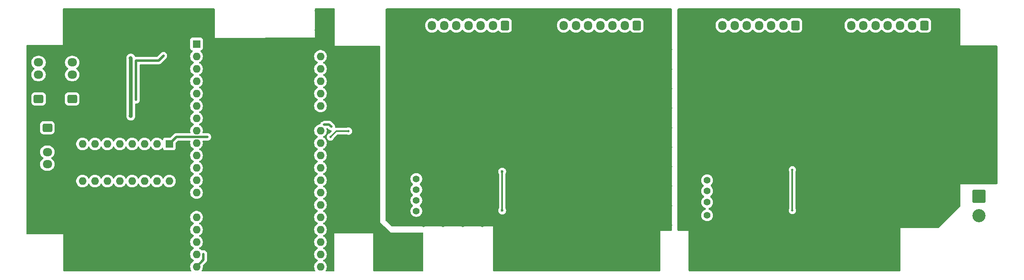
<source format=gbr>
%TF.GenerationSoftware,KiCad,Pcbnew,9.0.4*%
%TF.CreationDate,2025-10-02T14:04:06+09:00*%
%TF.ProjectId,LTC6811_ESP32_Master_V5P3,4c544336-3831-4315-9f45-535033325f4d,rev?*%
%TF.SameCoordinates,Original*%
%TF.FileFunction,Copper,L2,Bot*%
%TF.FilePolarity,Positive*%
%FSLAX46Y46*%
G04 Gerber Fmt 4.6, Leading zero omitted, Abs format (unit mm)*
G04 Created by KiCad (PCBNEW 9.0.4) date 2025-10-02 14:04:06*
%MOMM*%
%LPD*%
G01*
G04 APERTURE LIST*
G04 Aperture macros list*
%AMRoundRect*
0 Rectangle with rounded corners*
0 $1 Rounding radius*
0 $2 $3 $4 $5 $6 $7 $8 $9 X,Y pos of 4 corners*
0 Add a 4 corners polygon primitive as box body*
4,1,4,$2,$3,$4,$5,$6,$7,$8,$9,$2,$3,0*
0 Add four circle primitives for the rounded corners*
1,1,$1+$1,$2,$3*
1,1,$1+$1,$4,$5*
1,1,$1+$1,$6,$7*
1,1,$1+$1,$8,$9*
0 Add four rect primitives between the rounded corners*
20,1,$1+$1,$2,$3,$4,$5,0*
20,1,$1+$1,$4,$5,$6,$7,0*
20,1,$1+$1,$6,$7,$8,$9,0*
20,1,$1+$1,$8,$9,$2,$3,0*%
G04 Aperture macros list end*
%TA.AperFunction,ComponentPad*%
%ADD10RoundRect,0.250000X0.725000X-0.600000X0.725000X0.600000X-0.725000X0.600000X-0.725000X-0.600000X0*%
%TD*%
%TA.AperFunction,ComponentPad*%
%ADD11O,1.950000X1.700000*%
%TD*%
%TA.AperFunction,ComponentPad*%
%ADD12R,1.600000X1.600000*%
%TD*%
%TA.AperFunction,ComponentPad*%
%ADD13O,1.600000X1.600000*%
%TD*%
%TA.AperFunction,ComponentPad*%
%ADD14C,1.400000*%
%TD*%
%TA.AperFunction,ComponentPad*%
%ADD15O,1.400000X1.400000*%
%TD*%
%TA.AperFunction,ComponentPad*%
%ADD16O,1.700000X1.950000*%
%TD*%
%TA.AperFunction,ComponentPad*%
%ADD17RoundRect,0.250000X0.600000X0.725000X-0.600000X0.725000X-0.600000X-0.725000X0.600000X-0.725000X0*%
%TD*%
%TA.AperFunction,ComponentPad*%
%ADD18RoundRect,0.250001X-1.099999X1.099999X-1.099999X-1.099999X1.099999X-1.099999X1.099999X1.099999X0*%
%TD*%
%TA.AperFunction,ComponentPad*%
%ADD19C,2.700000*%
%TD*%
%TA.AperFunction,ComponentPad*%
%ADD20RoundRect,0.250000X-0.725000X0.600000X-0.725000X-0.600000X0.725000X-0.600000X0.725000X0.600000X0*%
%TD*%
%TA.AperFunction,ViaPad*%
%ADD21C,0.800000*%
%TD*%
%TA.AperFunction,ViaPad*%
%ADD22C,0.500000*%
%TD*%
%TA.AperFunction,ViaPad*%
%ADD23C,0.600000*%
%TD*%
%TA.AperFunction,Conductor*%
%ADD24C,0.500000*%
%TD*%
%TA.AperFunction,Conductor*%
%ADD25C,0.300000*%
%TD*%
%TA.AperFunction,Conductor*%
%ADD26C,0.800000*%
%TD*%
G04 APERTURE END LIST*
D10*
%TO.P,J1,1,Pin_1*%
%TO.N,/PowerSupply/+12V*%
X9900000Y35900000D03*
D11*
%TO.P,J1,2,Pin_2*%
%TO.N,GND*%
X9900000Y38400000D03*
%TO.P,J1,3,Pin_3*%
%TO.N,/CAN/CAN_H*%
X9900000Y40900000D03*
%TO.P,J1,4,Pin_4*%
%TO.N,/CAN/CAN_L*%
X9900000Y43400000D03*
%TD*%
D12*
%TO.P,U8,1,3V3*%
%TO.N,+3V3*%
X35365000Y47178072D03*
D13*
%TO.P,U8,2,EN*%
%TO.N,/MCU/NRST*%
X35365000Y44638072D03*
%TO.P,U8,3,SENSOR_VP*%
%TO.N,unconnected-(U8-SENSOR_VP-Pad3)*%
X35365000Y42098072D03*
%TO.P,U8,4,SENSOR_VN*%
%TO.N,unconnected-(U8-SENSOR_VN-Pad4)*%
X35365000Y39558072D03*
%TO.P,U8,5,IO34*%
%TO.N,/CAN/RXD*%
X35365000Y37018072D03*
%TO.P,U8,6,IO35*%
%TO.N,unconnected-(U8-IO35-Pad6)*%
X35365000Y34478072D03*
%TO.P,U8,7,IO32*%
%TO.N,/CAN/TXD*%
X35365000Y31938072D03*
%TO.P,U8,8,IO33*%
%TO.N,unconnected-(U8-IO33-Pad8)*%
X35365000Y29398072D03*
%TO.P,U8,9,IO25*%
%TO.N,unconnected-(U8-IO25-Pad9)*%
X35365000Y26858072D03*
%TO.P,U8,10,IO26*%
%TO.N,unconnected-(U8-IO26-Pad10)*%
X35365000Y24318072D03*
%TO.P,U8,11,IO27*%
%TO.N,unconnected-(U8-IO27-Pad11)*%
X35365000Y21778072D03*
%TO.P,U8,12,IO14*%
%TO.N,/MCU/HSPI_SCK*%
X35365000Y19238072D03*
%TO.P,U8,13,IO12*%
%TO.N,/MCU/HSPI_MISO*%
X35365000Y16698072D03*
%TO.P,U8,14,GND*%
%TO.N,GND*%
X35365000Y14158072D03*
%TO.P,U8,15,IO13*%
%TO.N,/MCU/HSPI_MOSI*%
X35365000Y11618072D03*
%TO.P,U8,16,SD2*%
%TO.N,unconnected-(U8-SD2-Pad16)*%
X35365000Y9078072D03*
%TO.P,U8,17,SD3*%
%TO.N,unconnected-(U8-SD3-Pad17)*%
X35365000Y6538072D03*
%TO.P,U8,18,CMD*%
%TO.N,unconnected-(U8-CMD-Pad18)*%
X35365000Y3998072D03*
%TO.P,U8,19,5V*%
%TO.N,+5V*%
X35365000Y1458072D03*
%TO.P,U8,20,CLK*%
%TO.N,unconnected-(U8-CLK-Pad20)*%
X60765000Y1458072D03*
%TO.P,U8,21,SD0*%
%TO.N,unconnected-(U8-SD0-Pad21)*%
X60765000Y3998072D03*
%TO.P,U8,22,SD1*%
%TO.N,unconnected-(U8-SD1-Pad22)*%
X60765000Y6538072D03*
%TO.P,U8,23,IO15*%
%TO.N,/MCU/HSPI_CS*%
X60765000Y9078072D03*
%TO.P,U8,24,IO2*%
%TO.N,unconnected-(U8-IO2-Pad24)*%
X60765000Y11618072D03*
%TO.P,U8,25,IO0*%
%TO.N,unconnected-(U8-IO0-Pad25)*%
X60765000Y14158072D03*
%TO.P,U8,26,IO4*%
%TO.N,unconnected-(U8-IO4-Pad26)*%
X60765000Y16698072D03*
%TO.P,U8,27,IO16*%
%TO.N,unconnected-(U8-IO16-Pad27)*%
X60765000Y19238072D03*
%TO.P,U8,28,IO17*%
%TO.N,unconnected-(U8-IO17-Pad28)*%
X60765000Y21778072D03*
%TO.P,U8,29,IO5*%
%TO.N,/MCU/VSPI_CS*%
X60765000Y24318072D03*
%TO.P,U8,30,IO18*%
%TO.N,/MCU/VSPI_SCK*%
X60765000Y26858072D03*
%TO.P,U8,31,IO19*%
%TO.N,/MCU/VSPI_MISO*%
X60765000Y29398072D03*
%TO.P,U8,32,GND*%
%TO.N,GND*%
X60765000Y31938072D03*
%TO.P,U8,33,IO21*%
%TO.N,unconnected-(U8-IO21-Pad33)*%
X60765000Y34478072D03*
%TO.P,U8,34,RXD0*%
%TO.N,unconnected-(U8-RXD0-Pad34)*%
X60765000Y37018072D03*
%TO.P,U8,35,TXD0*%
%TO.N,unconnected-(U8-TXD0-Pad35)*%
X60765000Y39558072D03*
%TO.P,U8,36,IO22*%
%TO.N,unconnected-(U8-IO22-Pad36)*%
X60765000Y42098072D03*
%TO.P,U8,37,IO23*%
%TO.N,/MCU/VSPI_MOSI*%
X60765000Y44638072D03*
%TO.P,U8,38,GND*%
%TO.N,GND*%
X60765000Y47178072D03*
%TD*%
D14*
%TO.P,TH8,1*%
%TO.N,/Slaves/LTC6811_2/T3*%
X139995000Y14700000D03*
D15*
%TO.P,TH8,2*%
%TO.N,GND_PACK*%
X141895000Y14700000D03*
%TD*%
D12*
%TO.P,SW1,1*%
%TO.N,+3V3*%
X29800000Y26667500D03*
D13*
%TO.P,SW1,2*%
X27260000Y26667500D03*
%TO.P,SW1,3*%
X24720000Y26667500D03*
%TO.P,SW1,4*%
X22180000Y26667500D03*
%TO.P,SW1,5*%
X19640000Y26667500D03*
%TO.P,SW1,6*%
X17100000Y26667500D03*
%TO.P,SW1,7*%
X14560000Y26667500D03*
%TO.P,SW1,8*%
X12020000Y26667500D03*
%TO.P,SW1,9*%
%TO.N,Net-(U1-GPA7)*%
X12020000Y19047500D03*
%TO.P,SW1,10*%
%TO.N,Net-(U1-GPA6)*%
X14560000Y19047500D03*
%TO.P,SW1,11*%
%TO.N,Net-(U1-GPA5)*%
X17100000Y19047500D03*
%TO.P,SW1,12*%
%TO.N,Net-(U1-GPA4)*%
X19640000Y19047500D03*
%TO.P,SW1,13*%
%TO.N,Net-(U1-GPA3)*%
X22180000Y19047500D03*
%TO.P,SW1,14*%
%TO.N,Net-(U1-GPA2)*%
X24720000Y19047500D03*
%TO.P,SW1,15*%
%TO.N,Net-(U1-GPA1)*%
X27260000Y19047500D03*
%TO.P,SW1,16*%
%TO.N,Net-(U1-GPA0)*%
X29800000Y19047500D03*
%TD*%
D14*
%TO.P,TH3,1*%
%TO.N,/Slaves/LTC6811_1/T3*%
X80395000Y15100000D03*
D15*
%TO.P,TH3,2*%
%TO.N,GND_PACK*%
X82295000Y15100000D03*
%TD*%
D14*
%TO.P,TH9,1*%
%TO.N,/Slaves/LTC6811_2/T4*%
X139995000Y17000000D03*
D15*
%TO.P,TH9,2*%
%TO.N,GND_PACK*%
X141895000Y17000000D03*
%TD*%
D14*
%TO.P,TH7,1*%
%TO.N,/Slaves/LTC6811_2/T2*%
X139995000Y12000000D03*
D15*
%TO.P,TH7,2*%
%TO.N,GND_PACK*%
X141895000Y12000000D03*
%TD*%
D16*
%TO.P,J11,0,Pin_1*%
%TO.N,/Slaves/LTC6811_1/C1_G*%
X83600000Y51000000D03*
%TO.P,J11,1,Pin_2*%
%TO.N,/Slaves/LTC6811_1/C1*%
X86100000Y51000000D03*
%TO.P,J11,2,Pin_3*%
%TO.N,/Slaves/LTC6811_1/C2*%
X88600000Y51000000D03*
%TO.P,J11,3,Pin_4*%
%TO.N,/Slaves/LTC6811_1/C3*%
X91100000Y51000000D03*
%TO.P,J11,4,Pin_5*%
%TO.N,/Slaves/LTC6811_1/C4*%
X93600000Y51000000D03*
%TO.P,J11,5,Pin_6*%
%TO.N,/Slaves/LTC6811_1/C5*%
X96100000Y51000000D03*
D17*
%TO.P,J11,6,Pin_7*%
%TO.N,/Slaves/LTC6811_1/C6*%
X98600000Y51000000D03*
%TD*%
D14*
%TO.P,TH5,1*%
%TO.N,/Slaves/LTC6811_1/T5*%
X80395000Y19500000D03*
D15*
%TO.P,TH5,2*%
%TO.N,GND_PACK*%
X82295000Y19500000D03*
%TD*%
D18*
%TO.P,J6,1,Pin_1*%
%TO.N,/Slaves/PB*%
X195700000Y15900000D03*
D19*
%TO.P,J6,2,Pin_2*%
%TO.N,/Slaves/MB*%
X195700000Y11940000D03*
%TD*%
D16*
%TO.P,J10,0,Pin_1*%
%TO.N,/Slaves/LTC6811_1/C6*%
X110600000Y51000000D03*
%TO.P,J10,1,Pin_2*%
%TO.N,/Slaves/LTC6811_1/C7*%
X113100000Y51000000D03*
%TO.P,J10,2,Pin_3*%
%TO.N,/Slaves/LTC6811_1/C8*%
X115600000Y51000000D03*
%TO.P,J10,3,Pin_4*%
%TO.N,/Slaves/LTC6811_1/C9*%
X118100000Y51000000D03*
%TO.P,J10,4,Pin_5*%
%TO.N,/Slaves/LTC6811_1/C10*%
X120600000Y51000000D03*
%TO.P,J10,5,Pin_6*%
%TO.N,/Slaves/LTC6811_1/C11*%
X123100000Y51000000D03*
D17*
%TO.P,J10,6,Pin_7*%
%TO.N,/Slaves/LTC6811_1/C12*%
X125600000Y51000000D03*
%TD*%
D14*
%TO.P,TH4,1*%
%TO.N,/Slaves/LTC6811_1/T4*%
X80395000Y17300000D03*
D15*
%TO.P,TH4,2*%
%TO.N,GND_PACK*%
X82295000Y17300000D03*
%TD*%
D16*
%TO.P,J13,0,Pin_1*%
%TO.N,/Slaves/LTC6811_2/C1_G*%
X143100000Y51000000D03*
%TO.P,J13,1,Pin_2*%
%TO.N,/Slaves/LTC6811_2/C1*%
X145600000Y51000000D03*
%TO.P,J13,2,Pin_3*%
%TO.N,/Slaves/LTC6811_2/C2*%
X148100000Y51000000D03*
%TO.P,J13,3,Pin_4*%
%TO.N,/Slaves/LTC6811_2/C3*%
X150600000Y51000000D03*
%TO.P,J13,4,Pin_5*%
%TO.N,/Slaves/LTC6811_2/C4*%
X153100000Y51000000D03*
%TO.P,J13,5,Pin_6*%
%TO.N,/Slaves/LTC6811_2/C5*%
X155600000Y51000000D03*
D17*
%TO.P,J13,6,Pin_7*%
%TO.N,/Slaves/LTC6811_2/C6*%
X158100000Y51000000D03*
%TD*%
D20*
%TO.P,J23,1,Pin_1*%
%TO.N,/PowerSupply/+12V*%
X4800000Y30000000D03*
D11*
%TO.P,J23,2,Pin_2*%
%TO.N,GND*%
X4800000Y27500000D03*
%TO.P,J23,3,Pin_3*%
%TO.N,/CAN/CAN_H*%
X4800000Y25000000D03*
%TO.P,J23,4,Pin_4*%
%TO.N,/CAN/CAN_L*%
X4800000Y22500000D03*
%TD*%
D16*
%TO.P,J12,0,Pin_1*%
%TO.N,/Slaves/LTC6811_2/C6*%
X169500000Y51000000D03*
%TO.P,J12,1,Pin_2*%
%TO.N,/Slaves/LTC6811_2/C7*%
X172000000Y51000000D03*
%TO.P,J12,2,Pin_3*%
%TO.N,/Slaves/LTC6811_2/C8*%
X174500000Y51000000D03*
%TO.P,J12,3,Pin_4*%
%TO.N,/Slaves/LTC6811_2/C9*%
X177000000Y51000000D03*
%TO.P,J12,4,Pin_5*%
%TO.N,/Slaves/LTC6811_2/C10*%
X179500000Y51000000D03*
%TO.P,J12,5,Pin_6*%
%TO.N,/Slaves/LTC6811_2/C11*%
X182000000Y51000000D03*
D17*
%TO.P,J12,6,Pin_7*%
%TO.N,/Slaves/LTC6811_2/C12*%
X184500000Y51000000D03*
%TD*%
D14*
%TO.P,TH10,1*%
%TO.N,/Slaves/LTC6811_2/T5*%
X139995000Y19200000D03*
D15*
%TO.P,TH10,2*%
%TO.N,GND_PACK*%
X141895000Y19200000D03*
%TD*%
D10*
%TO.P,J5,1,Pin_1*%
%TO.N,/PowerSupply/+12V*%
X3000000Y35900000D03*
D11*
%TO.P,J5,2,Pin_2*%
%TO.N,GND*%
X3000000Y38400000D03*
%TO.P,J5,3,Pin_3*%
%TO.N,/CAN/CAN_H*%
X3000000Y40900000D03*
%TO.P,J5,4,Pin_4*%
%TO.N,/CAN/CAN_L*%
X3000000Y43400000D03*
%TD*%
D14*
%TO.P,TH2,1*%
%TO.N,/Slaves/LTC6811_1/T2*%
X80395000Y12900000D03*
D15*
%TO.P,TH2,2*%
%TO.N,GND_PACK*%
X82295000Y12900000D03*
%TD*%
D21*
%TO.N,GND*%
X4000000Y20000000D03*
X4000000Y16000000D03*
X4000000Y12000000D03*
X8000000Y12000000D03*
X8000000Y16000000D03*
X8000000Y22000000D03*
X8000000Y26000000D03*
X26000000Y28000000D03*
X24000000Y34000000D03*
X10000000Y34000000D03*
X10000000Y32000000D03*
X8000000Y30000000D03*
X10000000Y30000000D03*
X12000000Y30000000D03*
X6000000Y34000000D03*
X12000000Y34000000D03*
X8000000Y34000000D03*
X6000000Y38000000D03*
X8000000Y38000000D03*
X12000000Y38000000D03*
X20000000Y38000000D03*
X16000000Y38000000D03*
X12000000Y36000000D03*
X12000000Y32000000D03*
D22*
%TO.N,+3V3*%
X23000000Y35700000D03*
X63000000Y30200000D03*
X28600000Y44800000D03*
X37600000Y28108072D03*
X23000000Y43800000D03*
X61488072Y30688072D03*
D21*
%TO.N,GND*%
X40000000Y20000000D03*
X72000000Y40000000D03*
X24000000Y8000000D03*
X62000000Y50000000D03*
X79000000Y6000000D03*
X26000000Y32000000D03*
X28000000Y8000000D03*
X24000000Y48000000D03*
X48000000Y12000000D03*
X40000000Y8000000D03*
X28000000Y48000000D03*
X44000000Y12000000D03*
X77000000Y3200000D03*
X52000000Y24000000D03*
X20000000Y24000000D03*
X8000000Y20000000D03*
X71000000Y34000000D03*
X56000000Y36000000D03*
X40000000Y44000000D03*
X30000000Y48000000D03*
X52000000Y32000000D03*
X38000000Y52000000D03*
X48000000Y8000000D03*
X62000000Y54000000D03*
X12000000Y24000000D03*
X28000000Y37500000D03*
X26000000Y30000000D03*
X33000000Y43000000D03*
X48000000Y40000000D03*
X30000000Y50000000D03*
X32000000Y12000000D03*
X48000000Y32000000D03*
X28000000Y50000000D03*
X8000000Y24000000D03*
X20000000Y48000000D03*
X56000000Y8000000D03*
X25000000Y39000000D03*
X72000000Y12000000D03*
X28000000Y46000000D03*
X20000000Y2000000D03*
X72000000Y16000000D03*
X26000000Y54000000D03*
X40000000Y36000000D03*
X44000000Y44000000D03*
X44000000Y48000000D03*
X26000000Y12000000D03*
X44000000Y32000000D03*
X34000000Y52000000D03*
X56000000Y12000000D03*
X32500000Y32000000D03*
X16000000Y2000000D03*
X34000000Y54000000D03*
X64000000Y36000000D03*
X28000000Y24000000D03*
X56000000Y24000000D03*
X24000000Y24000000D03*
X30000000Y54000000D03*
X40000000Y16000000D03*
X64000000Y44000000D03*
X24000000Y50000000D03*
X52000000Y36000000D03*
X56000000Y32000000D03*
X38000000Y54000000D03*
X40000000Y24000000D03*
X26500000Y16000000D03*
X48000000Y4000000D03*
X44000000Y4000000D03*
X48000000Y24000000D03*
X48000000Y36000000D03*
X44000000Y24000000D03*
X60000000Y54000000D03*
X81000000Y6000000D03*
X64000000Y24000000D03*
X56000000Y48000000D03*
X48000000Y20000000D03*
X72050000Y27150000D03*
X8000000Y32000000D03*
X52000000Y12000000D03*
X16000000Y24000000D03*
X64000000Y12000000D03*
X68000000Y44000000D03*
X25000000Y42500000D03*
X44000000Y40000000D03*
X72000000Y24000000D03*
X52000000Y48000000D03*
X40000000Y32000000D03*
X10000000Y50000000D03*
X32300000Y29500000D03*
X72000000Y36000000D03*
X72000000Y44000000D03*
X32000000Y2000000D03*
X52000000Y44000000D03*
X24000000Y2000000D03*
X52000000Y16000000D03*
X64000000Y20000000D03*
X30000000Y10000000D03*
X72000000Y20000000D03*
X56000000Y40000000D03*
X38000000Y50000000D03*
X20000000Y52000000D03*
X52000000Y20000000D03*
X10000000Y54000000D03*
X40000000Y12000000D03*
X44000000Y16000000D03*
X22000000Y50000000D03*
X79000000Y3300000D03*
X20000000Y50000000D03*
X44000000Y36000000D03*
X24000000Y10000000D03*
X52000000Y8000000D03*
X48000000Y48000000D03*
X48000000Y44000000D03*
X48000000Y16000000D03*
X77000000Y6000000D03*
X40000000Y4000000D03*
X44000000Y8000000D03*
X40000000Y48000000D03*
X28000000Y2000000D03*
X52000000Y40000000D03*
X44000000Y20000000D03*
X60000000Y50000000D03*
X68000000Y40000000D03*
X68300000Y27150000D03*
X52000000Y4000000D03*
X56000000Y20000000D03*
X56000000Y16000000D03*
X40000000Y40000000D03*
X81000000Y3200000D03*
X64000000Y16000000D03*
X25500000Y37500000D03*
X68250000Y28650000D03*
X34000000Y50000000D03*
X25000000Y41000000D03*
X56000000Y44000000D03*
X64000000Y40000000D03*
D22*
%TO.N,+5V*%
X36800000Y4100000D03*
%TO.N,GND_PACK*%
X126300000Y28800000D03*
D21*
X96900000Y20000000D03*
X74500000Y18000000D03*
X179900000Y54000000D03*
X137900000Y8000000D03*
X134300000Y30000000D03*
D22*
X154200000Y28800000D03*
D21*
X128900000Y22000000D03*
X153900000Y10000000D03*
X134300000Y26000000D03*
X137100000Y39900000D03*
X192000000Y44000000D03*
X134300000Y22000000D03*
X121900000Y10000000D03*
X103100000Y51900000D03*
X141000000Y46000000D03*
X155900000Y13000000D03*
X161900000Y51000000D03*
X178000000Y4000000D03*
X126900000Y10000000D03*
X97900000Y6000000D03*
X154000000Y21000000D03*
X168000000Y4000000D03*
D22*
X90300000Y28800000D03*
D21*
X134300000Y42000000D03*
X93900000Y10000000D03*
X144900000Y22000000D03*
X150000000Y21000000D03*
X192000000Y28000000D03*
X185900000Y23000000D03*
X134300000Y46100000D03*
X152000000Y21000000D03*
X79900000Y47000000D03*
X113900000Y1900000D03*
X189100000Y31900000D03*
X178000000Y10000000D03*
X101100000Y51900000D03*
X113100000Y53900000D03*
X104000000Y4985618D03*
X107100000Y49750000D03*
X153900000Y13000000D03*
X109100000Y17900000D03*
X148000000Y21000000D03*
X117100000Y53900000D03*
X134300000Y38000000D03*
X99650000Y18750000D03*
X126900000Y16000000D03*
X74500000Y42000000D03*
X188000000Y12000000D03*
D22*
X103700000Y28800000D03*
D21*
X128900000Y24000000D03*
X128000000Y54000000D03*
X186000000Y10000000D03*
X181900000Y23000000D03*
X187900000Y16000000D03*
X132000000Y50000000D03*
X141100000Y23900000D03*
X137900000Y6000000D03*
X187900000Y54000000D03*
X139100000Y23900000D03*
X96900000Y18750000D03*
X93900000Y12000000D03*
X101900000Y9900000D03*
X83900000Y24000000D03*
D22*
X121800000Y28800000D03*
D21*
X115100000Y19900000D03*
D22*
X149700000Y28800000D03*
D21*
X153900000Y2000000D03*
X132400000Y34000000D03*
X121900000Y21900000D03*
X149900000Y10041928D03*
X196000000Y36000000D03*
X143900000Y8000000D03*
X125900000Y17900000D03*
X137900000Y4000000D03*
X136000000Y50300000D03*
X196000000Y20000000D03*
X165100000Y17900000D03*
X149900000Y8000000D03*
X76900000Y40000000D03*
X132400000Y30000000D03*
X81900000Y10000000D03*
X178000000Y8000000D03*
X132400000Y10000000D03*
X74500000Y34000000D03*
X174900000Y21000000D03*
X129900000Y4000000D03*
D22*
X81400000Y28800000D03*
D21*
X187900000Y18000000D03*
X74500000Y14000000D03*
X129900000Y10000000D03*
D22*
X176300000Y28800000D03*
D21*
X156000000Y21000000D03*
X129900000Y13000000D03*
D22*
X167400000Y28800000D03*
D21*
X196000000Y32000000D03*
X178000000Y6000000D03*
X176900000Y21000000D03*
X178000000Y2000000D03*
X171900000Y19000000D03*
X132400000Y42000000D03*
X143900000Y2900000D03*
X132400000Y18000000D03*
X123800000Y3200000D03*
X192000000Y36000000D03*
X109900000Y1900000D03*
X134300000Y10000000D03*
X78900000Y42000000D03*
X160800000Y14500000D03*
X132000000Y54000000D03*
X117900000Y10000000D03*
X136000000Y54000000D03*
X107100000Y51900000D03*
X128900000Y16000000D03*
X148000000Y19000000D03*
X76650000Y22000000D03*
X196000000Y24000000D03*
X74500000Y22000000D03*
X108900000Y6000000D03*
X76650000Y28100000D03*
X161900000Y2000000D03*
X137900000Y2000000D03*
X137100000Y41900000D03*
X89900000Y12000000D03*
D22*
X99300000Y28800000D03*
D21*
X89900000Y19900000D03*
X105100000Y18000000D03*
X76900000Y42000000D03*
X196000000Y44000000D03*
X79900000Y24000000D03*
D22*
X112800000Y28800000D03*
D21*
X78900000Y40000000D03*
X192000000Y32000000D03*
D22*
X85900000Y28800000D03*
D21*
X192000000Y40000000D03*
X132400000Y14000000D03*
X97900000Y2000000D03*
X105100000Y53900000D03*
X196000000Y40000000D03*
D22*
X171800000Y28800000D03*
D21*
X129900000Y2000000D03*
D22*
X140900000Y28800000D03*
D21*
X108900000Y4000000D03*
X125900000Y21900000D03*
X140000000Y54000000D03*
X107100000Y53900000D03*
D22*
X180600000Y28800000D03*
D21*
X166000000Y2000000D03*
X143900000Y5900000D03*
X93900000Y19900000D03*
X143100000Y23900000D03*
X74500000Y52000000D03*
X77900000Y24000000D03*
X132400000Y46100000D03*
X189100000Y27900000D03*
X79900000Y45000000D03*
D22*
X129800000Y27700000D03*
D21*
X167900000Y54000000D03*
X111100000Y17900000D03*
X89900000Y10000000D03*
X181900000Y21000000D03*
X185900000Y21000000D03*
X183900000Y23000000D03*
X74500000Y48000000D03*
X134300000Y18000000D03*
D22*
X185000000Y28800000D03*
D21*
X149900000Y13000000D03*
X175900000Y54000000D03*
X157900000Y2000000D03*
X129900000Y6000000D03*
X121000000Y6000000D03*
X163900000Y54000000D03*
X74500000Y30000000D03*
X146000000Y20000000D03*
D22*
X108200000Y28800000D03*
D21*
X132400000Y38000000D03*
X128900000Y20000000D03*
X101600000Y14400000D03*
X121900000Y19750000D03*
X129900000Y8000000D03*
X107100000Y17900000D03*
X129900000Y17900000D03*
D22*
X145300000Y28800000D03*
D21*
X148900000Y5900000D03*
X182000000Y10000000D03*
X113900000Y5900000D03*
X74600000Y38000000D03*
X137100000Y23900000D03*
X132400000Y26000000D03*
X189900000Y13900000D03*
X172000000Y10000000D03*
X81900000Y49000000D03*
X85900000Y10000000D03*
X171900000Y54000000D03*
D22*
X94800000Y28800000D03*
D21*
X134300000Y14000000D03*
X125100000Y53900000D03*
X178900000Y21000000D03*
X192000000Y24000000D03*
D22*
X158600000Y28800000D03*
D21*
X174000000Y10000000D03*
X165900000Y51000000D03*
X109100000Y53900000D03*
X74500000Y26000000D03*
X97900000Y10000000D03*
X121100000Y53900000D03*
X76650000Y26000000D03*
X76650000Y24000000D03*
X101900000Y18750000D03*
X134300000Y34000000D03*
D22*
X162950000Y28800000D03*
D21*
X183900000Y54000000D03*
D22*
X117300000Y28800000D03*
D21*
X148900000Y2900000D03*
X196000000Y28000000D03*
X150000000Y19000000D03*
X141000000Y48000000D03*
X157900000Y10000000D03*
X102400000Y3400000D03*
X105100000Y49750000D03*
X132400000Y22000000D03*
X176000000Y10000000D03*
X192000000Y20000000D03*
X136400000Y26000000D03*
X81900000Y24000000D03*
X136400000Y28100000D03*
X103100000Y49750000D03*
X169100000Y17900000D03*
D23*
%TO.N,/Slaves/LTC6811_1/cell1/S*%
X98000000Y21000000D03*
X98000000Y13000000D03*
D22*
%TO.N,/Slaves/LTC6811_2/cell1/S*%
X157450000Y13000000D03*
X157450000Y21350000D03*
%TO.N,/MCU/VSPI_MISO*%
X62800000Y28100000D03*
X66500000Y29300000D03*
D21*
%TO.N,/PowerSupply/+12V*%
X21900000Y44300000D03*
X21900000Y32400000D03*
%TD*%
D24*
%TO.N,+3V3*%
X23000000Y35700000D02*
X23000000Y43800000D01*
X23000000Y43800000D02*
X27600000Y43800000D01*
X27600000Y43800000D02*
X28600000Y44800000D01*
X31240572Y28108072D02*
X29800000Y26667500D01*
X62511928Y30688072D02*
X61488072Y30688072D01*
X37600000Y28108072D02*
X31240572Y28108072D01*
X63000000Y30200000D02*
X62511928Y30688072D01*
%TO.N,+5V*%
X35365000Y1458072D02*
X36800000Y2893072D01*
X36800000Y2893072D02*
X36800000Y4100000D01*
D25*
%TO.N,/Slaves/LTC6811_1/cell1/S*%
X98000000Y13000000D02*
X98000000Y21000000D01*
%TO.N,/Slaves/LTC6811_2/cell1/S*%
X157450000Y13000000D02*
X157450000Y21350000D01*
%TO.N,/MCU/VSPI_MISO*%
X64000000Y29300000D02*
X62800000Y28100000D01*
X66500000Y29300000D02*
X64000000Y29300000D01*
D26*
%TO.N,/PowerSupply/+12V*%
X21900000Y32400000D02*
X21900000Y44300000D01*
%TD*%
%TA.AperFunction,Conductor*%
%TO.N,GND_PACK*%
G36*
X132646288Y54480546D02*
G01*
X132727070Y54426570D01*
X132781046Y54345788D01*
X132800000Y54250500D01*
X132800000Y9049000D01*
X132781046Y8953712D01*
X132727070Y8872930D01*
X132646288Y8818954D01*
X132551000Y8800000D01*
X130400000Y8800000D01*
X130400000Y8799999D01*
X130400000Y749500D01*
X130381046Y654212D01*
X130327070Y573430D01*
X130246288Y519454D01*
X130151000Y500500D01*
X96349000Y500500D01*
X96253712Y519454D01*
X96172930Y573430D01*
X96118954Y654212D01*
X96100000Y749500D01*
X96100000Y9699999D01*
X96100000Y9700000D01*
X96099999Y9700000D01*
X75497355Y9700000D01*
X75402067Y9718954D01*
X75328463Y9766034D01*
X74180108Y10826055D01*
X74122946Y10904615D01*
X74100199Y10999069D01*
X74100000Y11009021D01*
X74100000Y19594477D01*
X79194500Y19594477D01*
X79194500Y19405524D01*
X79194501Y19405508D01*
X79224059Y19218886D01*
X79224060Y19218882D01*
X79282453Y19039168D01*
X79368240Y18870801D01*
X79479310Y18717927D01*
X79612927Y18584310D01*
X79612930Y18584308D01*
X79619845Y18577393D01*
X79617956Y18575505D01*
X79667221Y18512970D01*
X79693562Y18419454D01*
X79682111Y18322977D01*
X79634611Y18238225D01*
X79619419Y18223033D01*
X79619845Y18222607D01*
X79612930Y18215693D01*
X79612927Y18215690D01*
X79479310Y18082073D01*
X79479306Y18082069D01*
X79368241Y17929200D01*
X79282451Y17760828D01*
X79224059Y17581115D01*
X79194501Y17394493D01*
X79194500Y17394477D01*
X79194500Y17205524D01*
X79194501Y17205508D01*
X79224059Y17018886D01*
X79224060Y17018882D01*
X79282453Y16839168D01*
X79368240Y16670801D01*
X79479310Y16517927D01*
X79612927Y16384310D01*
X79612930Y16384308D01*
X79619845Y16377393D01*
X79617956Y16375505D01*
X79667221Y16312970D01*
X79693562Y16219454D01*
X79682111Y16122977D01*
X79634611Y16038225D01*
X79619419Y16023033D01*
X79619845Y16022607D01*
X79612930Y16015693D01*
X79612927Y16015690D01*
X79479310Y15882073D01*
X79479306Y15882069D01*
X79368241Y15729200D01*
X79282451Y15560828D01*
X79224059Y15381115D01*
X79194501Y15194493D01*
X79194500Y15194477D01*
X79194500Y15005524D01*
X79194501Y15005508D01*
X79224059Y14818886D01*
X79224060Y14818882D01*
X79282453Y14639168D01*
X79368240Y14470801D01*
X79479310Y14317927D01*
X79612927Y14184310D01*
X79612930Y14184308D01*
X79619845Y14177393D01*
X79617956Y14175505D01*
X79667221Y14112970D01*
X79693562Y14019454D01*
X79682111Y13922977D01*
X79634611Y13838225D01*
X79619419Y13823033D01*
X79619845Y13822607D01*
X79612930Y13815693D01*
X79612927Y13815690D01*
X79479310Y13682073D01*
X79479306Y13682069D01*
X79390454Y13559774D01*
X79368240Y13529199D01*
X79336712Y13467321D01*
X79282451Y13360828D01*
X79224059Y13181115D01*
X79194501Y12994493D01*
X79194500Y12994477D01*
X79194500Y12805524D01*
X79194501Y12805508D01*
X79200679Y12766503D01*
X79224060Y12618882D01*
X79282453Y12439168D01*
X79368240Y12270801D01*
X79479310Y12117927D01*
X79612927Y11984310D01*
X79765801Y11873240D01*
X79934168Y11787453D01*
X80113882Y11729060D01*
X80300519Y11699500D01*
X80300523Y11699500D01*
X80489477Y11699500D01*
X80489481Y11699500D01*
X80676118Y11729060D01*
X80855832Y11787453D01*
X81024199Y11873240D01*
X81177073Y11984310D01*
X81310690Y12117927D01*
X81421760Y12270801D01*
X81507547Y12439168D01*
X81565940Y12618882D01*
X81595500Y12805519D01*
X81595500Y12994481D01*
X81565940Y13181118D01*
X81507547Y13360832D01*
X81421760Y13529199D01*
X81310690Y13682073D01*
X81177073Y13815690D01*
X81177069Y13815693D01*
X81170155Y13822607D01*
X81172049Y13824502D01*
X81122814Y13886959D01*
X81096443Y13980466D01*
X81107864Y14076948D01*
X81155337Y14161715D01*
X81170585Y14176963D01*
X81170155Y14177393D01*
X81177069Y14184308D01*
X81177073Y14184310D01*
X81310690Y14317927D01*
X81421760Y14470801D01*
X81507547Y14639168D01*
X81565940Y14818882D01*
X81595500Y15005519D01*
X81595500Y15194481D01*
X81565940Y15381118D01*
X81507547Y15560832D01*
X81421760Y15729199D01*
X81310690Y15882073D01*
X81177073Y16015690D01*
X81177069Y16015693D01*
X81170155Y16022607D01*
X81172049Y16024502D01*
X81122814Y16086959D01*
X81096443Y16180466D01*
X81107864Y16276948D01*
X81155337Y16361715D01*
X81170585Y16376963D01*
X81170155Y16377393D01*
X81177069Y16384308D01*
X81177073Y16384310D01*
X81310690Y16517927D01*
X81421760Y16670801D01*
X81507547Y16839168D01*
X81565940Y17018882D01*
X81595500Y17205519D01*
X81595500Y17394481D01*
X81565940Y17581118D01*
X81507547Y17760832D01*
X81421760Y17929199D01*
X81310690Y18082073D01*
X81177073Y18215690D01*
X81177069Y18215693D01*
X81170155Y18222607D01*
X81172049Y18224502D01*
X81122814Y18286959D01*
X81096443Y18380466D01*
X81107864Y18476948D01*
X81155337Y18561715D01*
X81170585Y18576963D01*
X81170155Y18577393D01*
X81177069Y18584308D01*
X81177073Y18584310D01*
X81310690Y18717927D01*
X81421760Y18870801D01*
X81507547Y19039168D01*
X81565940Y19218882D01*
X81595500Y19405519D01*
X81595500Y19594481D01*
X81565940Y19781118D01*
X81507547Y19960832D01*
X81421760Y20129199D01*
X81310690Y20282073D01*
X81177073Y20415690D01*
X81177069Y20415693D01*
X81177068Y20415694D01*
X81136005Y20445528D01*
X81024199Y20526760D01*
X80855832Y20612547D01*
X80855829Y20612548D01*
X80855827Y20612549D01*
X80755893Y20645020D01*
X80676118Y20670940D01*
X80676116Y20670941D01*
X80676114Y20670941D01*
X80489492Y20700499D01*
X80489483Y20700500D01*
X80489481Y20700500D01*
X80300519Y20700500D01*
X80300516Y20700500D01*
X80300507Y20700499D01*
X80113885Y20670941D01*
X79934172Y20612549D01*
X79934168Y20612548D01*
X79934168Y20612547D01*
X79765801Y20526760D01*
X79765800Y20526759D01*
X79612931Y20415694D01*
X79479306Y20282069D01*
X79368241Y20129200D01*
X79282451Y19960828D01*
X79224059Y19781115D01*
X79194501Y19594493D01*
X79194500Y19594477D01*
X74100000Y19594477D01*
X74100000Y21078847D01*
X97199500Y21078847D01*
X97199500Y20921154D01*
X97230261Y20766508D01*
X97230263Y20766503D01*
X97290603Y20620827D01*
X97290607Y20620818D01*
X97307535Y20595485D01*
X97344715Y20505726D01*
X97349500Y20457147D01*
X97349500Y13542855D01*
X97330546Y13447567D01*
X97307538Y13404521D01*
X97290607Y13379182D01*
X97290604Y13379177D01*
X97230263Y13233498D01*
X97230261Y13233493D01*
X97199500Y13078847D01*
X97199500Y12921154D01*
X97230261Y12766508D01*
X97230263Y12766503D01*
X97290603Y12620827D01*
X97290606Y12620820D01*
X97378208Y12489715D01*
X97378211Y12489711D01*
X97489711Y12378211D01*
X97489714Y12378209D01*
X97620819Y12290607D01*
X97620820Y12290607D01*
X97620821Y12290606D01*
X97766503Y12230263D01*
X97766505Y12230263D01*
X97766507Y12230262D01*
X97917148Y12200298D01*
X97921158Y12199500D01*
X98078842Y12199500D01*
X98233497Y12230263D01*
X98379179Y12290606D01*
X98510289Y12378211D01*
X98621789Y12489711D01*
X98709394Y12620821D01*
X98769737Y12766503D01*
X98800500Y12921158D01*
X98800500Y13078842D01*
X98799702Y13082852D01*
X98769738Y13233493D01*
X98769737Y13233495D01*
X98769737Y13233497D01*
X98709394Y13379179D01*
X98709392Y13379182D01*
X98692462Y13404521D01*
X98655284Y13494281D01*
X98650500Y13542855D01*
X98650500Y20457147D01*
X98669454Y20552435D01*
X98692465Y20595485D01*
X98709392Y20620818D01*
X98709392Y20620819D01*
X98709394Y20620821D01*
X98769737Y20766503D01*
X98800500Y20921158D01*
X98800500Y21078842D01*
X98769737Y21233497D01*
X98709394Y21379179D01*
X98621789Y21510289D01*
X98510289Y21621789D01*
X98510285Y21621792D01*
X98379180Y21709394D01*
X98379173Y21709397D01*
X98233497Y21769737D01*
X98233492Y21769739D01*
X98078846Y21800500D01*
X98078842Y21800500D01*
X97921158Y21800500D01*
X97921153Y21800500D01*
X97766507Y21769739D01*
X97766502Y21769737D01*
X97620826Y21709397D01*
X97620819Y21709394D01*
X97489714Y21621792D01*
X97378208Y21510286D01*
X97290606Y21379181D01*
X97290603Y21379174D01*
X97230263Y21233498D01*
X97230261Y21233493D01*
X97199500Y21078847D01*
X74100000Y21078847D01*
X74100000Y51231297D01*
X82249500Y51231297D01*
X82249500Y50768704D01*
X82282753Y50558760D01*
X82282754Y50558757D01*
X82348443Y50356588D01*
X82444949Y50167184D01*
X82569896Y49995208D01*
X82720208Y49844896D01*
X82892184Y49719949D01*
X83081588Y49623443D01*
X83283757Y49557754D01*
X83357601Y49546059D01*
X83493703Y49524501D01*
X83493710Y49524501D01*
X83493713Y49524500D01*
X83493716Y49524500D01*
X83706284Y49524500D01*
X83706287Y49524500D01*
X83706290Y49524501D01*
X83706296Y49524501D01*
X83805476Y49540211D01*
X83916243Y49557754D01*
X84118412Y49623443D01*
X84307816Y49719949D01*
X84479792Y49844896D01*
X84630104Y49995208D01*
X84648554Y50020604D01*
X84719894Y50086551D01*
X84811044Y50120180D01*
X84908124Y50116367D01*
X84996355Y50075694D01*
X85051444Y50020605D01*
X85069896Y49995208D01*
X85220208Y49844896D01*
X85392184Y49719949D01*
X85581588Y49623443D01*
X85783757Y49557754D01*
X85857601Y49546059D01*
X85993703Y49524501D01*
X85993710Y49524501D01*
X85993713Y49524500D01*
X85993716Y49524500D01*
X86206284Y49524500D01*
X86206287Y49524500D01*
X86206290Y49524501D01*
X86206296Y49524501D01*
X86305476Y49540211D01*
X86416243Y49557754D01*
X86618412Y49623443D01*
X86807816Y49719949D01*
X86979792Y49844896D01*
X87130104Y49995208D01*
X87148554Y50020604D01*
X87219894Y50086551D01*
X87311044Y50120180D01*
X87408124Y50116367D01*
X87496355Y50075694D01*
X87551444Y50020605D01*
X87569896Y49995208D01*
X87720208Y49844896D01*
X87892184Y49719949D01*
X88081588Y49623443D01*
X88283757Y49557754D01*
X88357601Y49546059D01*
X88493703Y49524501D01*
X88493710Y49524501D01*
X88493713Y49524500D01*
X88493716Y49524500D01*
X88706284Y49524500D01*
X88706287Y49524500D01*
X88706290Y49524501D01*
X88706296Y49524501D01*
X88805476Y49540211D01*
X88916243Y49557754D01*
X89118412Y49623443D01*
X89307816Y49719949D01*
X89479792Y49844896D01*
X89630104Y49995208D01*
X89648554Y50020604D01*
X89719894Y50086551D01*
X89811044Y50120180D01*
X89908124Y50116367D01*
X89996355Y50075694D01*
X90051444Y50020605D01*
X90069896Y49995208D01*
X90220208Y49844896D01*
X90392184Y49719949D01*
X90581588Y49623443D01*
X90783757Y49557754D01*
X90857601Y49546059D01*
X90993703Y49524501D01*
X90993710Y49524501D01*
X90993713Y49524500D01*
X90993716Y49524500D01*
X91206284Y49524500D01*
X91206287Y49524500D01*
X91206290Y49524501D01*
X91206296Y49524501D01*
X91305476Y49540211D01*
X91416243Y49557754D01*
X91618412Y49623443D01*
X91807816Y49719949D01*
X91979792Y49844896D01*
X92130104Y49995208D01*
X92148554Y50020604D01*
X92219894Y50086551D01*
X92311044Y50120180D01*
X92408124Y50116367D01*
X92496355Y50075694D01*
X92551444Y50020605D01*
X92569896Y49995208D01*
X92720208Y49844896D01*
X92892184Y49719949D01*
X93081588Y49623443D01*
X93283757Y49557754D01*
X93357601Y49546059D01*
X93493703Y49524501D01*
X93493710Y49524501D01*
X93493713Y49524500D01*
X93493716Y49524500D01*
X93706284Y49524500D01*
X93706287Y49524500D01*
X93706290Y49524501D01*
X93706296Y49524501D01*
X93805476Y49540211D01*
X93916243Y49557754D01*
X94118412Y49623443D01*
X94307816Y49719949D01*
X94479792Y49844896D01*
X94630104Y49995208D01*
X94648554Y50020604D01*
X94719894Y50086551D01*
X94811044Y50120180D01*
X94908124Y50116367D01*
X94996355Y50075694D01*
X95051444Y50020605D01*
X95069896Y49995208D01*
X95220208Y49844896D01*
X95392184Y49719949D01*
X95581588Y49623443D01*
X95783757Y49557754D01*
X95857601Y49546059D01*
X95993703Y49524501D01*
X95993710Y49524501D01*
X95993713Y49524500D01*
X95993716Y49524500D01*
X96206284Y49524500D01*
X96206287Y49524500D01*
X96206290Y49524501D01*
X96206296Y49524501D01*
X96305476Y49540211D01*
X96416243Y49557754D01*
X96618412Y49623443D01*
X96807816Y49719949D01*
X96979792Y49844896D01*
X97006813Y49871917D01*
X97087593Y49925895D01*
X97182881Y49944850D01*
X97278170Y49925897D01*
X97358952Y49871922D01*
X97394813Y49826570D01*
X97407288Y49806344D01*
X97531344Y49682288D01*
X97680666Y49590186D01*
X97680669Y49590185D01*
X97680667Y49590185D01*
X97844310Y49535960D01*
X97847203Y49535001D01*
X97949991Y49524500D01*
X99250008Y49524501D01*
X99352797Y49535001D01*
X99519334Y49590186D01*
X99668656Y49682288D01*
X99792712Y49806344D01*
X99884814Y49955666D01*
X99939999Y50122203D01*
X99950500Y50224991D01*
X99950499Y51231297D01*
X109249500Y51231297D01*
X109249500Y50768704D01*
X109282753Y50558760D01*
X109282754Y50558757D01*
X109348443Y50356588D01*
X109444949Y50167184D01*
X109569896Y49995208D01*
X109720208Y49844896D01*
X109892184Y49719949D01*
X110081588Y49623443D01*
X110283757Y49557754D01*
X110357601Y49546059D01*
X110493703Y49524501D01*
X110493710Y49524501D01*
X110493713Y49524500D01*
X110493716Y49524500D01*
X110706284Y49524500D01*
X110706287Y49524500D01*
X110706290Y49524501D01*
X110706296Y49524501D01*
X110805476Y49540211D01*
X110916243Y49557754D01*
X111118412Y49623443D01*
X111307816Y49719949D01*
X111479792Y49844896D01*
X111630104Y49995208D01*
X111648554Y50020604D01*
X111719894Y50086551D01*
X111811044Y50120180D01*
X111908124Y50116367D01*
X111996355Y50075694D01*
X112051444Y50020605D01*
X112069896Y49995208D01*
X112220208Y49844896D01*
X112392184Y49719949D01*
X112581588Y49623443D01*
X112783757Y49557754D01*
X112857601Y49546059D01*
X112993703Y49524501D01*
X112993710Y49524501D01*
X112993713Y49524500D01*
X112993716Y49524500D01*
X113206284Y49524500D01*
X113206287Y49524500D01*
X113206290Y49524501D01*
X113206296Y49524501D01*
X113305476Y49540211D01*
X113416243Y49557754D01*
X113618412Y49623443D01*
X113807816Y49719949D01*
X113979792Y49844896D01*
X114130104Y49995208D01*
X114148554Y50020604D01*
X114219894Y50086551D01*
X114311044Y50120180D01*
X114408124Y50116367D01*
X114496355Y50075694D01*
X114551444Y50020605D01*
X114569896Y49995208D01*
X114720208Y49844896D01*
X114892184Y49719949D01*
X115081588Y49623443D01*
X115283757Y49557754D01*
X115357601Y49546059D01*
X115493703Y49524501D01*
X115493710Y49524501D01*
X115493713Y49524500D01*
X115493716Y49524500D01*
X115706284Y49524500D01*
X115706287Y49524500D01*
X115706290Y49524501D01*
X115706296Y49524501D01*
X115805476Y49540211D01*
X115916243Y49557754D01*
X116118412Y49623443D01*
X116307816Y49719949D01*
X116479792Y49844896D01*
X116630104Y49995208D01*
X116648554Y50020604D01*
X116719894Y50086551D01*
X116811044Y50120180D01*
X116908124Y50116367D01*
X116996355Y50075694D01*
X117051444Y50020605D01*
X117069896Y49995208D01*
X117220208Y49844896D01*
X117392184Y49719949D01*
X117581588Y49623443D01*
X117783757Y49557754D01*
X117857601Y49546059D01*
X117993703Y49524501D01*
X117993710Y49524501D01*
X117993713Y49524500D01*
X117993716Y49524500D01*
X118206284Y49524500D01*
X118206287Y49524500D01*
X118206290Y49524501D01*
X118206296Y49524501D01*
X118305476Y49540211D01*
X118416243Y49557754D01*
X118618412Y49623443D01*
X118807816Y49719949D01*
X118979792Y49844896D01*
X119130104Y49995208D01*
X119148554Y50020604D01*
X119219894Y50086551D01*
X119311044Y50120180D01*
X119408124Y50116367D01*
X119496355Y50075694D01*
X119551444Y50020605D01*
X119569896Y49995208D01*
X119720208Y49844896D01*
X119892184Y49719949D01*
X120081588Y49623443D01*
X120283757Y49557754D01*
X120357601Y49546059D01*
X120493703Y49524501D01*
X120493710Y49524501D01*
X120493713Y49524500D01*
X120493716Y49524500D01*
X120706284Y49524500D01*
X120706287Y49524500D01*
X120706290Y49524501D01*
X120706296Y49524501D01*
X120805476Y49540211D01*
X120916243Y49557754D01*
X121118412Y49623443D01*
X121307816Y49719949D01*
X121479792Y49844896D01*
X121630104Y49995208D01*
X121648554Y50020604D01*
X121719894Y50086551D01*
X121811044Y50120180D01*
X121908124Y50116367D01*
X121996355Y50075694D01*
X122051444Y50020605D01*
X122069896Y49995208D01*
X122220208Y49844896D01*
X122392184Y49719949D01*
X122581588Y49623443D01*
X122783757Y49557754D01*
X122857601Y49546059D01*
X122993703Y49524501D01*
X122993710Y49524501D01*
X122993713Y49524500D01*
X122993716Y49524500D01*
X123206284Y49524500D01*
X123206287Y49524500D01*
X123206290Y49524501D01*
X123206296Y49524501D01*
X123305476Y49540211D01*
X123416243Y49557754D01*
X123618412Y49623443D01*
X123807816Y49719949D01*
X123979792Y49844896D01*
X124006813Y49871917D01*
X124087593Y49925895D01*
X124182881Y49944850D01*
X124278170Y49925897D01*
X124358952Y49871922D01*
X124394813Y49826570D01*
X124407288Y49806344D01*
X124531344Y49682288D01*
X124680666Y49590186D01*
X124680669Y49590185D01*
X124680667Y49590185D01*
X124844310Y49535960D01*
X124847203Y49535001D01*
X124949991Y49524500D01*
X126250008Y49524501D01*
X126352797Y49535001D01*
X126519334Y49590186D01*
X126668656Y49682288D01*
X126792712Y49806344D01*
X126884814Y49955666D01*
X126939999Y50122203D01*
X126950500Y50224991D01*
X126950499Y51775008D01*
X126939999Y51877797D01*
X126939328Y51879821D01*
X126884814Y52044333D01*
X126884814Y52044334D01*
X126792712Y52193656D01*
X126668656Y52317712D01*
X126519334Y52409814D01*
X126519332Y52409815D01*
X126519330Y52409816D01*
X126519332Y52409816D01*
X126352802Y52464998D01*
X126352798Y52464999D01*
X126352797Y52464999D01*
X126250009Y52475500D01*
X126250005Y52475500D01*
X124949993Y52475500D01*
X124847199Y52464999D01*
X124680667Y52409815D01*
X124531346Y52317714D01*
X124407285Y52193653D01*
X124394812Y52173430D01*
X124328655Y52102280D01*
X124240306Y52061862D01*
X124143216Y52058331D01*
X124052164Y52092224D01*
X124006815Y52128081D01*
X123979793Y52155103D01*
X123807817Y52280050D01*
X123807818Y52280050D01*
X123807816Y52280051D01*
X123618412Y52376557D01*
X123618409Y52376558D01*
X123618407Y52376559D01*
X123416240Y52442247D01*
X123206296Y52475500D01*
X123206287Y52475500D01*
X122993713Y52475500D01*
X122993703Y52475500D01*
X122783759Y52442247D01*
X122581592Y52376559D01*
X122392182Y52280050D01*
X122220206Y52155103D01*
X122069897Y52004794D01*
X122051446Y51979397D01*
X121980103Y51913448D01*
X121888953Y51879821D01*
X121791873Y51883635D01*
X121703642Y51924309D01*
X121648554Y51979397D01*
X121630104Y52004792D01*
X121479792Y52155104D01*
X121307816Y52280051D01*
X121118412Y52376557D01*
X121118409Y52376558D01*
X121118407Y52376559D01*
X120916240Y52442247D01*
X120706296Y52475500D01*
X120706287Y52475500D01*
X120493713Y52475500D01*
X120493703Y52475500D01*
X120283759Y52442247D01*
X120081592Y52376559D01*
X119892182Y52280050D01*
X119720206Y52155103D01*
X119569897Y52004794D01*
X119551446Y51979397D01*
X119480103Y51913448D01*
X119388953Y51879821D01*
X119291873Y51883635D01*
X119203642Y51924309D01*
X119148554Y51979397D01*
X119130104Y52004792D01*
X118979792Y52155104D01*
X118807816Y52280051D01*
X118618412Y52376557D01*
X118618409Y52376558D01*
X118618407Y52376559D01*
X118416240Y52442247D01*
X118206296Y52475500D01*
X118206287Y52475500D01*
X117993713Y52475500D01*
X117993703Y52475500D01*
X117783759Y52442247D01*
X117581592Y52376559D01*
X117392182Y52280050D01*
X117220206Y52155103D01*
X117069897Y52004794D01*
X117051446Y51979397D01*
X116980103Y51913448D01*
X116888953Y51879821D01*
X116791873Y51883635D01*
X116703642Y51924309D01*
X116648554Y51979397D01*
X116630104Y52004792D01*
X116479792Y52155104D01*
X116307816Y52280051D01*
X116118412Y52376557D01*
X116118409Y52376558D01*
X116118407Y52376559D01*
X115916240Y52442247D01*
X115706296Y52475500D01*
X115706287Y52475500D01*
X115493713Y52475500D01*
X115493703Y52475500D01*
X115283759Y52442247D01*
X115081592Y52376559D01*
X114892182Y52280050D01*
X114720206Y52155103D01*
X114569897Y52004794D01*
X114551446Y51979397D01*
X114480103Y51913448D01*
X114388953Y51879821D01*
X114291873Y51883635D01*
X114203642Y51924309D01*
X114148554Y51979397D01*
X114130104Y52004792D01*
X113979792Y52155104D01*
X113807816Y52280051D01*
X113618412Y52376557D01*
X113618409Y52376558D01*
X113618407Y52376559D01*
X113416240Y52442247D01*
X113206296Y52475500D01*
X113206287Y52475500D01*
X112993713Y52475500D01*
X112993703Y52475500D01*
X112783759Y52442247D01*
X112581592Y52376559D01*
X112392182Y52280050D01*
X112220206Y52155103D01*
X112069897Y52004794D01*
X112051446Y51979397D01*
X111980103Y51913448D01*
X111888953Y51879821D01*
X111791873Y51883635D01*
X111703642Y51924309D01*
X111648554Y51979397D01*
X111630104Y52004792D01*
X111479792Y52155104D01*
X111307816Y52280051D01*
X111118412Y52376557D01*
X111118409Y52376558D01*
X111118407Y52376559D01*
X110916240Y52442247D01*
X110706296Y52475500D01*
X110706287Y52475500D01*
X110493713Y52475500D01*
X110493703Y52475500D01*
X110283759Y52442247D01*
X110081592Y52376559D01*
X109892182Y52280050D01*
X109720206Y52155103D01*
X109569897Y52004794D01*
X109444950Y51832818D01*
X109348441Y51643408D01*
X109282753Y51441241D01*
X109249500Y51231297D01*
X99950499Y51231297D01*
X99950499Y51775008D01*
X99939999Y51877797D01*
X99939328Y51879821D01*
X99884814Y52044333D01*
X99884814Y52044334D01*
X99792712Y52193656D01*
X99668656Y52317712D01*
X99519334Y52409814D01*
X99519332Y52409815D01*
X99519330Y52409816D01*
X99519332Y52409816D01*
X99352802Y52464998D01*
X99352798Y52464999D01*
X99352797Y52464999D01*
X99250009Y52475500D01*
X99250005Y52475500D01*
X97949993Y52475500D01*
X97847199Y52464999D01*
X97680667Y52409815D01*
X97531346Y52317714D01*
X97407285Y52193653D01*
X97394812Y52173430D01*
X97328655Y52102280D01*
X97240306Y52061862D01*
X97143216Y52058331D01*
X97052164Y52092224D01*
X97006815Y52128081D01*
X96979793Y52155103D01*
X96807817Y52280050D01*
X96807818Y52280050D01*
X96807816Y52280051D01*
X96618412Y52376557D01*
X96618409Y52376558D01*
X96618407Y52376559D01*
X96416240Y52442247D01*
X96206296Y52475500D01*
X96206287Y52475500D01*
X95993713Y52475500D01*
X95993703Y52475500D01*
X95783759Y52442247D01*
X95581592Y52376559D01*
X95392182Y52280050D01*
X95220206Y52155103D01*
X95069897Y52004794D01*
X95051446Y51979397D01*
X94980103Y51913448D01*
X94888953Y51879821D01*
X94791873Y51883635D01*
X94703642Y51924309D01*
X94648554Y51979397D01*
X94630104Y52004792D01*
X94479792Y52155104D01*
X94307816Y52280051D01*
X94118412Y52376557D01*
X94118409Y52376558D01*
X94118407Y52376559D01*
X93916240Y52442247D01*
X93706296Y52475500D01*
X93706287Y52475500D01*
X93493713Y52475500D01*
X93493703Y52475500D01*
X93283759Y52442247D01*
X93081592Y52376559D01*
X92892182Y52280050D01*
X92720206Y52155103D01*
X92569897Y52004794D01*
X92551446Y51979397D01*
X92480103Y51913448D01*
X92388953Y51879821D01*
X92291873Y51883635D01*
X92203642Y51924309D01*
X92148554Y51979397D01*
X92130104Y52004792D01*
X91979792Y52155104D01*
X91807816Y52280051D01*
X91618412Y52376557D01*
X91618409Y52376558D01*
X91618407Y52376559D01*
X91416240Y52442247D01*
X91206296Y52475500D01*
X91206287Y52475500D01*
X90993713Y52475500D01*
X90993703Y52475500D01*
X90783759Y52442247D01*
X90581592Y52376559D01*
X90392182Y52280050D01*
X90220206Y52155103D01*
X90069897Y52004794D01*
X90051446Y51979397D01*
X89980103Y51913448D01*
X89888953Y51879821D01*
X89791873Y51883635D01*
X89703642Y51924309D01*
X89648554Y51979397D01*
X89630104Y52004792D01*
X89479792Y52155104D01*
X89307816Y52280051D01*
X89118412Y52376557D01*
X89118409Y52376558D01*
X89118407Y52376559D01*
X88916240Y52442247D01*
X88706296Y52475500D01*
X88706287Y52475500D01*
X88493713Y52475500D01*
X88493703Y52475500D01*
X88283759Y52442247D01*
X88081592Y52376559D01*
X87892182Y52280050D01*
X87720206Y52155103D01*
X87569897Y52004794D01*
X87551446Y51979397D01*
X87480103Y51913448D01*
X87388953Y51879821D01*
X87291873Y51883635D01*
X87203642Y51924309D01*
X87148554Y51979397D01*
X87130104Y52004792D01*
X86979792Y52155104D01*
X86807816Y52280051D01*
X86618412Y52376557D01*
X86618409Y52376558D01*
X86618407Y52376559D01*
X86416240Y52442247D01*
X86206296Y52475500D01*
X86206287Y52475500D01*
X85993713Y52475500D01*
X85993703Y52475500D01*
X85783759Y52442247D01*
X85581592Y52376559D01*
X85392182Y52280050D01*
X85220206Y52155103D01*
X85069897Y52004794D01*
X85051446Y51979397D01*
X84980103Y51913448D01*
X84888953Y51879821D01*
X84791873Y51883635D01*
X84703642Y51924309D01*
X84648554Y51979397D01*
X84630104Y52004792D01*
X84479792Y52155104D01*
X84307816Y52280051D01*
X84118412Y52376557D01*
X84118409Y52376558D01*
X84118407Y52376559D01*
X83916240Y52442247D01*
X83706296Y52475500D01*
X83706287Y52475500D01*
X83493713Y52475500D01*
X83493703Y52475500D01*
X83283759Y52442247D01*
X83081592Y52376559D01*
X82892182Y52280050D01*
X82720206Y52155103D01*
X82569897Y52004794D01*
X82444950Y51832818D01*
X82348441Y51643408D01*
X82282753Y51441241D01*
X82249500Y51231297D01*
X74100000Y51231297D01*
X74100000Y54250500D01*
X74118954Y54345788D01*
X74172930Y54426570D01*
X74253712Y54480546D01*
X74349000Y54499500D01*
X132551000Y54499500D01*
X132646288Y54480546D01*
G37*
%TD.AperFunction*%
%TD*%
%TA.AperFunction,Conductor*%
%TO.N,GND_PACK*%
G36*
X191746288Y54480546D02*
G01*
X191827070Y54426570D01*
X191881046Y54345788D01*
X191900000Y54250500D01*
X191900000Y46900000D01*
X199250500Y46900000D01*
X199345788Y46881046D01*
X199426570Y46827070D01*
X199480546Y46746288D01*
X199499500Y46651000D01*
X199499500Y18649000D01*
X199480546Y18553712D01*
X199426570Y18472930D01*
X199345788Y18418954D01*
X199250500Y18400000D01*
X191900000Y18400000D01*
X191900000Y18399999D01*
X191900000Y14003140D01*
X191881046Y13907852D01*
X191827070Y13827070D01*
X187472930Y9472930D01*
X187392148Y9418954D01*
X187296860Y9400000D01*
X179600000Y9400000D01*
X179600000Y9399999D01*
X179600000Y749500D01*
X179581046Y654212D01*
X179527070Y573430D01*
X179446288Y519454D01*
X179351000Y500500D01*
X136449000Y500500D01*
X136353712Y519454D01*
X136272930Y573430D01*
X136218954Y654212D01*
X136200000Y749500D01*
X136200000Y8799999D01*
X136200000Y8800000D01*
X134149000Y8800000D01*
X134053712Y8818954D01*
X133972930Y8872930D01*
X133918954Y8953712D01*
X133900000Y9049000D01*
X133900000Y19294477D01*
X138794500Y19294477D01*
X138794500Y19105524D01*
X138794501Y19105508D01*
X138824059Y18918886D01*
X138824060Y18918882D01*
X138882453Y18739168D01*
X138968240Y18570801D01*
X139039348Y18472930D01*
X139078563Y18418954D01*
X139079310Y18417927D01*
X139212927Y18284310D01*
X139212930Y18284308D01*
X139219845Y18277393D01*
X139217956Y18275505D01*
X139267221Y18212970D01*
X139293562Y18119454D01*
X139282111Y18022977D01*
X139234611Y17938225D01*
X139219419Y17923033D01*
X139219845Y17922607D01*
X139212930Y17915693D01*
X139212927Y17915690D01*
X139079310Y17782073D01*
X139079306Y17782069D01*
X138968241Y17629200D01*
X138882451Y17460828D01*
X138824059Y17281115D01*
X138794501Y17094493D01*
X138794500Y17094477D01*
X138794500Y16905524D01*
X138794501Y16905508D01*
X138824059Y16718886D01*
X138824060Y16718882D01*
X138882453Y16539168D01*
X138968240Y16370801D01*
X139079310Y16217927D01*
X139212927Y16084310D01*
X139212930Y16084308D01*
X139212932Y16084306D01*
X139258161Y16051445D01*
X139324109Y15980102D01*
X139357736Y15888952D01*
X139353922Y15791872D01*
X139313247Y15703641D01*
X139258161Y15648555D01*
X139212932Y15615695D01*
X139079306Y15482069D01*
X138968241Y15329200D01*
X138882451Y15160828D01*
X138824059Y14981115D01*
X138794501Y14794493D01*
X138794500Y14794477D01*
X138794500Y14605524D01*
X138794501Y14605508D01*
X138824059Y14418886D01*
X138824060Y14418882D01*
X138882453Y14239168D01*
X138968240Y14070801D01*
X139079310Y13917927D01*
X139212927Y13784310D01*
X139365801Y13673240D01*
X139534168Y13587453D01*
X139535236Y13587106D01*
X139536140Y13586812D01*
X139537345Y13586137D01*
X139543209Y13583708D01*
X139542921Y13583015D01*
X139620906Y13539339D01*
X139681053Y13463040D01*
X139707424Y13369533D01*
X139696003Y13273051D01*
X139648530Y13188285D01*
X139572231Y13128138D01*
X139536140Y13113188D01*
X139534172Y13112549D01*
X139534168Y13112548D01*
X139534168Y13112547D01*
X139365801Y13026760D01*
X139365800Y13026759D01*
X139212931Y12915694D01*
X139079306Y12782069D01*
X138968241Y12629200D01*
X138882451Y12460828D01*
X138824059Y12281115D01*
X138794501Y12094493D01*
X138794500Y12094477D01*
X138794500Y11905524D01*
X138794501Y11905508D01*
X138824059Y11718886D01*
X138824060Y11718882D01*
X138882453Y11539168D01*
X138968240Y11370801D01*
X139079310Y11217927D01*
X139212927Y11084310D01*
X139365801Y10973240D01*
X139534168Y10887453D01*
X139713882Y10829060D01*
X139900519Y10799500D01*
X139900523Y10799500D01*
X140089477Y10799500D01*
X140089481Y10799500D01*
X140276118Y10829060D01*
X140455832Y10887453D01*
X140624199Y10973240D01*
X140777073Y11084310D01*
X140910690Y11217927D01*
X141021760Y11370801D01*
X141107547Y11539168D01*
X141165940Y11718882D01*
X141195500Y11905519D01*
X141195500Y12094481D01*
X141165940Y12281118D01*
X141107547Y12460832D01*
X141021760Y12629199D01*
X140910690Y12782073D01*
X140777073Y12915690D01*
X140777069Y12915693D01*
X140777068Y12915694D01*
X140736005Y12945528D01*
X140624199Y13026760D01*
X140455832Y13112547D01*
X140455829Y13112548D01*
X140455827Y13112549D01*
X140453866Y13113186D01*
X140452663Y13113860D01*
X140446791Y13116292D01*
X140447078Y13116987D01*
X140369098Y13160657D01*
X140308949Y13236954D01*
X140282576Y13330461D01*
X140293994Y13426942D01*
X140341465Y13511710D01*
X140417762Y13571859D01*
X140453866Y13586814D01*
X140454348Y13586971D01*
X140455832Y13587453D01*
X140624199Y13673240D01*
X140777073Y13784310D01*
X140910690Y13917927D01*
X141021760Y14070801D01*
X141107547Y14239168D01*
X141165940Y14418882D01*
X141195500Y14605519D01*
X141195500Y14794481D01*
X141165940Y14981118D01*
X141107547Y15160832D01*
X141021760Y15329199D01*
X140910690Y15482073D01*
X140777073Y15615690D01*
X140731837Y15648556D01*
X140665891Y15719896D01*
X140632263Y15811046D01*
X140636076Y15908126D01*
X140676750Y15996357D01*
X140731838Y16051445D01*
X140777073Y16084310D01*
X140910690Y16217927D01*
X141021760Y16370801D01*
X141107547Y16539168D01*
X141165940Y16718882D01*
X141195500Y16905519D01*
X141195500Y17094481D01*
X141165940Y17281118D01*
X141107547Y17460832D01*
X141021760Y17629199D01*
X140910690Y17782073D01*
X140777073Y17915690D01*
X140777069Y17915693D01*
X140770155Y17922607D01*
X140772049Y17924502D01*
X140722814Y17986959D01*
X140696443Y18080466D01*
X140707864Y18176948D01*
X140755337Y18261715D01*
X140770585Y18276963D01*
X140770155Y18277393D01*
X140777069Y18284308D01*
X140777073Y18284310D01*
X140910690Y18417927D01*
X141021760Y18570801D01*
X141107547Y18739168D01*
X141165940Y18918882D01*
X141195500Y19105519D01*
X141195500Y19294481D01*
X141165940Y19481118D01*
X141107547Y19660832D01*
X141021760Y19829199D01*
X140910690Y19982073D01*
X140777073Y20115690D01*
X140777069Y20115693D01*
X140777068Y20115694D01*
X140736005Y20145528D01*
X140624199Y20226760D01*
X140455832Y20312547D01*
X140455829Y20312548D01*
X140455827Y20312549D01*
X140355893Y20345020D01*
X140276118Y20370940D01*
X140276116Y20370941D01*
X140276114Y20370941D01*
X140089492Y20400499D01*
X140089483Y20400500D01*
X140089481Y20400500D01*
X139900519Y20400500D01*
X139900516Y20400500D01*
X139900507Y20400499D01*
X139713885Y20370941D01*
X139534172Y20312549D01*
X139534168Y20312548D01*
X139534168Y20312547D01*
X139365801Y20226760D01*
X139365800Y20226759D01*
X139212931Y20115694D01*
X139079306Y19982069D01*
X138968241Y19829200D01*
X138882451Y19660828D01*
X138824059Y19481115D01*
X138794501Y19294493D01*
X138794500Y19294477D01*
X133900000Y19294477D01*
X133900000Y21423921D01*
X156699500Y21423921D01*
X156699500Y21276080D01*
X156728341Y21131089D01*
X156780546Y21005055D01*
X156799500Y20909767D01*
X156799500Y13440233D01*
X156780546Y13344945D01*
X156728341Y13218912D01*
X156699500Y13073921D01*
X156699500Y12926080D01*
X156728341Y12781089D01*
X156728342Y12781087D01*
X156784916Y12644505D01*
X156867049Y12521584D01*
X156971584Y12417049D01*
X157094505Y12334916D01*
X157231087Y12278342D01*
X157376080Y12249501D01*
X157376081Y12249500D01*
X157376082Y12249500D01*
X157523919Y12249500D01*
X157523919Y12249501D01*
X157668913Y12278342D01*
X157805495Y12334916D01*
X157928416Y12417049D01*
X158032951Y12521584D01*
X158115084Y12644505D01*
X158171658Y12781087D01*
X158200500Y12926082D01*
X158200500Y13073918D01*
X158171658Y13218913D01*
X158119454Y13344945D01*
X158100500Y13440233D01*
X158100500Y20909767D01*
X158119454Y21005055D01*
X158122755Y21013027D01*
X158171658Y21131087D01*
X158200500Y21276082D01*
X158200500Y21423918D01*
X158171658Y21568913D01*
X158115084Y21705495D01*
X158032951Y21828416D01*
X157928416Y21932951D01*
X157805495Y22015084D01*
X157668913Y22071658D01*
X157668911Y22071659D01*
X157523920Y22100500D01*
X157523918Y22100500D01*
X157376082Y22100500D01*
X157376079Y22100500D01*
X157231088Y22071659D01*
X157094507Y22015085D01*
X157094503Y22015083D01*
X156971587Y21932954D01*
X156867046Y21828413D01*
X156784917Y21705497D01*
X156784915Y21705493D01*
X156728341Y21568912D01*
X156699500Y21423921D01*
X133900000Y21423921D01*
X133900000Y51231297D01*
X141749500Y51231297D01*
X141749500Y50768704D01*
X141782753Y50558760D01*
X141782754Y50558757D01*
X141848443Y50356588D01*
X141944949Y50167184D01*
X142069896Y49995208D01*
X142220208Y49844896D01*
X142392184Y49719949D01*
X142581588Y49623443D01*
X142783757Y49557754D01*
X142857601Y49546059D01*
X142993703Y49524501D01*
X142993710Y49524501D01*
X142993713Y49524500D01*
X142993716Y49524500D01*
X143206284Y49524500D01*
X143206287Y49524500D01*
X143206290Y49524501D01*
X143206296Y49524501D01*
X143305476Y49540211D01*
X143416243Y49557754D01*
X143618412Y49623443D01*
X143807816Y49719949D01*
X143979792Y49844896D01*
X144130104Y49995208D01*
X144148554Y50020604D01*
X144219894Y50086551D01*
X144311044Y50120180D01*
X144408124Y50116367D01*
X144496355Y50075694D01*
X144551444Y50020605D01*
X144569896Y49995208D01*
X144720208Y49844896D01*
X144892184Y49719949D01*
X145081588Y49623443D01*
X145283757Y49557754D01*
X145357601Y49546059D01*
X145493703Y49524501D01*
X145493710Y49524501D01*
X145493713Y49524500D01*
X145493716Y49524500D01*
X145706284Y49524500D01*
X145706287Y49524500D01*
X145706290Y49524501D01*
X145706296Y49524501D01*
X145805476Y49540211D01*
X145916243Y49557754D01*
X146118412Y49623443D01*
X146307816Y49719949D01*
X146479792Y49844896D01*
X146630104Y49995208D01*
X146648554Y50020604D01*
X146719894Y50086551D01*
X146811044Y50120180D01*
X146908124Y50116367D01*
X146996355Y50075694D01*
X147051444Y50020605D01*
X147069896Y49995208D01*
X147220208Y49844896D01*
X147392184Y49719949D01*
X147581588Y49623443D01*
X147783757Y49557754D01*
X147857601Y49546059D01*
X147993703Y49524501D01*
X147993710Y49524501D01*
X147993713Y49524500D01*
X147993716Y49524500D01*
X148206284Y49524500D01*
X148206287Y49524500D01*
X148206290Y49524501D01*
X148206296Y49524501D01*
X148305476Y49540211D01*
X148416243Y49557754D01*
X148618412Y49623443D01*
X148807816Y49719949D01*
X148979792Y49844896D01*
X149130104Y49995208D01*
X149148554Y50020604D01*
X149219894Y50086551D01*
X149311044Y50120180D01*
X149408124Y50116367D01*
X149496355Y50075694D01*
X149551444Y50020605D01*
X149569896Y49995208D01*
X149720208Y49844896D01*
X149892184Y49719949D01*
X150081588Y49623443D01*
X150283757Y49557754D01*
X150357601Y49546059D01*
X150493703Y49524501D01*
X150493710Y49524501D01*
X150493713Y49524500D01*
X150493716Y49524500D01*
X150706284Y49524500D01*
X150706287Y49524500D01*
X150706290Y49524501D01*
X150706296Y49524501D01*
X150805476Y49540211D01*
X150916243Y49557754D01*
X151118412Y49623443D01*
X151307816Y49719949D01*
X151479792Y49844896D01*
X151630104Y49995208D01*
X151648554Y50020604D01*
X151719894Y50086551D01*
X151811044Y50120180D01*
X151908124Y50116367D01*
X151996355Y50075694D01*
X152051444Y50020605D01*
X152069896Y49995208D01*
X152220208Y49844896D01*
X152392184Y49719949D01*
X152581588Y49623443D01*
X152783757Y49557754D01*
X152857601Y49546059D01*
X152993703Y49524501D01*
X152993710Y49524501D01*
X152993713Y49524500D01*
X152993716Y49524500D01*
X153206284Y49524500D01*
X153206287Y49524500D01*
X153206290Y49524501D01*
X153206296Y49524501D01*
X153305476Y49540211D01*
X153416243Y49557754D01*
X153618412Y49623443D01*
X153807816Y49719949D01*
X153979792Y49844896D01*
X154130104Y49995208D01*
X154148554Y50020604D01*
X154219894Y50086551D01*
X154311044Y50120180D01*
X154408124Y50116367D01*
X154496355Y50075694D01*
X154551444Y50020605D01*
X154569896Y49995208D01*
X154720208Y49844896D01*
X154892184Y49719949D01*
X155081588Y49623443D01*
X155283757Y49557754D01*
X155357601Y49546059D01*
X155493703Y49524501D01*
X155493710Y49524501D01*
X155493713Y49524500D01*
X155493716Y49524500D01*
X155706284Y49524500D01*
X155706287Y49524500D01*
X155706290Y49524501D01*
X155706296Y49524501D01*
X155805476Y49540211D01*
X155916243Y49557754D01*
X156118412Y49623443D01*
X156307816Y49719949D01*
X156479792Y49844896D01*
X156506813Y49871917D01*
X156587593Y49925895D01*
X156682881Y49944850D01*
X156778170Y49925897D01*
X156858952Y49871922D01*
X156894813Y49826570D01*
X156907288Y49806344D01*
X157031344Y49682288D01*
X157180666Y49590186D01*
X157180669Y49590185D01*
X157180667Y49590185D01*
X157344310Y49535960D01*
X157347203Y49535001D01*
X157449991Y49524500D01*
X158750008Y49524501D01*
X158852797Y49535001D01*
X159019334Y49590186D01*
X159168656Y49682288D01*
X159292712Y49806344D01*
X159384814Y49955666D01*
X159439999Y50122203D01*
X159450500Y50224991D01*
X159450499Y51231297D01*
X168149500Y51231297D01*
X168149500Y50768704D01*
X168182753Y50558760D01*
X168182754Y50558757D01*
X168248443Y50356588D01*
X168344949Y50167184D01*
X168469896Y49995208D01*
X168620208Y49844896D01*
X168792184Y49719949D01*
X168981588Y49623443D01*
X169183757Y49557754D01*
X169257601Y49546059D01*
X169393703Y49524501D01*
X169393710Y49524501D01*
X169393713Y49524500D01*
X169393716Y49524500D01*
X169606284Y49524500D01*
X169606287Y49524500D01*
X169606290Y49524501D01*
X169606296Y49524501D01*
X169705476Y49540211D01*
X169816243Y49557754D01*
X170018412Y49623443D01*
X170207816Y49719949D01*
X170379792Y49844896D01*
X170530104Y49995208D01*
X170548554Y50020604D01*
X170619894Y50086551D01*
X170711044Y50120180D01*
X170808124Y50116367D01*
X170896355Y50075694D01*
X170951444Y50020605D01*
X170969896Y49995208D01*
X171120208Y49844896D01*
X171292184Y49719949D01*
X171481588Y49623443D01*
X171683757Y49557754D01*
X171757601Y49546059D01*
X171893703Y49524501D01*
X171893710Y49524501D01*
X171893713Y49524500D01*
X171893716Y49524500D01*
X172106284Y49524500D01*
X172106287Y49524500D01*
X172106290Y49524501D01*
X172106296Y49524501D01*
X172205476Y49540211D01*
X172316243Y49557754D01*
X172518412Y49623443D01*
X172707816Y49719949D01*
X172879792Y49844896D01*
X173030104Y49995208D01*
X173048554Y50020604D01*
X173119894Y50086551D01*
X173211044Y50120180D01*
X173308124Y50116367D01*
X173396355Y50075694D01*
X173451444Y50020605D01*
X173469896Y49995208D01*
X173620208Y49844896D01*
X173792184Y49719949D01*
X173981588Y49623443D01*
X174183757Y49557754D01*
X174257601Y49546059D01*
X174393703Y49524501D01*
X174393710Y49524501D01*
X174393713Y49524500D01*
X174393716Y49524500D01*
X174606284Y49524500D01*
X174606287Y49524500D01*
X174606290Y49524501D01*
X174606296Y49524501D01*
X174705476Y49540211D01*
X174816243Y49557754D01*
X175018412Y49623443D01*
X175207816Y49719949D01*
X175379792Y49844896D01*
X175530104Y49995208D01*
X175548554Y50020604D01*
X175619894Y50086551D01*
X175711044Y50120180D01*
X175808124Y50116367D01*
X175896355Y50075694D01*
X175951444Y50020605D01*
X175969896Y49995208D01*
X176120208Y49844896D01*
X176292184Y49719949D01*
X176481588Y49623443D01*
X176683757Y49557754D01*
X176757601Y49546059D01*
X176893703Y49524501D01*
X176893710Y49524501D01*
X176893713Y49524500D01*
X176893716Y49524500D01*
X177106284Y49524500D01*
X177106287Y49524500D01*
X177106290Y49524501D01*
X177106296Y49524501D01*
X177205476Y49540211D01*
X177316243Y49557754D01*
X177518412Y49623443D01*
X177707816Y49719949D01*
X177879792Y49844896D01*
X178030104Y49995208D01*
X178048554Y50020604D01*
X178119894Y50086551D01*
X178211044Y50120180D01*
X178308124Y50116367D01*
X178396355Y50075694D01*
X178451444Y50020605D01*
X178469896Y49995208D01*
X178620208Y49844896D01*
X178792184Y49719949D01*
X178981588Y49623443D01*
X179183757Y49557754D01*
X179257601Y49546059D01*
X179393703Y49524501D01*
X179393710Y49524501D01*
X179393713Y49524500D01*
X179393716Y49524500D01*
X179606284Y49524500D01*
X179606287Y49524500D01*
X179606290Y49524501D01*
X179606296Y49524501D01*
X179705476Y49540211D01*
X179816243Y49557754D01*
X180018412Y49623443D01*
X180207816Y49719949D01*
X180379792Y49844896D01*
X180530104Y49995208D01*
X180548554Y50020604D01*
X180619894Y50086551D01*
X180711044Y50120180D01*
X180808124Y50116367D01*
X180896355Y50075694D01*
X180951444Y50020605D01*
X180969896Y49995208D01*
X181120208Y49844896D01*
X181292184Y49719949D01*
X181481588Y49623443D01*
X181683757Y49557754D01*
X181757601Y49546059D01*
X181893703Y49524501D01*
X181893710Y49524501D01*
X181893713Y49524500D01*
X181893716Y49524500D01*
X182106284Y49524500D01*
X182106287Y49524500D01*
X182106290Y49524501D01*
X182106296Y49524501D01*
X182205476Y49540211D01*
X182316243Y49557754D01*
X182518412Y49623443D01*
X182707816Y49719949D01*
X182879792Y49844896D01*
X182906813Y49871917D01*
X182987593Y49925895D01*
X183082881Y49944850D01*
X183178170Y49925897D01*
X183258952Y49871922D01*
X183294813Y49826570D01*
X183307288Y49806344D01*
X183431344Y49682288D01*
X183580666Y49590186D01*
X183580669Y49590185D01*
X183580667Y49590185D01*
X183744310Y49535960D01*
X183747203Y49535001D01*
X183849991Y49524500D01*
X185150008Y49524501D01*
X185252797Y49535001D01*
X185419334Y49590186D01*
X185568656Y49682288D01*
X185692712Y49806344D01*
X185784814Y49955666D01*
X185839999Y50122203D01*
X185850500Y50224991D01*
X185850499Y51775008D01*
X185839999Y51877797D01*
X185839328Y51879821D01*
X185784814Y52044333D01*
X185784814Y52044334D01*
X185692712Y52193656D01*
X185568656Y52317712D01*
X185419334Y52409814D01*
X185419332Y52409815D01*
X185419330Y52409816D01*
X185419332Y52409816D01*
X185252802Y52464998D01*
X185252798Y52464999D01*
X185252797Y52464999D01*
X185150009Y52475500D01*
X185150005Y52475500D01*
X183849993Y52475500D01*
X183747199Y52464999D01*
X183580667Y52409815D01*
X183431346Y52317714D01*
X183307285Y52193653D01*
X183294812Y52173430D01*
X183228655Y52102280D01*
X183140306Y52061862D01*
X183043216Y52058331D01*
X182952164Y52092224D01*
X182906815Y52128081D01*
X182879793Y52155103D01*
X182707817Y52280050D01*
X182707818Y52280050D01*
X182707816Y52280051D01*
X182518412Y52376557D01*
X182518409Y52376558D01*
X182518407Y52376559D01*
X182316240Y52442247D01*
X182106296Y52475500D01*
X182106287Y52475500D01*
X181893713Y52475500D01*
X181893703Y52475500D01*
X181683759Y52442247D01*
X181481592Y52376559D01*
X181292182Y52280050D01*
X181120206Y52155103D01*
X180969897Y52004794D01*
X180951446Y51979397D01*
X180880103Y51913448D01*
X180788953Y51879821D01*
X180691873Y51883635D01*
X180603642Y51924309D01*
X180548554Y51979397D01*
X180530104Y52004792D01*
X180379792Y52155104D01*
X180207816Y52280051D01*
X180018412Y52376557D01*
X180018409Y52376558D01*
X180018407Y52376559D01*
X179816240Y52442247D01*
X179606296Y52475500D01*
X179606287Y52475500D01*
X179393713Y52475500D01*
X179393703Y52475500D01*
X179183759Y52442247D01*
X178981592Y52376559D01*
X178792182Y52280050D01*
X178620206Y52155103D01*
X178469897Y52004794D01*
X178451446Y51979397D01*
X178380103Y51913448D01*
X178288953Y51879821D01*
X178191873Y51883635D01*
X178103642Y51924309D01*
X178048554Y51979397D01*
X178030104Y52004792D01*
X177879792Y52155104D01*
X177707816Y52280051D01*
X177518412Y52376557D01*
X177518409Y52376558D01*
X177518407Y52376559D01*
X177316240Y52442247D01*
X177106296Y52475500D01*
X177106287Y52475500D01*
X176893713Y52475500D01*
X176893703Y52475500D01*
X176683759Y52442247D01*
X176481592Y52376559D01*
X176292182Y52280050D01*
X176120206Y52155103D01*
X175969897Y52004794D01*
X175951446Y51979397D01*
X175880103Y51913448D01*
X175788953Y51879821D01*
X175691873Y51883635D01*
X175603642Y51924309D01*
X175548554Y51979397D01*
X175530104Y52004792D01*
X175379792Y52155104D01*
X175207816Y52280051D01*
X175018412Y52376557D01*
X175018409Y52376558D01*
X175018407Y52376559D01*
X174816240Y52442247D01*
X174606296Y52475500D01*
X174606287Y52475500D01*
X174393713Y52475500D01*
X174393703Y52475500D01*
X174183759Y52442247D01*
X173981592Y52376559D01*
X173792182Y52280050D01*
X173620206Y52155103D01*
X173469897Y52004794D01*
X173451446Y51979397D01*
X173380103Y51913448D01*
X173288953Y51879821D01*
X173191873Y51883635D01*
X173103642Y51924309D01*
X173048554Y51979397D01*
X173030104Y52004792D01*
X172879792Y52155104D01*
X172707816Y52280051D01*
X172518412Y52376557D01*
X172518409Y52376558D01*
X172518407Y52376559D01*
X172316240Y52442247D01*
X172106296Y52475500D01*
X172106287Y52475500D01*
X171893713Y52475500D01*
X171893703Y52475500D01*
X171683759Y52442247D01*
X171481592Y52376559D01*
X171292182Y52280050D01*
X171120206Y52155103D01*
X170969897Y52004794D01*
X170951446Y51979397D01*
X170880103Y51913448D01*
X170788953Y51879821D01*
X170691873Y51883635D01*
X170603642Y51924309D01*
X170548554Y51979397D01*
X170530104Y52004792D01*
X170379792Y52155104D01*
X170207816Y52280051D01*
X170018412Y52376557D01*
X170018409Y52376558D01*
X170018407Y52376559D01*
X169816240Y52442247D01*
X169606296Y52475500D01*
X169606287Y52475500D01*
X169393713Y52475500D01*
X169393703Y52475500D01*
X169183759Y52442247D01*
X168981592Y52376559D01*
X168792182Y52280050D01*
X168620206Y52155103D01*
X168469897Y52004794D01*
X168344950Y51832818D01*
X168248441Y51643408D01*
X168182753Y51441241D01*
X168149500Y51231297D01*
X159450499Y51231297D01*
X159450499Y51775008D01*
X159439999Y51877797D01*
X159439328Y51879821D01*
X159384814Y52044333D01*
X159384814Y52044334D01*
X159292712Y52193656D01*
X159168656Y52317712D01*
X159019334Y52409814D01*
X159019332Y52409815D01*
X159019330Y52409816D01*
X159019332Y52409816D01*
X158852802Y52464998D01*
X158852798Y52464999D01*
X158852797Y52464999D01*
X158750009Y52475500D01*
X158750005Y52475500D01*
X157449993Y52475500D01*
X157347199Y52464999D01*
X157180667Y52409815D01*
X157031346Y52317714D01*
X156907285Y52193653D01*
X156894812Y52173430D01*
X156828655Y52102280D01*
X156740306Y52061862D01*
X156643216Y52058331D01*
X156552164Y52092224D01*
X156506815Y52128081D01*
X156479793Y52155103D01*
X156307817Y52280050D01*
X156307818Y52280050D01*
X156307816Y52280051D01*
X156118412Y52376557D01*
X156118409Y52376558D01*
X156118407Y52376559D01*
X155916240Y52442247D01*
X155706296Y52475500D01*
X155706287Y52475500D01*
X155493713Y52475500D01*
X155493703Y52475500D01*
X155283759Y52442247D01*
X155081592Y52376559D01*
X154892182Y52280050D01*
X154720206Y52155103D01*
X154569897Y52004794D01*
X154551446Y51979397D01*
X154480103Y51913448D01*
X154388953Y51879821D01*
X154291873Y51883635D01*
X154203642Y51924309D01*
X154148554Y51979397D01*
X154130104Y52004792D01*
X153979792Y52155104D01*
X153807816Y52280051D01*
X153618412Y52376557D01*
X153618409Y52376558D01*
X153618407Y52376559D01*
X153416240Y52442247D01*
X153206296Y52475500D01*
X153206287Y52475500D01*
X152993713Y52475500D01*
X152993703Y52475500D01*
X152783759Y52442247D01*
X152581592Y52376559D01*
X152392182Y52280050D01*
X152220206Y52155103D01*
X152069897Y52004794D01*
X152051446Y51979397D01*
X151980103Y51913448D01*
X151888953Y51879821D01*
X151791873Y51883635D01*
X151703642Y51924309D01*
X151648554Y51979397D01*
X151630104Y52004792D01*
X151479792Y52155104D01*
X151307816Y52280051D01*
X151118412Y52376557D01*
X151118409Y52376558D01*
X151118407Y52376559D01*
X150916240Y52442247D01*
X150706296Y52475500D01*
X150706287Y52475500D01*
X150493713Y52475500D01*
X150493703Y52475500D01*
X150283759Y52442247D01*
X150081592Y52376559D01*
X149892182Y52280050D01*
X149720206Y52155103D01*
X149569897Y52004794D01*
X149551446Y51979397D01*
X149480103Y51913448D01*
X149388953Y51879821D01*
X149291873Y51883635D01*
X149203642Y51924309D01*
X149148554Y51979397D01*
X149130104Y52004792D01*
X148979792Y52155104D01*
X148807816Y52280051D01*
X148618412Y52376557D01*
X148618409Y52376558D01*
X148618407Y52376559D01*
X148416240Y52442247D01*
X148206296Y52475500D01*
X148206287Y52475500D01*
X147993713Y52475500D01*
X147993703Y52475500D01*
X147783759Y52442247D01*
X147581592Y52376559D01*
X147392182Y52280050D01*
X147220206Y52155103D01*
X147069897Y52004794D01*
X147051446Y51979397D01*
X146980103Y51913448D01*
X146888953Y51879821D01*
X146791873Y51883635D01*
X146703642Y51924309D01*
X146648554Y51979397D01*
X146630104Y52004792D01*
X146479792Y52155104D01*
X146307816Y52280051D01*
X146118412Y52376557D01*
X146118409Y52376558D01*
X146118407Y52376559D01*
X145916240Y52442247D01*
X145706296Y52475500D01*
X145706287Y52475500D01*
X145493713Y52475500D01*
X145493703Y52475500D01*
X145283759Y52442247D01*
X145081592Y52376559D01*
X144892182Y52280050D01*
X144720206Y52155103D01*
X144569897Y52004794D01*
X144551446Y51979397D01*
X144480103Y51913448D01*
X144388953Y51879821D01*
X144291873Y51883635D01*
X144203642Y51924309D01*
X144148554Y51979397D01*
X144130104Y52004792D01*
X143979792Y52155104D01*
X143807816Y52280051D01*
X143618412Y52376557D01*
X143618409Y52376558D01*
X143618407Y52376559D01*
X143416240Y52442247D01*
X143206296Y52475500D01*
X143206287Y52475500D01*
X142993713Y52475500D01*
X142993703Y52475500D01*
X142783759Y52442247D01*
X142581592Y52376559D01*
X142392182Y52280050D01*
X142220206Y52155103D01*
X142069897Y52004794D01*
X141944950Y51832818D01*
X141848441Y51643408D01*
X141782753Y51441241D01*
X141749500Y51231297D01*
X133900000Y51231297D01*
X133900000Y54250500D01*
X133918954Y54345788D01*
X133972930Y54426570D01*
X134053712Y54480546D01*
X134149000Y54499500D01*
X191651000Y54499500D01*
X191746288Y54480546D01*
G37*
%TD.AperFunction*%
%TD*%
%TA.AperFunction,Conductor*%
%TO.N,GND*%
G36*
X39043039Y54479815D02*
G01*
X39088794Y54427011D01*
X39100000Y54375500D01*
X39100000Y48400001D01*
X39100000Y48400000D01*
X59600000Y48500000D01*
X59600000Y54375500D01*
X59619685Y54442539D01*
X59672489Y54488294D01*
X59724000Y54499500D01*
X63576000Y54499500D01*
X63643039Y54479815D01*
X63688794Y54427011D01*
X63700000Y54375500D01*
X63700000Y46800000D01*
X72876000Y46800000D01*
X72943039Y46780315D01*
X72988794Y46727511D01*
X73000000Y46676000D01*
X73000000Y10500000D01*
X72999999Y10500000D01*
X74676707Y8975721D01*
X75200000Y8500000D01*
X81676000Y8500000D01*
X81743039Y8480315D01*
X81788794Y8427511D01*
X81800000Y8376000D01*
X81800000Y624500D01*
X81780315Y557461D01*
X81727511Y511706D01*
X81676000Y500500D01*
X71724000Y500500D01*
X71656961Y520185D01*
X71611206Y572989D01*
X71600000Y624500D01*
X71600000Y8300000D01*
X63600000Y8300000D01*
X63600000Y624500D01*
X63580315Y557461D01*
X63527511Y511706D01*
X63476000Y500500D01*
X61920154Y500500D01*
X61853115Y520185D01*
X61807360Y572989D01*
X61797416Y642147D01*
X61819835Y697384D01*
X61857748Y749569D01*
X61877287Y776462D01*
X61970220Y958853D01*
X62033477Y1153538D01*
X62065500Y1355720D01*
X62065500Y1560424D01*
X62033477Y1762606D01*
X61970220Y1957291D01*
X61970218Y1957294D01*
X61970218Y1957296D01*
X61936503Y2023465D01*
X61877287Y2139682D01*
X61869556Y2150323D01*
X61756971Y2305286D01*
X61612213Y2450044D01*
X61446614Y2570357D01*
X61440006Y2573724D01*
X61353917Y2617589D01*
X61303123Y2665561D01*
X61286328Y2733382D01*
X61308865Y2799517D01*
X61353917Y2838556D01*
X61446610Y2885785D01*
X61467770Y2901159D01*
X61612213Y3006101D01*
X61612215Y3006104D01*
X61612219Y3006106D01*
X61756966Y3150853D01*
X61756968Y3150857D01*
X61756971Y3150859D01*
X61809732Y3223482D01*
X61877287Y3316462D01*
X61970220Y3498853D01*
X62033477Y3693538D01*
X62065500Y3895720D01*
X62065500Y4100424D01*
X62033477Y4302606D01*
X61970220Y4497291D01*
X61970218Y4497294D01*
X61970218Y4497296D01*
X61928883Y4578420D01*
X61877287Y4679682D01*
X61869556Y4690323D01*
X61756971Y4845286D01*
X61612213Y4990044D01*
X61446614Y5110357D01*
X61440006Y5113724D01*
X61353917Y5157589D01*
X61303123Y5205561D01*
X61286328Y5273382D01*
X61308865Y5339517D01*
X61353917Y5378556D01*
X61446610Y5425785D01*
X61467770Y5441159D01*
X61612213Y5546101D01*
X61612215Y5546104D01*
X61612219Y5546106D01*
X61756966Y5690853D01*
X61756968Y5690857D01*
X61756971Y5690859D01*
X61809732Y5763482D01*
X61877287Y5856462D01*
X61970220Y6038853D01*
X62033477Y6233538D01*
X62065500Y6435720D01*
X62065500Y6640424D01*
X62033477Y6842606D01*
X61970220Y7037291D01*
X61970218Y7037294D01*
X61970218Y7037296D01*
X61936503Y7103465D01*
X61877287Y7219682D01*
X61869556Y7230323D01*
X61756971Y7385286D01*
X61612213Y7530044D01*
X61446614Y7650357D01*
X61440006Y7653724D01*
X61353917Y7697589D01*
X61303123Y7745561D01*
X61286328Y7813382D01*
X61308865Y7879517D01*
X61353917Y7918556D01*
X61446610Y7965785D01*
X61467770Y7981159D01*
X61612213Y8086101D01*
X61612215Y8086104D01*
X61612219Y8086106D01*
X61756966Y8230853D01*
X61756968Y8230857D01*
X61756971Y8230859D01*
X61809732Y8303482D01*
X61877287Y8396462D01*
X61970220Y8578853D01*
X62033477Y8773538D01*
X62065500Y8975720D01*
X62065500Y9180424D01*
X62033477Y9382606D01*
X61970220Y9577291D01*
X61970218Y9577294D01*
X61970218Y9577296D01*
X61936503Y9643465D01*
X61877287Y9759682D01*
X61869556Y9770323D01*
X61756971Y9925286D01*
X61612213Y10070044D01*
X61446614Y10190357D01*
X61440006Y10193724D01*
X61353917Y10237589D01*
X61303123Y10285561D01*
X61286328Y10353382D01*
X61308865Y10419517D01*
X61353917Y10458556D01*
X61446610Y10505785D01*
X61540549Y10574035D01*
X61612213Y10626101D01*
X61612215Y10626104D01*
X61612219Y10626106D01*
X61756966Y10770853D01*
X61756968Y10770857D01*
X61756971Y10770859D01*
X61851159Y10900500D01*
X61877287Y10936462D01*
X61970220Y11118853D01*
X62033477Y11313538D01*
X62065500Y11515720D01*
X62065500Y11720424D01*
X62064132Y11729060D01*
X62033477Y11922607D01*
X61970218Y12117296D01*
X61936503Y12183465D01*
X61877287Y12299682D01*
X61869556Y12310323D01*
X61756971Y12465286D01*
X61612213Y12610044D01*
X61446614Y12730357D01*
X61440006Y12733724D01*
X61353917Y12777589D01*
X61303123Y12825561D01*
X61286328Y12893382D01*
X61308865Y12959517D01*
X61353917Y12998556D01*
X61446610Y13045785D01*
X61520543Y13099500D01*
X61612213Y13166101D01*
X61612215Y13166104D01*
X61612219Y13166106D01*
X61756966Y13310853D01*
X61756968Y13310857D01*
X61756971Y13310859D01*
X61840599Y13425965D01*
X61877287Y13476462D01*
X61970220Y13658853D01*
X62033477Y13853538D01*
X62065500Y14055720D01*
X62065500Y14260424D01*
X62033477Y14462606D01*
X62030814Y14470801D01*
X62004127Y14552935D01*
X61970220Y14657291D01*
X61970218Y14657294D01*
X61970218Y14657296D01*
X61898518Y14798013D01*
X61877287Y14839682D01*
X61858243Y14865894D01*
X61756971Y15005286D01*
X61612213Y15150044D01*
X61446614Y15270357D01*
X61440006Y15273724D01*
X61353917Y15317589D01*
X61303123Y15365561D01*
X61286328Y15433382D01*
X61308865Y15499517D01*
X61353917Y15538556D01*
X61446610Y15585785D01*
X61467770Y15601159D01*
X61612213Y15706101D01*
X61612215Y15706104D01*
X61612219Y15706106D01*
X61756966Y15850853D01*
X61756968Y15850857D01*
X61756971Y15850859D01*
X61809732Y15923482D01*
X61877287Y16016462D01*
X61970220Y16198853D01*
X62033477Y16393538D01*
X62065500Y16595720D01*
X62065500Y16800424D01*
X62033477Y17002606D01*
X61970220Y17197291D01*
X61970218Y17197294D01*
X61970218Y17197296D01*
X61917614Y17300536D01*
X61877287Y17379682D01*
X61843661Y17425965D01*
X61756971Y17545286D01*
X61612213Y17690044D01*
X61446614Y17810357D01*
X61440006Y17813724D01*
X61353917Y17857589D01*
X61303123Y17905561D01*
X61286328Y17973382D01*
X61308865Y18039517D01*
X61353917Y18078556D01*
X61446610Y18125785D01*
X61549146Y18200281D01*
X61612213Y18246101D01*
X61612215Y18246104D01*
X61612219Y18246106D01*
X61756966Y18390853D01*
X61756968Y18390857D01*
X61756971Y18390859D01*
X61871340Y18548277D01*
X61877287Y18556462D01*
X61970220Y18738853D01*
X62033477Y18933538D01*
X62065500Y19135720D01*
X62065500Y19340424D01*
X62033477Y19542606D01*
X61970220Y19737291D01*
X61970218Y19737294D01*
X61970218Y19737296D01*
X61936503Y19803465D01*
X61877287Y19919682D01*
X61847390Y19960832D01*
X61756971Y20085286D01*
X61612213Y20230044D01*
X61446614Y20350357D01*
X61440006Y20353724D01*
X61353917Y20397589D01*
X61303123Y20445561D01*
X61286328Y20513382D01*
X61308865Y20579517D01*
X61353917Y20618556D01*
X61446610Y20665785D01*
X61467770Y20681159D01*
X61612213Y20786101D01*
X61612215Y20786104D01*
X61612219Y20786106D01*
X61756966Y20930853D01*
X61756968Y20930857D01*
X61756971Y20930859D01*
X61809732Y21003482D01*
X61877287Y21096462D01*
X61970220Y21278853D01*
X62033477Y21473538D01*
X62065500Y21675720D01*
X62065500Y21880424D01*
X62033477Y22082606D01*
X61970220Y22277291D01*
X61970218Y22277294D01*
X61970218Y22277296D01*
X61910899Y22393714D01*
X61877287Y22459682D01*
X61869556Y22470323D01*
X61756971Y22625286D01*
X61612213Y22770044D01*
X61446614Y22890357D01*
X61426707Y22900500D01*
X61353917Y22937589D01*
X61303123Y22985561D01*
X61286328Y23053382D01*
X61308865Y23119517D01*
X61353917Y23158556D01*
X61446610Y23205785D01*
X61577025Y23300536D01*
X61612213Y23326101D01*
X61612215Y23326104D01*
X61612219Y23326106D01*
X61756966Y23470853D01*
X61756968Y23470857D01*
X61756971Y23470859D01*
X61809732Y23543482D01*
X61877287Y23636462D01*
X61970220Y23818853D01*
X62033477Y24013538D01*
X62065500Y24215720D01*
X62065500Y24420424D01*
X62033477Y24622606D01*
X61970220Y24817291D01*
X61970218Y24817294D01*
X61970218Y24817296D01*
X61927823Y24900500D01*
X61877287Y24999682D01*
X61799835Y25106287D01*
X61756971Y25165286D01*
X61612213Y25310044D01*
X61446614Y25430357D01*
X61440006Y25433724D01*
X61353917Y25477589D01*
X61303123Y25525561D01*
X61286328Y25593382D01*
X61308865Y25659517D01*
X61353917Y25698556D01*
X61446610Y25745785D01*
X61548247Y25819628D01*
X61612213Y25866101D01*
X61612215Y25866104D01*
X61612219Y25866106D01*
X61756966Y26010853D01*
X61756968Y26010857D01*
X61756971Y26010859D01*
X61855280Y26146172D01*
X61877287Y26176462D01*
X61970220Y26358853D01*
X62033477Y26553538D01*
X62065500Y26755720D01*
X62065500Y26960424D01*
X62033477Y27162606D01*
X62033476Y27162608D01*
X61980735Y27324929D01*
X61970220Y27357291D01*
X61970218Y27357294D01*
X61970218Y27357296D01*
X61931307Y27433661D01*
X61877287Y27539682D01*
X61851639Y27574984D01*
X61756971Y27705286D01*
X61612213Y27850044D01*
X61446614Y27970357D01*
X61440006Y27973724D01*
X61353917Y28017589D01*
X61303123Y28065561D01*
X61286328Y28133382D01*
X61308865Y28199517D01*
X61353917Y28238556D01*
X61446610Y28285785D01*
X61492214Y28318918D01*
X61612213Y28406101D01*
X61612215Y28406104D01*
X61612219Y28406106D01*
X61756966Y28550853D01*
X61756968Y28550857D01*
X61756971Y28550859D01*
X61819734Y28637247D01*
X61877287Y28716462D01*
X61970220Y28898853D01*
X62033477Y29093538D01*
X62065500Y29295720D01*
X62065500Y29500424D01*
X62033477Y29702606D01*
X62033476Y29702610D01*
X62033476Y29702611D01*
X62009873Y29775254D01*
X62009069Y29803374D01*
X62005066Y29831219D01*
X62008085Y29837831D01*
X62007878Y29845095D01*
X62022404Y29869185D01*
X62034091Y29894775D01*
X62040204Y29898705D01*
X62043958Y29904928D01*
X62069204Y29917341D01*
X62092869Y29932549D01*
X62103139Y29934026D01*
X62106659Y29935756D01*
X62127804Y29937572D01*
X62149698Y29937572D01*
X62216737Y29917887D01*
X62237379Y29901253D01*
X62521586Y29617046D01*
X62547056Y29600029D01*
X62585265Y29574499D01*
X62644505Y29534916D01*
X62644507Y29534915D01*
X62644511Y29534913D01*
X62713684Y29506261D01*
X62781087Y29478342D01*
X62781091Y29478342D01*
X62781092Y29478341D01*
X62926079Y29449500D01*
X62930191Y29449500D01*
X62997230Y29429815D01*
X63042985Y29377011D01*
X63052929Y29307853D01*
X63023904Y29244297D01*
X63017872Y29237819D01*
X62632654Y28852602D01*
X62586357Y28824851D01*
X62586714Y28823989D01*
X62444507Y28765086D01*
X62444498Y28765081D01*
X62321584Y28682952D01*
X62321580Y28682949D01*
X62217051Y28578420D01*
X62217048Y28578416D01*
X62134919Y28455502D01*
X62134912Y28455489D01*
X62078343Y28318918D01*
X62078340Y28318908D01*
X62049500Y28173921D01*
X62049500Y28173918D01*
X62049500Y28026082D01*
X62049500Y28026080D01*
X62049499Y28026080D01*
X62078340Y27881093D01*
X62078343Y27881083D01*
X62134912Y27744512D01*
X62134919Y27744499D01*
X62217048Y27621585D01*
X62217051Y27621581D01*
X62321580Y27517052D01*
X62321584Y27517049D01*
X62444498Y27434920D01*
X62444511Y27434913D01*
X62561599Y27386414D01*
X62581087Y27378342D01*
X62581091Y27378342D01*
X62581092Y27378341D01*
X62726079Y27349500D01*
X62726082Y27349500D01*
X62873920Y27349500D01*
X62971462Y27368904D01*
X63018913Y27378342D01*
X63155495Y27434916D01*
X63278416Y27517049D01*
X63382951Y27621584D01*
X63465084Y27744505D01*
X63468431Y27752584D01*
X63508797Y27850038D01*
X63521658Y27881087D01*
X63521658Y27881088D01*
X63523989Y27886715D01*
X63524852Y27886358D01*
X63552600Y27932656D01*
X64233127Y28613181D01*
X64294450Y28646666D01*
X64320808Y28649500D01*
X66086160Y28649500D01*
X66138520Y28636386D01*
X66138878Y28637247D01*
X66144504Y28634917D01*
X66144505Y28634916D01*
X66281087Y28578342D01*
X66281091Y28578342D01*
X66281092Y28578341D01*
X66426079Y28549500D01*
X66426082Y28549500D01*
X66573920Y28549500D01*
X66671462Y28568904D01*
X66718913Y28578342D01*
X66855495Y28634916D01*
X66978416Y28717049D01*
X67082951Y28821584D01*
X67165084Y28944505D01*
X67221658Y29081087D01*
X67250500Y29226082D01*
X67250500Y29373918D01*
X67250500Y29373921D01*
X67221659Y29518908D01*
X67221658Y29518909D01*
X67221658Y29518913D01*
X67198634Y29574499D01*
X67165087Y29655489D01*
X67165080Y29655502D01*
X67082951Y29778416D01*
X67082948Y29778420D01*
X66978419Y29882949D01*
X66978415Y29882952D01*
X66855501Y29965081D01*
X66855488Y29965088D01*
X66718917Y30021657D01*
X66718907Y30021660D01*
X66573920Y30050500D01*
X66573918Y30050500D01*
X66426082Y30050500D01*
X66426080Y30050500D01*
X66281092Y30021660D01*
X66281086Y30021658D01*
X66138878Y29962753D01*
X66138520Y29963615D01*
X66086160Y29950500D01*
X63935926Y29950500D01*
X63888509Y29941068D01*
X63818917Y29947295D01*
X63763740Y29990158D01*
X63740496Y30056048D01*
X63742700Y30086873D01*
X63750500Y30126082D01*
X63750500Y30273918D01*
X63750500Y30273921D01*
X63721659Y30418908D01*
X63721658Y30418909D01*
X63721658Y30418913D01*
X63665084Y30555495D01*
X63632186Y30604730D01*
X63631631Y30605561D01*
X63582956Y30678411D01*
X63582952Y30678416D01*
X62990349Y31271020D01*
X62990342Y31271026D01*
X62916657Y31320260D01*
X62916657Y31320259D01*
X62867419Y31353159D01*
X62730845Y31409729D01*
X62730835Y31409732D01*
X62585848Y31438572D01*
X62585846Y31438572D01*
X61414154Y31438572D01*
X61414152Y31438572D01*
X61269164Y31409732D01*
X61269154Y31409729D01*
X61132583Y31353160D01*
X61132570Y31353153D01*
X61009656Y31271024D01*
X61009652Y31271021D01*
X60905123Y31166492D01*
X60905120Y31166488D01*
X60822991Y31043574D01*
X60822984Y31043561D01*
X60766415Y30906990D01*
X60766412Y30906980D01*
X60743844Y30793524D01*
X60711459Y30731613D01*
X60650743Y30697039D01*
X60641626Y30695243D01*
X60460464Y30666549D01*
X60265776Y30603291D01*
X60083386Y30510357D01*
X59917786Y30390044D01*
X59773028Y30245286D01*
X59652715Y30079686D01*
X59559781Y29897296D01*
X59496522Y29702607D01*
X59464500Y29500424D01*
X59464500Y29295721D01*
X59496522Y29093538D01*
X59559781Y28898849D01*
X59610421Y28799464D01*
X59652412Y28717052D01*
X59652715Y28716459D01*
X59773028Y28550859D01*
X59917786Y28406101D01*
X60072749Y28293516D01*
X60083390Y28285785D01*
X60174840Y28239189D01*
X60176080Y28238557D01*
X60226876Y28190582D01*
X60243671Y28122761D01*
X60221134Y28056626D01*
X60176080Y28017587D01*
X60083386Y27970357D01*
X59917786Y27850044D01*
X59773028Y27705286D01*
X59652715Y27539686D01*
X59559781Y27357296D01*
X59496522Y27162607D01*
X59464500Y26960424D01*
X59464500Y26755721D01*
X59496522Y26553538D01*
X59559781Y26358849D01*
X59652715Y26176459D01*
X59773028Y26010859D01*
X59917786Y25866101D01*
X60012979Y25796941D01*
X60083390Y25745785D01*
X60174840Y25699189D01*
X60176080Y25698557D01*
X60226876Y25650582D01*
X60243671Y25582761D01*
X60221134Y25516626D01*
X60176080Y25477587D01*
X60083386Y25430357D01*
X59917786Y25310044D01*
X59773028Y25165286D01*
X59652715Y24999686D01*
X59559781Y24817296D01*
X59496522Y24622607D01*
X59464500Y24420424D01*
X59464500Y24215721D01*
X59496522Y24013538D01*
X59559781Y23818849D01*
X59594862Y23750000D01*
X59643241Y23655051D01*
X59652715Y23636459D01*
X59773028Y23470859D01*
X59917786Y23326101D01*
X60072749Y23213516D01*
X60083390Y23205785D01*
X60174840Y23159189D01*
X60176080Y23158557D01*
X60226876Y23110582D01*
X60243671Y23042761D01*
X60221134Y22976626D01*
X60176080Y22937587D01*
X60083386Y22890357D01*
X59917786Y22770044D01*
X59773028Y22625286D01*
X59652715Y22459686D01*
X59559781Y22277296D01*
X59496522Y22082607D01*
X59464500Y21880424D01*
X59464500Y21675721D01*
X59496522Y21473538D01*
X59559781Y21278849D01*
X59598945Y21201987D01*
X59651165Y21099500D01*
X59652715Y21096459D01*
X59773028Y20930859D01*
X59917786Y20786101D01*
X60072749Y20673516D01*
X60083390Y20665785D01*
X60174840Y20619189D01*
X60176080Y20618557D01*
X60226876Y20570582D01*
X60243671Y20502761D01*
X60221134Y20436626D01*
X60176080Y20397587D01*
X60083386Y20350357D01*
X59917786Y20230044D01*
X59773028Y20085286D01*
X59652715Y19919686D01*
X59559781Y19737296D01*
X59496522Y19542607D01*
X59464500Y19340424D01*
X59464500Y19135721D01*
X59496522Y18933538D01*
X59559781Y18738849D01*
X59652715Y18556459D01*
X59773028Y18390859D01*
X59917786Y18246101D01*
X60072749Y18133516D01*
X60083390Y18125785D01*
X60174840Y18079189D01*
X60176080Y18078557D01*
X60226876Y18030582D01*
X60243671Y17962761D01*
X60221134Y17896626D01*
X60176080Y17857587D01*
X60083386Y17810357D01*
X59917786Y17690044D01*
X59773028Y17545286D01*
X59652715Y17379686D01*
X59559781Y17197296D01*
X59496522Y17002607D01*
X59464500Y16800424D01*
X59464500Y16595721D01*
X59496522Y16393538D01*
X59559781Y16198849D01*
X59652715Y16016459D01*
X59773028Y15850859D01*
X59917786Y15706101D01*
X60072749Y15593516D01*
X60083390Y15585785D01*
X60174840Y15539189D01*
X60176080Y15538557D01*
X60226876Y15490582D01*
X60243671Y15422761D01*
X60221134Y15356626D01*
X60176080Y15317587D01*
X60083386Y15270357D01*
X59917786Y15150044D01*
X59773028Y15005286D01*
X59652715Y14839686D01*
X59559781Y14657296D01*
X59496522Y14462607D01*
X59464500Y14260424D01*
X59464500Y14055721D01*
X59496522Y13853538D01*
X59559781Y13658849D01*
X59652715Y13476459D01*
X59773028Y13310859D01*
X59917786Y13166101D01*
X60072749Y13053516D01*
X60083390Y13045785D01*
X60174840Y12999189D01*
X60176080Y12998557D01*
X60226876Y12950582D01*
X60243671Y12882761D01*
X60221134Y12816626D01*
X60176080Y12777587D01*
X60083386Y12730357D01*
X59917786Y12610044D01*
X59773028Y12465286D01*
X59652715Y12299686D01*
X59559781Y12117296D01*
X59496522Y11922607D01*
X59464500Y11720424D01*
X59464500Y11515721D01*
X59496522Y11313538D01*
X59559781Y11118849D01*
X59652715Y10936459D01*
X59773028Y10770859D01*
X59917786Y10626101D01*
X60072749Y10513516D01*
X60083390Y10505785D01*
X60174840Y10459189D01*
X60176080Y10458557D01*
X60226876Y10410582D01*
X60243671Y10342761D01*
X60221134Y10276626D01*
X60176080Y10237587D01*
X60083386Y10190357D01*
X59917786Y10070044D01*
X59773028Y9925286D01*
X59652715Y9759686D01*
X59559781Y9577296D01*
X59496522Y9382607D01*
X59464500Y9180424D01*
X59464500Y8975721D01*
X59496522Y8773538D01*
X59559781Y8578849D01*
X59652715Y8396459D01*
X59773028Y8230859D01*
X59917786Y8086101D01*
X60072749Y7973516D01*
X60083390Y7965785D01*
X60174840Y7919189D01*
X60176080Y7918557D01*
X60226876Y7870582D01*
X60243671Y7802761D01*
X60221134Y7736626D01*
X60176080Y7697587D01*
X60083386Y7650357D01*
X59917786Y7530044D01*
X59773028Y7385286D01*
X59652715Y7219686D01*
X59559781Y7037296D01*
X59496522Y6842607D01*
X59464500Y6640424D01*
X59464500Y6435721D01*
X59496522Y6233538D01*
X59559781Y6038849D01*
X59652715Y5856459D01*
X59773028Y5690859D01*
X59917786Y5546101D01*
X60072749Y5433516D01*
X60083390Y5425785D01*
X60174840Y5379189D01*
X60176080Y5378557D01*
X60226876Y5330582D01*
X60243671Y5262761D01*
X60221134Y5196626D01*
X60176080Y5157587D01*
X60083386Y5110357D01*
X59917786Y4990044D01*
X59773028Y4845286D01*
X59652715Y4679686D01*
X59559781Y4497296D01*
X59496522Y4302607D01*
X59464500Y4100424D01*
X59464500Y3895721D01*
X59496522Y3693538D01*
X59559781Y3498849D01*
X59652715Y3316459D01*
X59773028Y3150859D01*
X59917786Y3006101D01*
X60072749Y2893516D01*
X60083390Y2885785D01*
X60174840Y2839189D01*
X60176080Y2838557D01*
X60226876Y2790582D01*
X60243671Y2722761D01*
X60221134Y2656626D01*
X60176080Y2617587D01*
X60083386Y2570357D01*
X59917786Y2450044D01*
X59773028Y2305286D01*
X59652715Y2139686D01*
X59559781Y1957296D01*
X59496522Y1762607D01*
X59464500Y1560424D01*
X59464500Y1355721D01*
X59496522Y1153538D01*
X59559781Y958849D01*
X59652714Y776460D01*
X59710165Y697384D01*
X59733644Y631578D01*
X59717818Y563524D01*
X59667712Y514830D01*
X59609846Y500500D01*
X36520154Y500500D01*
X36453115Y520185D01*
X36407360Y572989D01*
X36397416Y642147D01*
X36419835Y697384D01*
X36457748Y749569D01*
X36477287Y776462D01*
X36570220Y958853D01*
X36633477Y1153538D01*
X36665500Y1355720D01*
X36665500Y1560424D01*
X36656681Y1616101D01*
X36665635Y1685393D01*
X36691470Y1723177D01*
X37382951Y2414656D01*
X37465084Y2537577D01*
X37521658Y2674159D01*
X37532079Y2726549D01*
X37541289Y2772852D01*
X37550500Y2819153D01*
X37550500Y4173921D01*
X37521659Y4318908D01*
X37521658Y4318909D01*
X37521658Y4318913D01*
X37521656Y4318918D01*
X37465087Y4455489D01*
X37465080Y4455502D01*
X37382951Y4578416D01*
X37382948Y4578420D01*
X37278419Y4682949D01*
X37278415Y4682952D01*
X37155501Y4765081D01*
X37155488Y4765088D01*
X37018917Y4821657D01*
X37018907Y4821660D01*
X36873920Y4850500D01*
X36873918Y4850500D01*
X36726082Y4850500D01*
X36726080Y4850500D01*
X36581092Y4821660D01*
X36581082Y4821657D01*
X36512321Y4793175D01*
X36442852Y4785706D01*
X36380373Y4816982D01*
X36364550Y4834852D01*
X36356966Y4845291D01*
X36212213Y4990044D01*
X36046614Y5110357D01*
X36040006Y5113724D01*
X35953917Y5157589D01*
X35903123Y5205561D01*
X35886328Y5273382D01*
X35908865Y5339517D01*
X35953917Y5378556D01*
X36046610Y5425785D01*
X36067770Y5441159D01*
X36212213Y5546101D01*
X36212215Y5546104D01*
X36212219Y5546106D01*
X36356966Y5690853D01*
X36356968Y5690857D01*
X36356971Y5690859D01*
X36409732Y5763482D01*
X36477287Y5856462D01*
X36570220Y6038853D01*
X36633477Y6233538D01*
X36665500Y6435720D01*
X36665500Y6640424D01*
X36633477Y6842606D01*
X36570220Y7037291D01*
X36570218Y7037294D01*
X36570218Y7037296D01*
X36536503Y7103465D01*
X36477287Y7219682D01*
X36469556Y7230323D01*
X36356971Y7385286D01*
X36212213Y7530044D01*
X36046614Y7650357D01*
X36040006Y7653724D01*
X35953917Y7697589D01*
X35903123Y7745561D01*
X35886328Y7813382D01*
X35908865Y7879517D01*
X35953917Y7918556D01*
X36046610Y7965785D01*
X36067770Y7981159D01*
X36212213Y8086101D01*
X36212215Y8086104D01*
X36212219Y8086106D01*
X36356966Y8230853D01*
X36356968Y8230857D01*
X36356971Y8230859D01*
X36409732Y8303482D01*
X36477287Y8396462D01*
X36570220Y8578853D01*
X36633477Y8773538D01*
X36665500Y8975720D01*
X36665500Y9180424D01*
X36633477Y9382606D01*
X36570220Y9577291D01*
X36570218Y9577294D01*
X36570218Y9577296D01*
X36536503Y9643465D01*
X36477287Y9759682D01*
X36469556Y9770323D01*
X36356971Y9925286D01*
X36212213Y10070044D01*
X36046614Y10190357D01*
X36040006Y10193724D01*
X35953917Y10237589D01*
X35903123Y10285561D01*
X35886328Y10353382D01*
X35908865Y10419517D01*
X35953917Y10458556D01*
X36046610Y10505785D01*
X36140549Y10574035D01*
X36212213Y10626101D01*
X36212215Y10626104D01*
X36212219Y10626106D01*
X36356966Y10770853D01*
X36356968Y10770857D01*
X36356971Y10770859D01*
X36451159Y10900500D01*
X36477287Y10936462D01*
X36570220Y11118853D01*
X36633477Y11313538D01*
X36665500Y11515720D01*
X36665500Y11720424D01*
X36664132Y11729060D01*
X36633477Y11922607D01*
X36570218Y12117296D01*
X36536503Y12183465D01*
X36477287Y12299682D01*
X36469556Y12310323D01*
X36356971Y12465286D01*
X36212213Y12610044D01*
X36046613Y12730357D01*
X36046612Y12730358D01*
X36046610Y12730359D01*
X35989653Y12759381D01*
X35864223Y12823291D01*
X35669534Y12886550D01*
X35494995Y12914194D01*
X35467352Y12918572D01*
X35262648Y12918572D01*
X35238329Y12914721D01*
X35060465Y12886550D01*
X34865776Y12823291D01*
X34683386Y12730357D01*
X34517786Y12610044D01*
X34373028Y12465286D01*
X34252715Y12299686D01*
X34159781Y12117296D01*
X34096522Y11922607D01*
X34064500Y11720424D01*
X34064500Y11515721D01*
X34096522Y11313538D01*
X34159781Y11118849D01*
X34252715Y10936459D01*
X34373028Y10770859D01*
X34517786Y10626101D01*
X34672749Y10513516D01*
X34683390Y10505785D01*
X34774840Y10459189D01*
X34776080Y10458557D01*
X34826876Y10410582D01*
X34843671Y10342761D01*
X34821134Y10276626D01*
X34776080Y10237587D01*
X34683386Y10190357D01*
X34517786Y10070044D01*
X34373028Y9925286D01*
X34252715Y9759686D01*
X34159781Y9577296D01*
X34096522Y9382607D01*
X34064500Y9180424D01*
X34064500Y8975721D01*
X34096522Y8773538D01*
X34159781Y8578849D01*
X34252715Y8396459D01*
X34373028Y8230859D01*
X34517786Y8086101D01*
X34672749Y7973516D01*
X34683390Y7965785D01*
X34774840Y7919189D01*
X34776080Y7918557D01*
X34826876Y7870582D01*
X34843671Y7802761D01*
X34821134Y7736626D01*
X34776080Y7697587D01*
X34683386Y7650357D01*
X34517786Y7530044D01*
X34373028Y7385286D01*
X34252715Y7219686D01*
X34159781Y7037296D01*
X34096522Y6842607D01*
X34064500Y6640424D01*
X34064500Y6435721D01*
X34096522Y6233538D01*
X34159781Y6038849D01*
X34252715Y5856459D01*
X34373028Y5690859D01*
X34517786Y5546101D01*
X34672749Y5433516D01*
X34683390Y5425785D01*
X34774840Y5379189D01*
X34776080Y5378557D01*
X34826876Y5330582D01*
X34843671Y5262761D01*
X34821134Y5196626D01*
X34776080Y5157587D01*
X34683386Y5110357D01*
X34517786Y4990044D01*
X34373028Y4845286D01*
X34252715Y4679686D01*
X34159781Y4497296D01*
X34096522Y4302607D01*
X34064500Y4100424D01*
X34064500Y3895721D01*
X34096522Y3693538D01*
X34159781Y3498849D01*
X34252715Y3316459D01*
X34373028Y3150859D01*
X34517786Y3006101D01*
X34672749Y2893516D01*
X34683390Y2885785D01*
X34774840Y2839189D01*
X34776080Y2838557D01*
X34826876Y2790582D01*
X34843671Y2722761D01*
X34821134Y2656626D01*
X34776080Y2617587D01*
X34683386Y2570357D01*
X34517786Y2450044D01*
X34373028Y2305286D01*
X34252715Y2139686D01*
X34159781Y1957296D01*
X34096522Y1762607D01*
X34064500Y1560424D01*
X34064500Y1355721D01*
X34096522Y1153538D01*
X34159781Y958849D01*
X34252714Y776460D01*
X34310165Y697384D01*
X34333644Y631578D01*
X34317818Y563524D01*
X34267712Y514830D01*
X34209846Y500500D01*
X8224000Y500500D01*
X8156961Y520185D01*
X8111206Y572989D01*
X8100000Y624500D01*
X8100000Y8100000D01*
X624500Y8100000D01*
X557461Y8119685D01*
X511706Y8172489D01*
X500500Y8224000D01*
X500500Y19149852D01*
X10719500Y19149852D01*
X10719500Y18945149D01*
X10751522Y18742966D01*
X10814781Y18548277D01*
X10907715Y18365887D01*
X11028028Y18200287D01*
X11172786Y18055529D01*
X11293163Y17968072D01*
X11338390Y17935213D01*
X11454607Y17875997D01*
X11520776Y17842282D01*
X11520778Y17842282D01*
X11520781Y17842280D01*
X11619024Y17810359D01*
X11715465Y17779023D01*
X11816557Y17763012D01*
X11917648Y17747000D01*
X11917649Y17747000D01*
X12122351Y17747000D01*
X12122352Y17747000D01*
X12324534Y17779023D01*
X12519219Y17842280D01*
X12701610Y17935213D01*
X12794590Y18002768D01*
X12867213Y18055529D01*
X12867215Y18055532D01*
X12867219Y18055534D01*
X13011966Y18200281D01*
X13011968Y18200285D01*
X13011971Y18200287D01*
X13132284Y18365886D01*
X13132285Y18365887D01*
X13132287Y18365890D01*
X13179516Y18458583D01*
X13227489Y18509377D01*
X13295310Y18526172D01*
X13361445Y18503635D01*
X13400485Y18458581D01*
X13447715Y18365886D01*
X13568028Y18200287D01*
X13712786Y18055529D01*
X13833163Y17968072D01*
X13878390Y17935213D01*
X13994607Y17875997D01*
X14060776Y17842282D01*
X14060778Y17842282D01*
X14060781Y17842280D01*
X14159024Y17810359D01*
X14255465Y17779023D01*
X14356557Y17763012D01*
X14457648Y17747000D01*
X14457649Y17747000D01*
X14662351Y17747000D01*
X14662352Y17747000D01*
X14864534Y17779023D01*
X15059219Y17842280D01*
X15241610Y17935213D01*
X15334590Y18002768D01*
X15407213Y18055529D01*
X15407215Y18055532D01*
X15407219Y18055534D01*
X15551966Y18200281D01*
X15551968Y18200285D01*
X15551971Y18200287D01*
X15672284Y18365886D01*
X15672285Y18365887D01*
X15672287Y18365890D01*
X15719516Y18458583D01*
X15767489Y18509377D01*
X15835310Y18526172D01*
X15901445Y18503635D01*
X15940485Y18458581D01*
X15987715Y18365886D01*
X16108028Y18200287D01*
X16252786Y18055529D01*
X16373163Y17968072D01*
X16418390Y17935213D01*
X16534607Y17875997D01*
X16600776Y17842282D01*
X16600778Y17842282D01*
X16600781Y17842280D01*
X16699024Y17810359D01*
X16795465Y17779023D01*
X16896557Y17763012D01*
X16997648Y17747000D01*
X16997649Y17747000D01*
X17202351Y17747000D01*
X17202352Y17747000D01*
X17404534Y17779023D01*
X17599219Y17842280D01*
X17781610Y17935213D01*
X17874590Y18002768D01*
X17947213Y18055529D01*
X17947215Y18055532D01*
X17947219Y18055534D01*
X18091966Y18200281D01*
X18091968Y18200285D01*
X18091971Y18200287D01*
X18212284Y18365886D01*
X18212285Y18365887D01*
X18212287Y18365890D01*
X18259516Y18458583D01*
X18307489Y18509377D01*
X18375310Y18526172D01*
X18441445Y18503635D01*
X18480485Y18458581D01*
X18527715Y18365886D01*
X18648028Y18200287D01*
X18792786Y18055529D01*
X18913163Y17968072D01*
X18958390Y17935213D01*
X19074607Y17875997D01*
X19140776Y17842282D01*
X19140778Y17842282D01*
X19140781Y17842280D01*
X19239024Y17810359D01*
X19335465Y17779023D01*
X19436557Y17763012D01*
X19537648Y17747000D01*
X19537649Y17747000D01*
X19742351Y17747000D01*
X19742352Y17747000D01*
X19944534Y17779023D01*
X20139219Y17842280D01*
X20321610Y17935213D01*
X20414590Y18002768D01*
X20487213Y18055529D01*
X20487215Y18055532D01*
X20487219Y18055534D01*
X20631966Y18200281D01*
X20631968Y18200285D01*
X20631971Y18200287D01*
X20752284Y18365886D01*
X20752285Y18365887D01*
X20752287Y18365890D01*
X20799516Y18458583D01*
X20847489Y18509377D01*
X20915310Y18526172D01*
X20981445Y18503635D01*
X21020485Y18458581D01*
X21067715Y18365886D01*
X21188028Y18200287D01*
X21332786Y18055529D01*
X21453163Y17968072D01*
X21498390Y17935213D01*
X21614607Y17875997D01*
X21680776Y17842282D01*
X21680778Y17842282D01*
X21680781Y17842280D01*
X21779024Y17810359D01*
X21875465Y17779023D01*
X21976557Y17763012D01*
X22077648Y17747000D01*
X22077649Y17747000D01*
X22282351Y17747000D01*
X22282352Y17747000D01*
X22484534Y17779023D01*
X22679219Y17842280D01*
X22861610Y17935213D01*
X22954590Y18002768D01*
X23027213Y18055529D01*
X23027215Y18055532D01*
X23027219Y18055534D01*
X23171966Y18200281D01*
X23171968Y18200285D01*
X23171971Y18200287D01*
X23292284Y18365886D01*
X23292285Y18365887D01*
X23292287Y18365890D01*
X23339516Y18458583D01*
X23387489Y18509377D01*
X23455310Y18526172D01*
X23521445Y18503635D01*
X23560485Y18458581D01*
X23607715Y18365886D01*
X23728028Y18200287D01*
X23872786Y18055529D01*
X23993163Y17968072D01*
X24038390Y17935213D01*
X24154607Y17875997D01*
X24220776Y17842282D01*
X24220778Y17842282D01*
X24220781Y17842280D01*
X24319024Y17810359D01*
X24415465Y17779023D01*
X24516557Y17763012D01*
X24617648Y17747000D01*
X24617649Y17747000D01*
X24822351Y17747000D01*
X24822352Y17747000D01*
X25024534Y17779023D01*
X25219219Y17842280D01*
X25401610Y17935213D01*
X25494590Y18002768D01*
X25567213Y18055529D01*
X25567215Y18055532D01*
X25567219Y18055534D01*
X25711966Y18200281D01*
X25711968Y18200285D01*
X25711971Y18200287D01*
X25832284Y18365886D01*
X25832285Y18365887D01*
X25832287Y18365890D01*
X25879516Y18458583D01*
X25927489Y18509377D01*
X25995310Y18526172D01*
X26061445Y18503635D01*
X26100485Y18458581D01*
X26147715Y18365886D01*
X26268028Y18200287D01*
X26412786Y18055529D01*
X26533163Y17968072D01*
X26578390Y17935213D01*
X26694607Y17875997D01*
X26760776Y17842282D01*
X26760778Y17842282D01*
X26760781Y17842280D01*
X26859024Y17810359D01*
X26955465Y17779023D01*
X27056557Y17763012D01*
X27157648Y17747000D01*
X27157649Y17747000D01*
X27362351Y17747000D01*
X27362352Y17747000D01*
X27564534Y17779023D01*
X27759219Y17842280D01*
X27941610Y17935213D01*
X28034590Y18002768D01*
X28107213Y18055529D01*
X28107215Y18055532D01*
X28107219Y18055534D01*
X28251966Y18200281D01*
X28251968Y18200285D01*
X28251971Y18200287D01*
X28372284Y18365886D01*
X28372285Y18365887D01*
X28372287Y18365890D01*
X28419516Y18458583D01*
X28467489Y18509377D01*
X28535310Y18526172D01*
X28601445Y18503635D01*
X28640485Y18458581D01*
X28687715Y18365886D01*
X28808028Y18200287D01*
X28952786Y18055529D01*
X29073163Y17968072D01*
X29118390Y17935213D01*
X29234607Y17875997D01*
X29300776Y17842282D01*
X29300778Y17842282D01*
X29300781Y17842280D01*
X29399024Y17810359D01*
X29495465Y17779023D01*
X29596557Y17763012D01*
X29697648Y17747000D01*
X29697649Y17747000D01*
X29902351Y17747000D01*
X29902352Y17747000D01*
X30104534Y17779023D01*
X30299219Y17842280D01*
X30481610Y17935213D01*
X30574590Y18002768D01*
X30647213Y18055529D01*
X30647215Y18055532D01*
X30647219Y18055534D01*
X30791966Y18200281D01*
X30791968Y18200285D01*
X30791971Y18200287D01*
X30844732Y18272910D01*
X30912287Y18365890D01*
X31005220Y18548281D01*
X31068477Y18742966D01*
X31100500Y18945148D01*
X31100500Y19149852D01*
X31068477Y19352034D01*
X31005220Y19546719D01*
X31005218Y19546722D01*
X31005218Y19546724D01*
X30959515Y19636420D01*
X30912287Y19729110D01*
X30904556Y19739751D01*
X30791971Y19894714D01*
X30647213Y20039472D01*
X30481613Y20159785D01*
X30481612Y20159786D01*
X30481610Y20159787D01*
X30424653Y20188809D01*
X30299223Y20252719D01*
X30104534Y20315978D01*
X29929995Y20343622D01*
X29902352Y20348000D01*
X29697648Y20348000D01*
X29673329Y20344149D01*
X29495465Y20315978D01*
X29300776Y20252719D01*
X29118386Y20159785D01*
X28952786Y20039472D01*
X28808028Y19894714D01*
X28687715Y19729114D01*
X28640485Y19636420D01*
X28592510Y19585624D01*
X28524689Y19568829D01*
X28458554Y19591366D01*
X28419515Y19636420D01*
X28418883Y19637660D01*
X28372287Y19729110D01*
X28364556Y19739751D01*
X28251971Y19894714D01*
X28107213Y20039472D01*
X27941613Y20159785D01*
X27941612Y20159786D01*
X27941610Y20159787D01*
X27884653Y20188809D01*
X27759223Y20252719D01*
X27564534Y20315978D01*
X27389995Y20343622D01*
X27362352Y20348000D01*
X27157648Y20348000D01*
X27133329Y20344149D01*
X26955465Y20315978D01*
X26760776Y20252719D01*
X26578386Y20159785D01*
X26412786Y20039472D01*
X26268028Y19894714D01*
X26147715Y19729114D01*
X26100485Y19636420D01*
X26052510Y19585624D01*
X25984689Y19568829D01*
X25918554Y19591366D01*
X25879515Y19636420D01*
X25878883Y19637660D01*
X25832287Y19729110D01*
X25824556Y19739751D01*
X25711971Y19894714D01*
X25567213Y20039472D01*
X25401613Y20159785D01*
X25401612Y20159786D01*
X25401610Y20159787D01*
X25344653Y20188809D01*
X25219223Y20252719D01*
X25024534Y20315978D01*
X24849995Y20343622D01*
X24822352Y20348000D01*
X24617648Y20348000D01*
X24593329Y20344149D01*
X24415465Y20315978D01*
X24220776Y20252719D01*
X24038386Y20159785D01*
X23872786Y20039472D01*
X23728028Y19894714D01*
X23607715Y19729114D01*
X23560485Y19636420D01*
X23512510Y19585624D01*
X23444689Y19568829D01*
X23378554Y19591366D01*
X23339515Y19636420D01*
X23338883Y19637660D01*
X23292287Y19729110D01*
X23284556Y19739751D01*
X23171971Y19894714D01*
X23027213Y20039472D01*
X22861613Y20159785D01*
X22861612Y20159786D01*
X22861610Y20159787D01*
X22804653Y20188809D01*
X22679223Y20252719D01*
X22484534Y20315978D01*
X22309995Y20343622D01*
X22282352Y20348000D01*
X22077648Y20348000D01*
X22053329Y20344149D01*
X21875465Y20315978D01*
X21680776Y20252719D01*
X21498386Y20159785D01*
X21332786Y20039472D01*
X21188028Y19894714D01*
X21067715Y19729114D01*
X21020485Y19636420D01*
X20972510Y19585624D01*
X20904689Y19568829D01*
X20838554Y19591366D01*
X20799515Y19636420D01*
X20798883Y19637660D01*
X20752287Y19729110D01*
X20744556Y19739751D01*
X20631971Y19894714D01*
X20487213Y20039472D01*
X20321613Y20159785D01*
X20321612Y20159786D01*
X20321610Y20159787D01*
X20264653Y20188809D01*
X20139223Y20252719D01*
X19944534Y20315978D01*
X19769995Y20343622D01*
X19742352Y20348000D01*
X19537648Y20348000D01*
X19513329Y20344149D01*
X19335465Y20315978D01*
X19140776Y20252719D01*
X18958386Y20159785D01*
X18792786Y20039472D01*
X18648028Y19894714D01*
X18527715Y19729114D01*
X18480485Y19636420D01*
X18432510Y19585624D01*
X18364689Y19568829D01*
X18298554Y19591366D01*
X18259515Y19636420D01*
X18258883Y19637660D01*
X18212287Y19729110D01*
X18204556Y19739751D01*
X18091971Y19894714D01*
X17947213Y20039472D01*
X17781613Y20159785D01*
X17781612Y20159786D01*
X17781610Y20159787D01*
X17724653Y20188809D01*
X17599223Y20252719D01*
X17404534Y20315978D01*
X17229995Y20343622D01*
X17202352Y20348000D01*
X16997648Y20348000D01*
X16973329Y20344149D01*
X16795465Y20315978D01*
X16600776Y20252719D01*
X16418386Y20159785D01*
X16252786Y20039472D01*
X16108028Y19894714D01*
X15987715Y19729114D01*
X15940485Y19636420D01*
X15892510Y19585624D01*
X15824689Y19568829D01*
X15758554Y19591366D01*
X15719515Y19636420D01*
X15718883Y19637660D01*
X15672287Y19729110D01*
X15664556Y19739751D01*
X15551971Y19894714D01*
X15407213Y20039472D01*
X15241613Y20159785D01*
X15241612Y20159786D01*
X15241610Y20159787D01*
X15184653Y20188809D01*
X15059223Y20252719D01*
X14864534Y20315978D01*
X14689995Y20343622D01*
X14662352Y20348000D01*
X14457648Y20348000D01*
X14433329Y20344149D01*
X14255465Y20315978D01*
X14060776Y20252719D01*
X13878386Y20159785D01*
X13712786Y20039472D01*
X13568028Y19894714D01*
X13447715Y19729114D01*
X13400485Y19636420D01*
X13352510Y19585624D01*
X13284689Y19568829D01*
X13218554Y19591366D01*
X13179515Y19636420D01*
X13178883Y19637660D01*
X13132287Y19729110D01*
X13124556Y19739751D01*
X13011971Y19894714D01*
X12867213Y20039472D01*
X12701613Y20159785D01*
X12701612Y20159786D01*
X12701610Y20159787D01*
X12644653Y20188809D01*
X12519223Y20252719D01*
X12324534Y20315978D01*
X12149995Y20343622D01*
X12122352Y20348000D01*
X11917648Y20348000D01*
X11893329Y20344149D01*
X11715465Y20315978D01*
X11520776Y20252719D01*
X11338386Y20159785D01*
X11172786Y20039472D01*
X11028028Y19894714D01*
X10907715Y19729114D01*
X10814781Y19546724D01*
X10751522Y19352035D01*
X10719500Y19149852D01*
X500500Y19149852D01*
X500500Y25106287D01*
X3324500Y25106287D01*
X3324500Y24893713D01*
X3357754Y24683757D01*
X3377623Y24622606D01*
X3423444Y24481586D01*
X3519951Y24292180D01*
X3644890Y24120214D01*
X3795209Y23969895D01*
X3795214Y23969891D01*
X3959793Y23850318D01*
X4002459Y23794989D01*
X4008438Y23725375D01*
X3975833Y23663580D01*
X3959793Y23649682D01*
X3795214Y23530110D01*
X3795209Y23530106D01*
X3644890Y23379787D01*
X3519951Y23207821D01*
X3423444Y23018415D01*
X3357753Y22816240D01*
X3324500Y22606287D01*
X3324500Y22393714D01*
X3357753Y22183761D01*
X3423444Y21981586D01*
X3519951Y21792180D01*
X3644890Y21620214D01*
X3795213Y21469891D01*
X3967179Y21344952D01*
X3967181Y21344951D01*
X3967184Y21344949D01*
X4156588Y21248443D01*
X4358757Y21182754D01*
X4568713Y21149500D01*
X4568714Y21149500D01*
X5031286Y21149500D01*
X5031287Y21149500D01*
X5241243Y21182754D01*
X5443412Y21248443D01*
X5632816Y21344949D01*
X5744326Y21425965D01*
X5804786Y21469891D01*
X5804788Y21469894D01*
X5804792Y21469896D01*
X5955104Y21620208D01*
X5955106Y21620212D01*
X5955109Y21620214D01*
X6080048Y21792180D01*
X6080047Y21792180D01*
X6080051Y21792184D01*
X6176557Y21981588D01*
X6242246Y22183757D01*
X6275500Y22393713D01*
X6275500Y22606287D01*
X6242246Y22816243D01*
X6176557Y23018412D01*
X6080051Y23207816D01*
X6080049Y23207819D01*
X6080048Y23207821D01*
X5955109Y23379787D01*
X5804792Y23530104D01*
X5804784Y23530110D01*
X5640204Y23649684D01*
X5597540Y23705011D01*
X5591561Y23774624D01*
X5624166Y23836420D01*
X5640199Y23850314D01*
X5804792Y23969896D01*
X5955104Y24120208D01*
X5955106Y24120212D01*
X5955109Y24120214D01*
X6080048Y24292180D01*
X6080047Y24292180D01*
X6080051Y24292184D01*
X6176557Y24481588D01*
X6242246Y24683757D01*
X6275500Y24893713D01*
X6275500Y25106287D01*
X6242246Y25316243D01*
X6176557Y25518412D01*
X6080051Y25707816D01*
X6080049Y25707819D01*
X6080048Y25707821D01*
X5955109Y25879787D01*
X5804786Y26030110D01*
X5632820Y26155049D01*
X5443414Y26251556D01*
X5443413Y26251557D01*
X5443412Y26251557D01*
X5241243Y26317246D01*
X5241241Y26317247D01*
X5241240Y26317247D01*
X5079957Y26342792D01*
X5031287Y26350500D01*
X4568713Y26350500D01*
X4520042Y26342792D01*
X4358760Y26317247D01*
X4156585Y26251556D01*
X3967179Y26155049D01*
X3795213Y26030110D01*
X3644890Y25879787D01*
X3519951Y25707821D01*
X3423444Y25518415D01*
X3423443Y25518413D01*
X3423443Y25518412D01*
X3410178Y25477587D01*
X3357753Y25316240D01*
X3328906Y25134106D01*
X3324500Y25106287D01*
X500500Y25106287D01*
X500500Y26769852D01*
X10719500Y26769852D01*
X10719500Y26565149D01*
X10751522Y26362966D01*
X10814781Y26168277D01*
X10907715Y25985887D01*
X11028028Y25820287D01*
X11172786Y25675529D01*
X11327749Y25562944D01*
X11338390Y25555213D01*
X11427212Y25509956D01*
X11520776Y25462282D01*
X11520778Y25462282D01*
X11520781Y25462280D01*
X11619024Y25430359D01*
X11715465Y25399023D01*
X11816557Y25383012D01*
X11917648Y25367000D01*
X11917649Y25367000D01*
X12122351Y25367000D01*
X12122352Y25367000D01*
X12324534Y25399023D01*
X12519219Y25462280D01*
X12701610Y25555213D01*
X12797901Y25625172D01*
X12867213Y25675529D01*
X12867215Y25675532D01*
X12867219Y25675534D01*
X13011966Y25820281D01*
X13011968Y25820285D01*
X13011971Y25820287D01*
X13132284Y25985886D01*
X13132285Y25985887D01*
X13132287Y25985890D01*
X13179516Y26078583D01*
X13227489Y26129377D01*
X13295310Y26146172D01*
X13361445Y26123635D01*
X13400485Y26078581D01*
X13447715Y25985886D01*
X13568028Y25820287D01*
X13712786Y25675529D01*
X13867749Y25562944D01*
X13878390Y25555213D01*
X13967212Y25509956D01*
X14060776Y25462282D01*
X14060778Y25462282D01*
X14060781Y25462280D01*
X14159024Y25430359D01*
X14255465Y25399023D01*
X14356557Y25383012D01*
X14457648Y25367000D01*
X14457649Y25367000D01*
X14662351Y25367000D01*
X14662352Y25367000D01*
X14864534Y25399023D01*
X15059219Y25462280D01*
X15241610Y25555213D01*
X15337901Y25625172D01*
X15407213Y25675529D01*
X15407215Y25675532D01*
X15407219Y25675534D01*
X15551966Y25820281D01*
X15551968Y25820285D01*
X15551971Y25820287D01*
X15672284Y25985886D01*
X15672285Y25985887D01*
X15672287Y25985890D01*
X15719516Y26078583D01*
X15767489Y26129377D01*
X15835310Y26146172D01*
X15901445Y26123635D01*
X15940485Y26078581D01*
X15987715Y25985886D01*
X16108028Y25820287D01*
X16252786Y25675529D01*
X16407749Y25562944D01*
X16418390Y25555213D01*
X16507212Y25509956D01*
X16600776Y25462282D01*
X16600778Y25462282D01*
X16600781Y25462280D01*
X16699024Y25430359D01*
X16795465Y25399023D01*
X16896557Y25383012D01*
X16997648Y25367000D01*
X16997649Y25367000D01*
X17202351Y25367000D01*
X17202352Y25367000D01*
X17404534Y25399023D01*
X17599219Y25462280D01*
X17781610Y25555213D01*
X17877901Y25625172D01*
X17947213Y25675529D01*
X17947215Y25675532D01*
X17947219Y25675534D01*
X18091966Y25820281D01*
X18091968Y25820285D01*
X18091971Y25820287D01*
X18212284Y25985886D01*
X18212285Y25985887D01*
X18212287Y25985890D01*
X18259516Y26078583D01*
X18307489Y26129377D01*
X18375310Y26146172D01*
X18441445Y26123635D01*
X18480485Y26078581D01*
X18527715Y25985886D01*
X18648028Y25820287D01*
X18792786Y25675529D01*
X18947749Y25562944D01*
X18958390Y25555213D01*
X19047212Y25509956D01*
X19140776Y25462282D01*
X19140778Y25462282D01*
X19140781Y25462280D01*
X19239024Y25430359D01*
X19335465Y25399023D01*
X19436557Y25383012D01*
X19537648Y25367000D01*
X19537649Y25367000D01*
X19742351Y25367000D01*
X19742352Y25367000D01*
X19944534Y25399023D01*
X20139219Y25462280D01*
X20321610Y25555213D01*
X20417901Y25625172D01*
X20487213Y25675529D01*
X20487215Y25675532D01*
X20487219Y25675534D01*
X20631966Y25820281D01*
X20631968Y25820285D01*
X20631971Y25820287D01*
X20752284Y25985886D01*
X20752285Y25985887D01*
X20752287Y25985890D01*
X20799516Y26078583D01*
X20847489Y26129377D01*
X20915310Y26146172D01*
X20981445Y26123635D01*
X21020485Y26078581D01*
X21067715Y25985886D01*
X21188028Y25820287D01*
X21332786Y25675529D01*
X21487749Y25562944D01*
X21498390Y25555213D01*
X21587212Y25509956D01*
X21680776Y25462282D01*
X21680778Y25462282D01*
X21680781Y25462280D01*
X21779024Y25430359D01*
X21875465Y25399023D01*
X21976557Y25383012D01*
X22077648Y25367000D01*
X22077649Y25367000D01*
X22282351Y25367000D01*
X22282352Y25367000D01*
X22484534Y25399023D01*
X22679219Y25462280D01*
X22861610Y25555213D01*
X22957901Y25625172D01*
X23027213Y25675529D01*
X23027215Y25675532D01*
X23027219Y25675534D01*
X23171966Y25820281D01*
X23171968Y25820285D01*
X23171971Y25820287D01*
X23292284Y25985886D01*
X23292285Y25985887D01*
X23292287Y25985890D01*
X23339516Y26078583D01*
X23387489Y26129377D01*
X23455310Y26146172D01*
X23521445Y26123635D01*
X23560485Y26078581D01*
X23607715Y25985886D01*
X23728028Y25820287D01*
X23872786Y25675529D01*
X24027749Y25562944D01*
X24038390Y25555213D01*
X24127212Y25509956D01*
X24220776Y25462282D01*
X24220778Y25462282D01*
X24220781Y25462280D01*
X24319024Y25430359D01*
X24415465Y25399023D01*
X24516557Y25383012D01*
X24617648Y25367000D01*
X24617649Y25367000D01*
X24822351Y25367000D01*
X24822352Y25367000D01*
X25024534Y25399023D01*
X25219219Y25462280D01*
X25401610Y25555213D01*
X25497901Y25625172D01*
X25567213Y25675529D01*
X25567215Y25675532D01*
X25567219Y25675534D01*
X25711966Y25820281D01*
X25711968Y25820285D01*
X25711971Y25820287D01*
X25832284Y25985886D01*
X25832285Y25985887D01*
X25832287Y25985890D01*
X25879516Y26078583D01*
X25927489Y26129377D01*
X25995310Y26146172D01*
X26061445Y26123635D01*
X26100485Y26078581D01*
X26147715Y25985886D01*
X26268028Y25820287D01*
X26412786Y25675529D01*
X26567749Y25562944D01*
X26578390Y25555213D01*
X26667212Y25509956D01*
X26760776Y25462282D01*
X26760778Y25462282D01*
X26760781Y25462280D01*
X26859024Y25430359D01*
X26955465Y25399023D01*
X27056557Y25383012D01*
X27157648Y25367000D01*
X27157649Y25367000D01*
X27362351Y25367000D01*
X27362352Y25367000D01*
X27564534Y25399023D01*
X27759219Y25462280D01*
X27941610Y25555213D01*
X28037901Y25625172D01*
X28107213Y25675529D01*
X28107215Y25675532D01*
X28107219Y25675534D01*
X28251966Y25820281D01*
X28278330Y25856570D01*
X28333658Y25899235D01*
X28403271Y25905216D01*
X28465067Y25872611D01*
X28499426Y25811774D01*
X28501938Y25796941D01*
X28505907Y25760020D01*
X28556202Y25625172D01*
X28556206Y25625165D01*
X28642452Y25509956D01*
X28642455Y25509953D01*
X28757664Y25423707D01*
X28757671Y25423703D01*
X28892517Y25373409D01*
X28892516Y25373409D01*
X28899444Y25372665D01*
X28952127Y25367000D01*
X30647872Y25367001D01*
X30707483Y25373409D01*
X30842331Y25423704D01*
X30957546Y25509954D01*
X31043796Y25625169D01*
X31094091Y25760017D01*
X31100500Y25819627D01*
X31100499Y26855272D01*
X31120183Y26922310D01*
X31136813Y26942947D01*
X31515120Y27321253D01*
X31576443Y27354738D01*
X31602801Y27357572D01*
X33989199Y27357572D01*
X34056238Y27337887D01*
X34101993Y27285083D01*
X34111937Y27215925D01*
X34107130Y27195255D01*
X34096524Y27162615D01*
X34096523Y27162608D01*
X34064500Y26960424D01*
X34064500Y26755721D01*
X34096522Y26553538D01*
X34159781Y26358849D01*
X34252715Y26176459D01*
X34373028Y26010859D01*
X34517786Y25866101D01*
X34612979Y25796941D01*
X34683390Y25745785D01*
X34774840Y25699189D01*
X34776080Y25698557D01*
X34826876Y25650582D01*
X34843671Y25582761D01*
X34821134Y25516626D01*
X34776080Y25477587D01*
X34683386Y25430357D01*
X34517786Y25310044D01*
X34373028Y25165286D01*
X34252715Y24999686D01*
X34159781Y24817296D01*
X34096522Y24622607D01*
X34064500Y24420424D01*
X34064500Y24215721D01*
X34096522Y24013538D01*
X34159781Y23818849D01*
X34194862Y23750000D01*
X34243241Y23655051D01*
X34252715Y23636459D01*
X34373028Y23470859D01*
X34517786Y23326101D01*
X34672749Y23213516D01*
X34683390Y23205785D01*
X34774840Y23159189D01*
X34776080Y23158557D01*
X34826876Y23110582D01*
X34843671Y23042761D01*
X34821134Y22976626D01*
X34776080Y22937587D01*
X34683386Y22890357D01*
X34517786Y22770044D01*
X34373028Y22625286D01*
X34252715Y22459686D01*
X34159781Y22277296D01*
X34096522Y22082607D01*
X34064500Y21880424D01*
X34064500Y21675721D01*
X34096522Y21473538D01*
X34159781Y21278849D01*
X34198945Y21201987D01*
X34251165Y21099500D01*
X34252715Y21096459D01*
X34373028Y20930859D01*
X34517786Y20786101D01*
X34672749Y20673516D01*
X34683390Y20665785D01*
X34774840Y20619189D01*
X34776080Y20618557D01*
X34826876Y20570582D01*
X34843671Y20502761D01*
X34821134Y20436626D01*
X34776080Y20397587D01*
X34683386Y20350357D01*
X34517786Y20230044D01*
X34373028Y20085286D01*
X34252715Y19919686D01*
X34159781Y19737296D01*
X34096522Y19542607D01*
X34064500Y19340424D01*
X34064500Y19135721D01*
X34096522Y18933538D01*
X34159781Y18738849D01*
X34252715Y18556459D01*
X34373028Y18390859D01*
X34517786Y18246101D01*
X34672749Y18133516D01*
X34683390Y18125785D01*
X34774840Y18079189D01*
X34776080Y18078557D01*
X34826876Y18030582D01*
X34843671Y17962761D01*
X34821134Y17896626D01*
X34776080Y17857587D01*
X34683386Y17810357D01*
X34517786Y17690044D01*
X34373028Y17545286D01*
X34252715Y17379686D01*
X34159781Y17197296D01*
X34096522Y17002607D01*
X34064500Y16800424D01*
X34064500Y16595721D01*
X34096522Y16393538D01*
X34159781Y16198849D01*
X34252715Y16016459D01*
X34373028Y15850859D01*
X34517786Y15706101D01*
X34672749Y15593516D01*
X34683390Y15585785D01*
X34776080Y15538557D01*
X34865776Y15492854D01*
X34865778Y15492854D01*
X34865781Y15492852D01*
X34970137Y15458945D01*
X35060465Y15429595D01*
X35079697Y15426549D01*
X35262648Y15397572D01*
X35262649Y15397572D01*
X35467351Y15397572D01*
X35467352Y15397572D01*
X35669534Y15429595D01*
X35864219Y15492852D01*
X36046610Y15585785D01*
X36139590Y15653340D01*
X36212213Y15706101D01*
X36212215Y15706104D01*
X36212219Y15706106D01*
X36356966Y15850853D01*
X36356968Y15850857D01*
X36356971Y15850859D01*
X36409732Y15923482D01*
X36477287Y16016462D01*
X36570220Y16198853D01*
X36633477Y16393538D01*
X36665500Y16595720D01*
X36665500Y16800424D01*
X36633477Y17002606D01*
X36570220Y17197291D01*
X36570218Y17197294D01*
X36570218Y17197296D01*
X36517614Y17300536D01*
X36477287Y17379682D01*
X36443661Y17425965D01*
X36356971Y17545286D01*
X36212213Y17690044D01*
X36046614Y17810357D01*
X36040006Y17813724D01*
X35953917Y17857589D01*
X35903123Y17905561D01*
X35886328Y17973382D01*
X35908865Y18039517D01*
X35953917Y18078556D01*
X36046610Y18125785D01*
X36149146Y18200281D01*
X36212213Y18246101D01*
X36212215Y18246104D01*
X36212219Y18246106D01*
X36356966Y18390853D01*
X36356968Y18390857D01*
X36356971Y18390859D01*
X36471340Y18548277D01*
X36477287Y18556462D01*
X36570220Y18738853D01*
X36633477Y18933538D01*
X36665500Y19135720D01*
X36665500Y19340424D01*
X36633477Y19542606D01*
X36570220Y19737291D01*
X36570218Y19737294D01*
X36570218Y19737296D01*
X36536503Y19803465D01*
X36477287Y19919682D01*
X36447390Y19960832D01*
X36356971Y20085286D01*
X36212213Y20230044D01*
X36046614Y20350357D01*
X36040006Y20353724D01*
X35953917Y20397589D01*
X35903123Y20445561D01*
X35886328Y20513382D01*
X35908865Y20579517D01*
X35953917Y20618556D01*
X36046610Y20665785D01*
X36067770Y20681159D01*
X36212213Y20786101D01*
X36212215Y20786104D01*
X36212219Y20786106D01*
X36356966Y20930853D01*
X36356968Y20930857D01*
X36356971Y20930859D01*
X36409732Y21003482D01*
X36477287Y21096462D01*
X36570220Y21278853D01*
X36633477Y21473538D01*
X36665500Y21675720D01*
X36665500Y21880424D01*
X36633477Y22082606D01*
X36570220Y22277291D01*
X36570218Y22277294D01*
X36570218Y22277296D01*
X36510899Y22393714D01*
X36477287Y22459682D01*
X36469556Y22470323D01*
X36356971Y22625286D01*
X36212213Y22770044D01*
X36046614Y22890357D01*
X36026707Y22900500D01*
X35953917Y22937589D01*
X35903123Y22985561D01*
X35886328Y23053382D01*
X35908865Y23119517D01*
X35953917Y23158556D01*
X36046610Y23205785D01*
X36177025Y23300536D01*
X36212213Y23326101D01*
X36212215Y23326104D01*
X36212219Y23326106D01*
X36356966Y23470853D01*
X36356968Y23470857D01*
X36356971Y23470859D01*
X36409732Y23543482D01*
X36477287Y23636462D01*
X36570220Y23818853D01*
X36633477Y24013538D01*
X36665500Y24215720D01*
X36665500Y24420424D01*
X36633477Y24622606D01*
X36570220Y24817291D01*
X36570218Y24817294D01*
X36570218Y24817296D01*
X36527823Y24900500D01*
X36477287Y24999682D01*
X36399835Y25106287D01*
X36356971Y25165286D01*
X36212213Y25310044D01*
X36046614Y25430357D01*
X36040006Y25433724D01*
X35953917Y25477589D01*
X35903123Y25525561D01*
X35886328Y25593382D01*
X35908865Y25659517D01*
X35953917Y25698556D01*
X36046610Y25745785D01*
X36148247Y25819628D01*
X36212213Y25866101D01*
X36212215Y25866104D01*
X36212219Y25866106D01*
X36356966Y26010853D01*
X36356968Y26010857D01*
X36356971Y26010859D01*
X36455280Y26146172D01*
X36477287Y26176462D01*
X36570220Y26358853D01*
X36633477Y26553538D01*
X36665500Y26755720D01*
X36665500Y26960424D01*
X36633477Y27162606D01*
X36633475Y27162610D01*
X36633475Y27162615D01*
X36622870Y27195255D01*
X36620875Y27265096D01*
X36656956Y27324929D01*
X36719657Y27355756D01*
X36740801Y27357572D01*
X37673920Y27357572D01*
X37778343Y27378344D01*
X37818913Y27386414D01*
X37936000Y27434913D01*
X37955488Y27442985D01*
X37955488Y27442986D01*
X37955495Y27442988D01*
X38078416Y27525121D01*
X38182951Y27629656D01*
X38265084Y27752577D01*
X38321658Y27889159D01*
X38337905Y27970834D01*
X38350500Y28034152D01*
X38350500Y28181993D01*
X38321659Y28326980D01*
X38321658Y28326981D01*
X38321658Y28326985D01*
X38321656Y28326990D01*
X38265087Y28463561D01*
X38265080Y28463574D01*
X38182951Y28586488D01*
X38182948Y28586492D01*
X38078419Y28691021D01*
X38078415Y28691024D01*
X37955501Y28773153D01*
X37955488Y28773160D01*
X37818917Y28829729D01*
X37818907Y28829732D01*
X37673920Y28858572D01*
X37673918Y28858572D01*
X36727804Y28858572D01*
X36660765Y28878257D01*
X36615010Y28931061D01*
X36605066Y29000219D01*
X36609873Y29020890D01*
X36633476Y29093534D01*
X36633476Y29093535D01*
X36633477Y29093538D01*
X36665500Y29295720D01*
X36665500Y29500424D01*
X36653933Y29573453D01*
X36633477Y29702607D01*
X36589540Y29837831D01*
X36570220Y29897291D01*
X36570218Y29897294D01*
X36570218Y29897296D01*
X36506852Y30021657D01*
X36477287Y30079682D01*
X36443575Y30126083D01*
X36356971Y30245286D01*
X36212213Y30390044D01*
X36046614Y30510357D01*
X36040006Y30513724D01*
X35953917Y30557589D01*
X35903123Y30605561D01*
X35886328Y30673382D01*
X35908865Y30739517D01*
X35953917Y30778556D01*
X36046610Y30825785D01*
X36101816Y30865894D01*
X36212213Y30946101D01*
X36212215Y30946104D01*
X36212219Y30946106D01*
X36356966Y31090853D01*
X36356968Y31090857D01*
X36356971Y31090859D01*
X36411918Y31166488D01*
X36477287Y31256462D01*
X36570220Y31438853D01*
X36633477Y31633538D01*
X36665500Y31835720D01*
X36665500Y32040424D01*
X36650151Y32137334D01*
X36633477Y32242607D01*
X36570218Y32437296D01*
X36536503Y32503465D01*
X36477287Y32619682D01*
X36469556Y32630323D01*
X36356971Y32785286D01*
X36212213Y32930044D01*
X36046614Y33050357D01*
X36040006Y33053724D01*
X35953917Y33097589D01*
X35903123Y33145561D01*
X35886328Y33213382D01*
X35908865Y33279517D01*
X35953917Y33318556D01*
X36046610Y33365785D01*
X36067770Y33381159D01*
X36212213Y33486101D01*
X36212215Y33486104D01*
X36212219Y33486106D01*
X36356966Y33630853D01*
X36356968Y33630857D01*
X36356971Y33630859D01*
X36434328Y33737334D01*
X36477287Y33796462D01*
X36570220Y33978853D01*
X36633477Y34173538D01*
X36665500Y34375720D01*
X36665500Y34580424D01*
X36633477Y34782606D01*
X36617641Y34831343D01*
X36570218Y34977296D01*
X36536503Y35043465D01*
X36477287Y35159682D01*
X36469556Y35170323D01*
X36356971Y35325286D01*
X36212213Y35470044D01*
X36046614Y35590357D01*
X36040006Y35593724D01*
X35953917Y35637589D01*
X35903123Y35685561D01*
X35886328Y35753382D01*
X35908865Y35819517D01*
X35953917Y35858556D01*
X36046610Y35905785D01*
X36067770Y35921159D01*
X36212213Y36026101D01*
X36212215Y36026104D01*
X36212219Y36026106D01*
X36356966Y36170853D01*
X36356968Y36170857D01*
X36356971Y36170859D01*
X36409732Y36243482D01*
X36477287Y36336462D01*
X36570220Y36518853D01*
X36633477Y36713538D01*
X36665500Y36915720D01*
X36665500Y37120424D01*
X36655302Y37184813D01*
X36633477Y37322607D01*
X36570218Y37517296D01*
X36536503Y37583465D01*
X36477287Y37699682D01*
X36469556Y37710323D01*
X36356971Y37865286D01*
X36212213Y38010044D01*
X36046614Y38130357D01*
X36040006Y38133724D01*
X35953917Y38177589D01*
X35903123Y38225561D01*
X35886328Y38293382D01*
X35908865Y38359517D01*
X35953917Y38398556D01*
X36046610Y38445785D01*
X36067770Y38461159D01*
X36212213Y38566101D01*
X36212215Y38566104D01*
X36212219Y38566106D01*
X36356966Y38710853D01*
X36356968Y38710857D01*
X36356971Y38710859D01*
X36420291Y38798013D01*
X36477287Y38876462D01*
X36570220Y39058853D01*
X36633477Y39253538D01*
X36665500Y39455720D01*
X36665500Y39660424D01*
X36633477Y39862607D01*
X36570218Y40057296D01*
X36536503Y40123465D01*
X36477287Y40239682D01*
X36460588Y40262666D01*
X36356971Y40405286D01*
X36212213Y40550044D01*
X36046614Y40670357D01*
X35989488Y40699464D01*
X35953917Y40717589D01*
X35903123Y40765561D01*
X35886328Y40833382D01*
X35908865Y40899517D01*
X35953917Y40938556D01*
X36046610Y40985785D01*
X36203127Y41099500D01*
X36212213Y41106101D01*
X36212215Y41106104D01*
X36212219Y41106106D01*
X36356966Y41250853D01*
X36356968Y41250857D01*
X36356971Y41250859D01*
X36409732Y41323482D01*
X36477287Y41416462D01*
X36570220Y41598853D01*
X36633477Y41793538D01*
X36665500Y41995720D01*
X36665500Y42200424D01*
X36633477Y42402606D01*
X36570220Y42597291D01*
X36570218Y42597294D01*
X36570218Y42597296D01*
X36536503Y42663465D01*
X36477287Y42779682D01*
X36414651Y42865894D01*
X36356971Y42945286D01*
X36212213Y43090044D01*
X36046614Y43210357D01*
X36033482Y43217048D01*
X35953917Y43257589D01*
X35903123Y43305561D01*
X35886328Y43373382D01*
X35908865Y43439517D01*
X35953917Y43478556D01*
X36046610Y43525785D01*
X36067770Y43541159D01*
X36212213Y43646101D01*
X36212215Y43646104D01*
X36212219Y43646106D01*
X36356966Y43790853D01*
X36356968Y43790857D01*
X36356971Y43790859D01*
X36449644Y43918415D01*
X36477287Y43956462D01*
X36570220Y44138853D01*
X36633477Y44333538D01*
X36665500Y44535720D01*
X36665500Y44740424D01*
X59464500Y44740424D01*
X59464500Y44535721D01*
X59496522Y44333538D01*
X59559781Y44138849D01*
X59652715Y43956459D01*
X59773028Y43790859D01*
X59917786Y43646101D01*
X60072749Y43533516D01*
X60083390Y43525785D01*
X60174840Y43479189D01*
X60176080Y43478557D01*
X60226876Y43430582D01*
X60243671Y43362761D01*
X60221134Y43296626D01*
X60176080Y43257587D01*
X60083386Y43210357D01*
X59917786Y43090044D01*
X59773028Y42945286D01*
X59652715Y42779686D01*
X59559781Y42597296D01*
X59496522Y42402607D01*
X59464500Y42200424D01*
X59464500Y41995721D01*
X59496522Y41793538D01*
X59559781Y41598849D01*
X59623691Y41473419D01*
X59651719Y41418412D01*
X59652715Y41416459D01*
X59773028Y41250859D01*
X59917786Y41106101D01*
X60055171Y41006287D01*
X60083390Y40985785D01*
X60174840Y40939189D01*
X60176080Y40938557D01*
X60226876Y40890582D01*
X60243671Y40822761D01*
X60221134Y40756626D01*
X60176080Y40717587D01*
X60083386Y40670357D01*
X59917786Y40550044D01*
X59773028Y40405286D01*
X59652715Y40239686D01*
X59559781Y40057296D01*
X59496522Y39862607D01*
X59464500Y39660424D01*
X59464500Y39455721D01*
X59496522Y39253538D01*
X59559781Y39058849D01*
X59652715Y38876459D01*
X59773028Y38710859D01*
X59917786Y38566101D01*
X60072749Y38453516D01*
X60083390Y38445785D01*
X60174840Y38399189D01*
X60176080Y38398557D01*
X60226876Y38350582D01*
X60243671Y38282761D01*
X60221134Y38216626D01*
X60176080Y38177587D01*
X60083386Y38130357D01*
X59917786Y38010044D01*
X59773028Y37865286D01*
X59652715Y37699686D01*
X59559781Y37517296D01*
X59496522Y37322607D01*
X59464500Y37120424D01*
X59464500Y36915721D01*
X59496522Y36713538D01*
X59559781Y36518849D01*
X59652715Y36336459D01*
X59773028Y36170859D01*
X59917786Y36026101D01*
X60072749Y35913516D01*
X60083390Y35905785D01*
X60174840Y35859189D01*
X60176080Y35858557D01*
X60226876Y35810582D01*
X60243671Y35742761D01*
X60221134Y35676626D01*
X60176080Y35637587D01*
X60083386Y35590357D01*
X59917786Y35470044D01*
X59773028Y35325286D01*
X59652715Y35159686D01*
X59559781Y34977296D01*
X59496522Y34782607D01*
X59464500Y34580424D01*
X59464500Y34375721D01*
X59496522Y34173538D01*
X59559781Y33978849D01*
X59652715Y33796459D01*
X59773028Y33630859D01*
X59917786Y33486101D01*
X60072749Y33373516D01*
X60083390Y33365785D01*
X60176080Y33318557D01*
X60265776Y33272854D01*
X60265778Y33272854D01*
X60265781Y33272852D01*
X60370137Y33238945D01*
X60460465Y33209595D01*
X60479697Y33206549D01*
X60662648Y33177572D01*
X60662649Y33177572D01*
X60867351Y33177572D01*
X60867352Y33177572D01*
X61069534Y33209595D01*
X61264219Y33272852D01*
X61446610Y33365785D01*
X61539590Y33433340D01*
X61612213Y33486101D01*
X61612215Y33486104D01*
X61612219Y33486106D01*
X61756966Y33630853D01*
X61756968Y33630857D01*
X61756971Y33630859D01*
X61834328Y33737334D01*
X61877287Y33796462D01*
X61970220Y33978853D01*
X62033477Y34173538D01*
X62065500Y34375720D01*
X62065500Y34580424D01*
X62033477Y34782606D01*
X62017641Y34831343D01*
X61970218Y34977296D01*
X61936503Y35043465D01*
X61877287Y35159682D01*
X61869556Y35170323D01*
X61756971Y35325286D01*
X61612213Y35470044D01*
X61446614Y35590357D01*
X61440006Y35593724D01*
X61353917Y35637589D01*
X61303123Y35685561D01*
X61286328Y35753382D01*
X61308865Y35819517D01*
X61353917Y35858556D01*
X61446610Y35905785D01*
X61467770Y35921159D01*
X61612213Y36026101D01*
X61612215Y36026104D01*
X61612219Y36026106D01*
X61756966Y36170853D01*
X61756968Y36170857D01*
X61756971Y36170859D01*
X61809732Y36243482D01*
X61877287Y36336462D01*
X61970220Y36518853D01*
X62033477Y36713538D01*
X62065500Y36915720D01*
X62065500Y37120424D01*
X62055302Y37184813D01*
X62033477Y37322607D01*
X61970218Y37517296D01*
X61936503Y37583465D01*
X61877287Y37699682D01*
X61869556Y37710323D01*
X61756971Y37865286D01*
X61612213Y38010044D01*
X61446614Y38130357D01*
X61440006Y38133724D01*
X61353917Y38177589D01*
X61303123Y38225561D01*
X61286328Y38293382D01*
X61308865Y38359517D01*
X61353917Y38398556D01*
X61446610Y38445785D01*
X61467770Y38461159D01*
X61612213Y38566101D01*
X61612215Y38566104D01*
X61612219Y38566106D01*
X61756966Y38710853D01*
X61756968Y38710857D01*
X61756971Y38710859D01*
X61820291Y38798013D01*
X61877287Y38876462D01*
X61970220Y39058853D01*
X62033477Y39253538D01*
X62065500Y39455720D01*
X62065500Y39660424D01*
X62033477Y39862607D01*
X61970218Y40057296D01*
X61936503Y40123465D01*
X61877287Y40239682D01*
X61860588Y40262666D01*
X61756971Y40405286D01*
X61612213Y40550044D01*
X61446614Y40670357D01*
X61389488Y40699464D01*
X61353917Y40717589D01*
X61303123Y40765561D01*
X61286328Y40833382D01*
X61308865Y40899517D01*
X61353917Y40938556D01*
X61446610Y40985785D01*
X61603127Y41099500D01*
X61612213Y41106101D01*
X61612215Y41106104D01*
X61612219Y41106106D01*
X61756966Y41250853D01*
X61756968Y41250857D01*
X61756971Y41250859D01*
X61809732Y41323482D01*
X61877287Y41416462D01*
X61970220Y41598853D01*
X62033477Y41793538D01*
X62065500Y41995720D01*
X62065500Y42200424D01*
X62033477Y42402606D01*
X61970220Y42597291D01*
X61970218Y42597294D01*
X61970218Y42597296D01*
X61936503Y42663465D01*
X61877287Y42779682D01*
X61814651Y42865894D01*
X61756971Y42945286D01*
X61612213Y43090044D01*
X61446614Y43210357D01*
X61433482Y43217048D01*
X61353917Y43257589D01*
X61303123Y43305561D01*
X61286328Y43373382D01*
X61308865Y43439517D01*
X61353917Y43478556D01*
X61446610Y43525785D01*
X61467770Y43541159D01*
X61612213Y43646101D01*
X61612215Y43646104D01*
X61612219Y43646106D01*
X61756966Y43790853D01*
X61756968Y43790857D01*
X61756971Y43790859D01*
X61849644Y43918415D01*
X61877287Y43956462D01*
X61970220Y44138853D01*
X62033477Y44333538D01*
X62065500Y44535720D01*
X62065500Y44740424D01*
X62044356Y44873919D01*
X62033477Y44942607D01*
X61970218Y45137296D01*
X61906338Y45262666D01*
X61877287Y45319682D01*
X61831322Y45382948D01*
X61756971Y45485286D01*
X61612213Y45630044D01*
X61446613Y45750357D01*
X61446612Y45750358D01*
X61446610Y45750359D01*
X61385795Y45781346D01*
X61264223Y45843291D01*
X61069534Y45906550D01*
X60894456Y45934279D01*
X60867352Y45938572D01*
X60662648Y45938572D01*
X60638329Y45934721D01*
X60460465Y45906550D01*
X60265776Y45843291D01*
X60083386Y45750357D01*
X59917786Y45630044D01*
X59773028Y45485286D01*
X59652715Y45319686D01*
X59559781Y45137296D01*
X59496522Y44942607D01*
X59464500Y44740424D01*
X36665500Y44740424D01*
X36644356Y44873919D01*
X36633477Y44942607D01*
X36570218Y45137296D01*
X36506338Y45262666D01*
X36477287Y45319682D01*
X36431322Y45382948D01*
X36356971Y45485286D01*
X36212219Y45630038D01*
X36175930Y45656403D01*
X36133264Y45711733D01*
X36127285Y45781346D01*
X36159890Y45843141D01*
X36220728Y45877499D01*
X36235562Y45880012D01*
X36272483Y45883981D01*
X36407328Y45934275D01*
X36407327Y45934275D01*
X36407331Y45934276D01*
X36522546Y46020526D01*
X36608796Y46135741D01*
X36659091Y46270589D01*
X36665500Y46330199D01*
X36665499Y48025944D01*
X36659091Y48085555D01*
X36657921Y48088691D01*
X36608797Y48220401D01*
X36608793Y48220408D01*
X36522547Y48335617D01*
X36522544Y48335620D01*
X36407335Y48421866D01*
X36407328Y48421870D01*
X36272482Y48472164D01*
X36272483Y48472164D01*
X36212883Y48478571D01*
X36212881Y48478572D01*
X36212873Y48478572D01*
X36212864Y48478572D01*
X34517129Y48478572D01*
X34517123Y48478571D01*
X34457516Y48472164D01*
X34322671Y48421870D01*
X34322664Y48421866D01*
X34207455Y48335620D01*
X34207452Y48335617D01*
X34121206Y48220408D01*
X34121202Y48220401D01*
X34070908Y48085555D01*
X34064501Y48025956D01*
X34064501Y48025949D01*
X34064500Y48025937D01*
X34064500Y46330202D01*
X34064501Y46330196D01*
X34070908Y46270589D01*
X34121202Y46135744D01*
X34121206Y46135737D01*
X34207452Y46020528D01*
X34207455Y46020525D01*
X34322664Y45934279D01*
X34322671Y45934275D01*
X34367618Y45917511D01*
X34457517Y45883981D01*
X34494441Y45880012D01*
X34558989Y45853276D01*
X34598838Y45795884D01*
X34601333Y45726059D01*
X34565681Y45665970D01*
X34554071Y45656406D01*
X34517784Y45630042D01*
X34373028Y45485286D01*
X34252715Y45319686D01*
X34159781Y45137296D01*
X34096522Y44942607D01*
X34064500Y44740424D01*
X34064500Y44535721D01*
X34096522Y44333538D01*
X34159781Y44138849D01*
X34252715Y43956459D01*
X34373028Y43790859D01*
X34517786Y43646101D01*
X34672749Y43533516D01*
X34683390Y43525785D01*
X34774840Y43479189D01*
X34776080Y43478557D01*
X34826876Y43430582D01*
X34843671Y43362761D01*
X34821134Y43296626D01*
X34776080Y43257587D01*
X34683386Y43210357D01*
X34517786Y43090044D01*
X34373028Y42945286D01*
X34252715Y42779686D01*
X34159781Y42597296D01*
X34096522Y42402607D01*
X34064500Y42200424D01*
X34064500Y41995721D01*
X34096522Y41793538D01*
X34159781Y41598849D01*
X34223691Y41473419D01*
X34251719Y41418412D01*
X34252715Y41416459D01*
X34373028Y41250859D01*
X34517786Y41106101D01*
X34655171Y41006287D01*
X34683390Y40985785D01*
X34774840Y40939189D01*
X34776080Y40938557D01*
X34826876Y40890582D01*
X34843671Y40822761D01*
X34821134Y40756626D01*
X34776080Y40717587D01*
X34683386Y40670357D01*
X34517786Y40550044D01*
X34373028Y40405286D01*
X34252715Y40239686D01*
X34159781Y40057296D01*
X34096522Y39862607D01*
X34064500Y39660424D01*
X34064500Y39455721D01*
X34096522Y39253538D01*
X34159781Y39058849D01*
X34252715Y38876459D01*
X34373028Y38710859D01*
X34517786Y38566101D01*
X34672749Y38453516D01*
X34683390Y38445785D01*
X34774840Y38399189D01*
X34776080Y38398557D01*
X34826876Y38350582D01*
X34843671Y38282761D01*
X34821134Y38216626D01*
X34776080Y38177587D01*
X34683386Y38130357D01*
X34517786Y38010044D01*
X34373028Y37865286D01*
X34252715Y37699686D01*
X34159781Y37517296D01*
X34096522Y37322607D01*
X34064500Y37120424D01*
X34064500Y36915721D01*
X34096522Y36713538D01*
X34159781Y36518849D01*
X34252715Y36336459D01*
X34373028Y36170859D01*
X34517786Y36026101D01*
X34672749Y35913516D01*
X34683390Y35905785D01*
X34774840Y35859189D01*
X34776080Y35858557D01*
X34826876Y35810582D01*
X34843671Y35742761D01*
X34821134Y35676626D01*
X34776080Y35637587D01*
X34683386Y35590357D01*
X34517786Y35470044D01*
X34373028Y35325286D01*
X34252715Y35159686D01*
X34159781Y34977296D01*
X34096522Y34782607D01*
X34064500Y34580424D01*
X34064500Y34375721D01*
X34096522Y34173538D01*
X34159781Y33978849D01*
X34252715Y33796459D01*
X34373028Y33630859D01*
X34517786Y33486101D01*
X34672749Y33373516D01*
X34683390Y33365785D01*
X34774840Y33319189D01*
X34776080Y33318557D01*
X34826876Y33270582D01*
X34843671Y33202761D01*
X34821134Y33136626D01*
X34776080Y33097587D01*
X34683386Y33050357D01*
X34517786Y32930044D01*
X34373028Y32785286D01*
X34252715Y32619686D01*
X34159781Y32437296D01*
X34096522Y32242607D01*
X34064500Y32040424D01*
X34064500Y31835721D01*
X34096522Y31633538D01*
X34159781Y31438849D01*
X34220206Y31320260D01*
X34245295Y31271020D01*
X34252715Y31256459D01*
X34373028Y31090859D01*
X34517786Y30946101D01*
X34628184Y30865894D01*
X34683390Y30825785D01*
X34737896Y30798013D01*
X34776080Y30778557D01*
X34826876Y30730582D01*
X34843671Y30662761D01*
X34821134Y30596626D01*
X34776080Y30557587D01*
X34683386Y30510357D01*
X34517786Y30390044D01*
X34373028Y30245286D01*
X34252715Y30079686D01*
X34159781Y29897296D01*
X34096522Y29702607D01*
X34064500Y29500424D01*
X34064500Y29295720D01*
X34072185Y29247201D01*
X34096523Y29093537D01*
X34096523Y29093534D01*
X34120127Y29020890D01*
X34122122Y28951049D01*
X34086042Y28891216D01*
X34023341Y28860388D01*
X34002196Y28858572D01*
X31166652Y28858572D01*
X31021664Y28829732D01*
X31021654Y28829729D01*
X30885083Y28773160D01*
X30885070Y28773153D01*
X30762156Y28691024D01*
X30762152Y28691021D01*
X30075450Y28004319D01*
X30014127Y27970834D01*
X29987769Y27968000D01*
X28952129Y27968000D01*
X28952123Y27967999D01*
X28892516Y27961592D01*
X28757671Y27911298D01*
X28757664Y27911294D01*
X28642455Y27825048D01*
X28642452Y27825045D01*
X28556206Y27709836D01*
X28556202Y27709829D01*
X28505908Y27574984D01*
X28501939Y27538060D01*
X28475201Y27473509D01*
X28417809Y27433661D01*
X28347983Y27431168D01*
X28287895Y27466821D01*
X28278332Y27478430D01*
X28251967Y27514718D01*
X28107213Y27659472D01*
X27941613Y27779785D01*
X27941612Y27779786D01*
X27941610Y27779787D01*
X27884653Y27808809D01*
X27759223Y27872719D01*
X27564534Y27935978D01*
X27389995Y27963622D01*
X27362352Y27968000D01*
X27157648Y27968000D01*
X27133329Y27964149D01*
X26955465Y27935978D01*
X26760776Y27872719D01*
X26578386Y27779785D01*
X26412786Y27659472D01*
X26268028Y27514714D01*
X26147715Y27349114D01*
X26100485Y27256420D01*
X26052510Y27205624D01*
X25984689Y27188829D01*
X25918554Y27211366D01*
X25879515Y27256420D01*
X25856297Y27301987D01*
X25832287Y27349110D01*
X25811049Y27378342D01*
X25711971Y27514714D01*
X25567213Y27659472D01*
X25401613Y27779785D01*
X25401612Y27779786D01*
X25401610Y27779787D01*
X25344653Y27808809D01*
X25219223Y27872719D01*
X25024534Y27935978D01*
X24849995Y27963622D01*
X24822352Y27968000D01*
X24617648Y27968000D01*
X24593329Y27964149D01*
X24415465Y27935978D01*
X24220776Y27872719D01*
X24038386Y27779785D01*
X23872786Y27659472D01*
X23728028Y27514714D01*
X23607715Y27349114D01*
X23560485Y27256420D01*
X23512510Y27205624D01*
X23444689Y27188829D01*
X23378554Y27211366D01*
X23339515Y27256420D01*
X23316297Y27301987D01*
X23292287Y27349110D01*
X23271049Y27378342D01*
X23171971Y27514714D01*
X23027213Y27659472D01*
X22861613Y27779785D01*
X22861612Y27779786D01*
X22861610Y27779787D01*
X22804653Y27808809D01*
X22679223Y27872719D01*
X22484534Y27935978D01*
X22309995Y27963622D01*
X22282352Y27968000D01*
X22077648Y27968000D01*
X22053329Y27964149D01*
X21875465Y27935978D01*
X21680776Y27872719D01*
X21498386Y27779785D01*
X21332786Y27659472D01*
X21188028Y27514714D01*
X21067715Y27349114D01*
X21020485Y27256420D01*
X20972510Y27205624D01*
X20904689Y27188829D01*
X20838554Y27211366D01*
X20799515Y27256420D01*
X20776297Y27301987D01*
X20752287Y27349110D01*
X20731049Y27378342D01*
X20631971Y27514714D01*
X20487213Y27659472D01*
X20321613Y27779785D01*
X20321612Y27779786D01*
X20321610Y27779787D01*
X20264653Y27808809D01*
X20139223Y27872719D01*
X19944534Y27935978D01*
X19769995Y27963622D01*
X19742352Y27968000D01*
X19537648Y27968000D01*
X19513329Y27964149D01*
X19335465Y27935978D01*
X19140776Y27872719D01*
X18958386Y27779785D01*
X18792786Y27659472D01*
X18648028Y27514714D01*
X18527715Y27349114D01*
X18480485Y27256420D01*
X18432510Y27205624D01*
X18364689Y27188829D01*
X18298554Y27211366D01*
X18259515Y27256420D01*
X18236297Y27301987D01*
X18212287Y27349110D01*
X18191049Y27378342D01*
X18091971Y27514714D01*
X17947213Y27659472D01*
X17781613Y27779785D01*
X17781612Y27779786D01*
X17781610Y27779787D01*
X17724653Y27808809D01*
X17599223Y27872719D01*
X17404534Y27935978D01*
X17229995Y27963622D01*
X17202352Y27968000D01*
X16997648Y27968000D01*
X16973329Y27964149D01*
X16795465Y27935978D01*
X16600776Y27872719D01*
X16418386Y27779785D01*
X16252786Y27659472D01*
X16108028Y27514714D01*
X15987715Y27349114D01*
X15940485Y27256420D01*
X15892510Y27205624D01*
X15824689Y27188829D01*
X15758554Y27211366D01*
X15719515Y27256420D01*
X15696297Y27301987D01*
X15672287Y27349110D01*
X15651049Y27378342D01*
X15551971Y27514714D01*
X15407213Y27659472D01*
X15241613Y27779785D01*
X15241612Y27779786D01*
X15241610Y27779787D01*
X15184653Y27808809D01*
X15059223Y27872719D01*
X14864534Y27935978D01*
X14689995Y27963622D01*
X14662352Y27968000D01*
X14457648Y27968000D01*
X14433329Y27964149D01*
X14255465Y27935978D01*
X14060776Y27872719D01*
X13878386Y27779785D01*
X13712786Y27659472D01*
X13568028Y27514714D01*
X13447715Y27349114D01*
X13400485Y27256420D01*
X13352510Y27205624D01*
X13284689Y27188829D01*
X13218554Y27211366D01*
X13179515Y27256420D01*
X13156297Y27301987D01*
X13132287Y27349110D01*
X13111049Y27378342D01*
X13011971Y27514714D01*
X12867213Y27659472D01*
X12701613Y27779785D01*
X12701612Y27779786D01*
X12701610Y27779787D01*
X12644653Y27808809D01*
X12519223Y27872719D01*
X12324534Y27935978D01*
X12149995Y27963622D01*
X12122352Y27968000D01*
X11917648Y27968000D01*
X11893329Y27964149D01*
X11715465Y27935978D01*
X11520776Y27872719D01*
X11338386Y27779785D01*
X11172786Y27659472D01*
X11028028Y27514714D01*
X10907715Y27349114D01*
X10814781Y27166724D01*
X10751522Y26972035D01*
X10719500Y26769852D01*
X500500Y26769852D01*
X500500Y30650017D01*
X3324500Y30650017D01*
X3324500Y29349999D01*
X3324501Y29349982D01*
X3335000Y29247204D01*
X3335001Y29247201D01*
X3390046Y29081087D01*
X3390186Y29080666D01*
X3482288Y28931344D01*
X3606344Y28807288D01*
X3755666Y28715186D01*
X3922203Y28660001D01*
X4024991Y28649500D01*
X5575008Y28649501D01*
X5677797Y28660001D01*
X5844334Y28715186D01*
X5993656Y28807288D01*
X6117712Y28931344D01*
X6209814Y29080666D01*
X6264999Y29247203D01*
X6275500Y29349991D01*
X6275499Y30650008D01*
X6264999Y30752797D01*
X6209814Y30919334D01*
X6117712Y31068656D01*
X5993656Y31192712D01*
X5866693Y31271023D01*
X5844336Y31284813D01*
X5844331Y31284815D01*
X5842862Y31285302D01*
X5677797Y31339999D01*
X5677795Y31340000D01*
X5575010Y31350500D01*
X4024998Y31350500D01*
X4024981Y31350499D01*
X3922203Y31340000D01*
X3922200Y31339999D01*
X3755668Y31284815D01*
X3755663Y31284813D01*
X3606342Y31192711D01*
X3482289Y31068658D01*
X3390187Y30919337D01*
X3390185Y30919332D01*
X3386094Y30906985D01*
X3335001Y30752797D01*
X3335001Y30752796D01*
X3335000Y30752796D01*
X3324500Y30650017D01*
X500500Y30650017D01*
X500500Y36550017D01*
X1524500Y36550017D01*
X1524500Y35249999D01*
X1524501Y35249982D01*
X1535000Y35147204D01*
X1535001Y35147201D01*
X1590185Y34980669D01*
X1590187Y34980664D01*
X1594001Y34974481D01*
X1682288Y34831344D01*
X1806344Y34707288D01*
X1955666Y34615186D01*
X2122203Y34560001D01*
X2224991Y34549500D01*
X3775008Y34549501D01*
X3877797Y34560001D01*
X4044334Y34615186D01*
X4193656Y34707288D01*
X4317712Y34831344D01*
X4409814Y34980666D01*
X4464999Y35147203D01*
X4475500Y35249991D01*
X4475499Y36550008D01*
X4475498Y36550017D01*
X8424500Y36550017D01*
X8424500Y35249999D01*
X8424501Y35249982D01*
X8435000Y35147204D01*
X8435001Y35147201D01*
X8490185Y34980669D01*
X8490187Y34980664D01*
X8494001Y34974481D01*
X8582288Y34831344D01*
X8706344Y34707288D01*
X8855666Y34615186D01*
X9022203Y34560001D01*
X9124991Y34549500D01*
X10675008Y34549501D01*
X10777797Y34560001D01*
X10944334Y34615186D01*
X11093656Y34707288D01*
X11217712Y34831344D01*
X11309814Y34980666D01*
X11364999Y35147203D01*
X11375500Y35249991D01*
X11375499Y36550008D01*
X11364999Y36652797D01*
X11309814Y36819334D01*
X11217712Y36968656D01*
X11093656Y37092712D01*
X10944334Y37184814D01*
X10777797Y37239999D01*
X10777795Y37240000D01*
X10675010Y37250500D01*
X9124998Y37250500D01*
X9124981Y37250499D01*
X9022203Y37240000D01*
X9022200Y37239999D01*
X8855668Y37184815D01*
X8855663Y37184813D01*
X8706342Y37092711D01*
X8582289Y36968658D01*
X8490187Y36819337D01*
X8490186Y36819334D01*
X8435001Y36652797D01*
X8435001Y36652796D01*
X8435000Y36652796D01*
X8424500Y36550017D01*
X4475498Y36550017D01*
X4464999Y36652797D01*
X4409814Y36819334D01*
X4317712Y36968656D01*
X4193656Y37092712D01*
X4044334Y37184814D01*
X3877797Y37239999D01*
X3877795Y37240000D01*
X3775010Y37250500D01*
X2224998Y37250500D01*
X2224981Y37250499D01*
X2122203Y37240000D01*
X2122200Y37239999D01*
X1955668Y37184815D01*
X1955663Y37184813D01*
X1806342Y37092711D01*
X1682289Y36968658D01*
X1590187Y36819337D01*
X1590186Y36819334D01*
X1535001Y36652797D01*
X1535001Y36652796D01*
X1535000Y36652796D01*
X1524500Y36550017D01*
X500500Y36550017D01*
X500500Y43506287D01*
X1524500Y43506287D01*
X1524500Y43293714D01*
X1549651Y43134913D01*
X1557754Y43083757D01*
X1602746Y42945286D01*
X1623444Y42881586D01*
X1719951Y42692180D01*
X1844890Y42520214D01*
X1995209Y42369895D01*
X1995214Y42369891D01*
X2159793Y42250318D01*
X2202459Y42194989D01*
X2208438Y42125375D01*
X2175833Y42063580D01*
X2159793Y42049682D01*
X1995214Y41930110D01*
X1995209Y41930106D01*
X1844890Y41779787D01*
X1719951Y41607821D01*
X1623444Y41418415D01*
X1557753Y41216240D01*
X1524500Y41006287D01*
X1524500Y40793713D01*
X1557754Y40583757D01*
X1615741Y40405291D01*
X1623444Y40381586D01*
X1719951Y40192180D01*
X1844890Y40020214D01*
X1995213Y39869891D01*
X2167179Y39744952D01*
X2167181Y39744951D01*
X2167184Y39744949D01*
X2356588Y39648443D01*
X2558757Y39582754D01*
X2768713Y39549500D01*
X2768714Y39549500D01*
X3231286Y39549500D01*
X3231287Y39549500D01*
X3441243Y39582754D01*
X3643412Y39648443D01*
X3832816Y39744949D01*
X3854789Y39760914D01*
X4004786Y39869891D01*
X4004788Y39869894D01*
X4004792Y39869896D01*
X4155104Y40020208D01*
X4155106Y40020212D01*
X4155109Y40020214D01*
X4280048Y40192180D01*
X4280047Y40192180D01*
X4280051Y40192184D01*
X4376557Y40381588D01*
X4442246Y40583757D01*
X4475500Y40793713D01*
X4475500Y41006287D01*
X4442246Y41216243D01*
X4376557Y41418412D01*
X4280051Y41607816D01*
X4280049Y41607819D01*
X4280048Y41607821D01*
X4155109Y41779787D01*
X4004792Y41930104D01*
X4004784Y41930110D01*
X3840204Y42049684D01*
X3797540Y42105011D01*
X3791561Y42174624D01*
X3824166Y42236420D01*
X3840199Y42250314D01*
X4004792Y42369896D01*
X4155104Y42520208D01*
X4155106Y42520212D01*
X4155109Y42520214D01*
X4280048Y42692180D01*
X4280047Y42692180D01*
X4280051Y42692184D01*
X4376557Y42881588D01*
X4442246Y43083757D01*
X4475500Y43293713D01*
X4475500Y43506287D01*
X8424500Y43506287D01*
X8424500Y43293714D01*
X8449651Y43134913D01*
X8457754Y43083757D01*
X8502746Y42945286D01*
X8523444Y42881586D01*
X8619951Y42692180D01*
X8744890Y42520214D01*
X8895209Y42369895D01*
X8895214Y42369891D01*
X9059793Y42250318D01*
X9102459Y42194989D01*
X9108438Y42125375D01*
X9075833Y42063580D01*
X9059793Y42049682D01*
X8895214Y41930110D01*
X8895209Y41930106D01*
X8744890Y41779787D01*
X8619951Y41607821D01*
X8523444Y41418415D01*
X8457753Y41216240D01*
X8424500Y41006287D01*
X8424500Y40793713D01*
X8457754Y40583757D01*
X8515741Y40405291D01*
X8523444Y40381586D01*
X8619951Y40192180D01*
X8744890Y40020214D01*
X8895213Y39869891D01*
X9067179Y39744952D01*
X9067181Y39744951D01*
X9067184Y39744949D01*
X9256588Y39648443D01*
X9458757Y39582754D01*
X9668713Y39549500D01*
X9668714Y39549500D01*
X10131286Y39549500D01*
X10131287Y39549500D01*
X10341243Y39582754D01*
X10543412Y39648443D01*
X10732816Y39744949D01*
X10754789Y39760914D01*
X10904786Y39869891D01*
X10904788Y39869894D01*
X10904792Y39869896D01*
X11055104Y40020208D01*
X11055106Y40020212D01*
X11055109Y40020214D01*
X11180048Y40192180D01*
X11180047Y40192180D01*
X11180051Y40192184D01*
X11276557Y40381588D01*
X11342246Y40583757D01*
X11375500Y40793713D01*
X11375500Y41006287D01*
X11342246Y41216243D01*
X11276557Y41418412D01*
X11180051Y41607816D01*
X11180049Y41607819D01*
X11180048Y41607821D01*
X11055109Y41779787D01*
X10904792Y41930104D01*
X10904784Y41930110D01*
X10740204Y42049684D01*
X10697540Y42105011D01*
X10691561Y42174624D01*
X10724166Y42236420D01*
X10740199Y42250314D01*
X10904792Y42369896D01*
X11055104Y42520208D01*
X11055106Y42520212D01*
X11055109Y42520214D01*
X11180048Y42692180D01*
X11180047Y42692180D01*
X11180051Y42692184D01*
X11276557Y42881588D01*
X11342246Y43083757D01*
X11375500Y43293713D01*
X11375500Y43506287D01*
X11342246Y43716243D01*
X11276557Y43918412D01*
X11180051Y44107816D01*
X11180049Y44107819D01*
X11180048Y44107821D01*
X11055109Y44279787D01*
X10946200Y44388696D01*
X20999500Y44388696D01*
X20999500Y32311305D01*
X21034103Y32137342D01*
X21034106Y32137333D01*
X21101983Y31973460D01*
X21101990Y31973447D01*
X21200535Y31825966D01*
X21200538Y31825962D01*
X21325961Y31700539D01*
X21325965Y31700536D01*
X21473446Y31601991D01*
X21473459Y31601984D01*
X21596363Y31551077D01*
X21637334Y31534106D01*
X21637336Y31534106D01*
X21637341Y31534104D01*
X21811304Y31499501D01*
X21811307Y31499500D01*
X21811309Y31499500D01*
X21988693Y31499500D01*
X21988694Y31499501D01*
X22046682Y31511036D01*
X22162658Y31534104D01*
X22162661Y31534106D01*
X22162666Y31534106D01*
X22326547Y31601987D01*
X22474035Y31700536D01*
X22599464Y31825965D01*
X22698013Y31973453D01*
X22765894Y32137334D01*
X22800500Y32311309D01*
X22800500Y34825500D01*
X22820185Y34892539D01*
X22872989Y34938294D01*
X22924500Y34949500D01*
X23073920Y34949500D01*
X23171462Y34968904D01*
X23218913Y34978342D01*
X23355495Y35034916D01*
X23478416Y35117049D01*
X23582951Y35221584D01*
X23665084Y35344505D01*
X23721658Y35481087D01*
X23750500Y35626082D01*
X23750500Y35773918D01*
X23750500Y42925500D01*
X23770185Y42992539D01*
X23822989Y43038294D01*
X23874500Y43049500D01*
X27673920Y43049500D01*
X27771462Y43068904D01*
X27818913Y43078342D01*
X27955495Y43134916D01*
X28014735Y43174499D01*
X28078416Y43217048D01*
X29182952Y44321585D01*
X29227790Y44388691D01*
X29265084Y44444505D01*
X29297042Y44521658D01*
X29321659Y44581088D01*
X29350500Y44726083D01*
X29350500Y44873918D01*
X29321659Y45018913D01*
X29292756Y45088691D01*
X29265085Y45155494D01*
X29235013Y45200500D01*
X29182952Y45278416D01*
X29182950Y45278418D01*
X29182948Y45278421D01*
X29078420Y45382949D01*
X28955493Y45465086D01*
X28818913Y45521659D01*
X28818905Y45521661D01*
X28673922Y45550500D01*
X28673918Y45550500D01*
X28526082Y45550500D01*
X28526076Y45550500D01*
X28497242Y45544766D01*
X28497243Y45544765D01*
X28381093Y45521661D01*
X28381083Y45521658D01*
X28301081Y45488521D01*
X28301082Y45488520D01*
X28244506Y45465085D01*
X28201105Y45436085D01*
X28121582Y45382951D01*
X28121579Y45382948D01*
X27325451Y44586819D01*
X27264128Y44553334D01*
X27237770Y44550500D01*
X22926079Y44550500D01*
X22882552Y44541842D01*
X22812961Y44548069D01*
X22757783Y44590932D01*
X22743800Y44616007D01*
X22698016Y44726541D01*
X22698009Y44726554D01*
X22599464Y44874035D01*
X22599461Y44874039D01*
X22474038Y44999462D01*
X22474034Y44999465D01*
X22326553Y45098010D01*
X22326540Y45098017D01*
X22162667Y45165894D01*
X22162658Y45165897D01*
X21988694Y45200500D01*
X21988691Y45200500D01*
X21811309Y45200500D01*
X21811306Y45200500D01*
X21637341Y45165897D01*
X21637332Y45165894D01*
X21473459Y45098017D01*
X21473446Y45098010D01*
X21325965Y44999465D01*
X21325961Y44999462D01*
X21200538Y44874039D01*
X21200535Y44874035D01*
X21101990Y44726554D01*
X21101983Y44726541D01*
X21034106Y44562668D01*
X21034103Y44562659D01*
X20999500Y44388696D01*
X10946200Y44388696D01*
X10904786Y44430110D01*
X10732820Y44555049D01*
X10543414Y44651556D01*
X10543413Y44651557D01*
X10543412Y44651557D01*
X10341243Y44717246D01*
X10341241Y44717247D01*
X10341240Y44717247D01*
X10179957Y44742792D01*
X10131287Y44750500D01*
X9668713Y44750500D01*
X9620042Y44742792D01*
X9458760Y44717247D01*
X9256585Y44651556D01*
X9067179Y44555049D01*
X8895213Y44430110D01*
X8744890Y44279787D01*
X8619951Y44107821D01*
X8523444Y43918415D01*
X8457753Y43716240D01*
X8424500Y43506287D01*
X4475500Y43506287D01*
X4442246Y43716243D01*
X4376557Y43918412D01*
X4280051Y44107816D01*
X4280049Y44107819D01*
X4280048Y44107821D01*
X4155109Y44279787D01*
X4004786Y44430110D01*
X3832820Y44555049D01*
X3643414Y44651556D01*
X3643413Y44651557D01*
X3643412Y44651557D01*
X3441243Y44717246D01*
X3441241Y44717247D01*
X3441240Y44717247D01*
X3279957Y44742792D01*
X3231287Y44750500D01*
X2768713Y44750500D01*
X2720042Y44742792D01*
X2558760Y44717247D01*
X2356585Y44651556D01*
X2167179Y44555049D01*
X1995213Y44430110D01*
X1844890Y44279787D01*
X1719951Y44107821D01*
X1623444Y43918415D01*
X1557753Y43716240D01*
X1524500Y43506287D01*
X500500Y43506287D01*
X500500Y46876000D01*
X520185Y46943039D01*
X572989Y46988794D01*
X624500Y47000000D01*
X8000000Y47000000D01*
X8000000Y54375500D01*
X8019685Y54442539D01*
X8072489Y54488294D01*
X8124000Y54499500D01*
X38976000Y54499500D01*
X39043039Y54479815D01*
G37*
%TD.AperFunction*%
%TD*%
M02*

</source>
